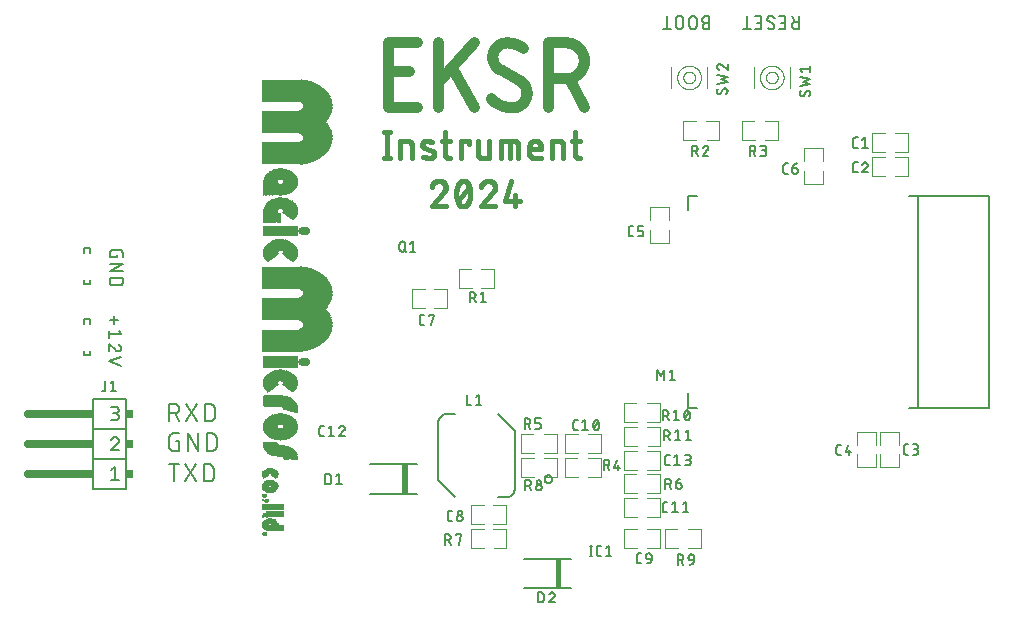
<source format=gbr>
G04 EAGLE Gerber RS-274X export*
G75*
%MOMM*%
%FSLAX34Y34*%
%LPD*%
%INSilkscreen Top*%
%IPPOS*%
%AMOC8*
5,1,8,0,0,1.08239X$1,22.5*%
G01*
G04 Define Apertures*
%ADD10C,0.152400*%
%ADD11C,0.965200*%
%ADD12C,0.381000*%
%ADD13R,0.025400X0.228600*%
%ADD14R,0.025400X0.101600*%
%ADD15R,0.025400X0.431800*%
%ADD16R,0.025400X0.076200*%
%ADD17R,0.025400X0.127000*%
%ADD18R,0.025400X0.355600*%
%ADD19R,0.025400X0.203200*%
%ADD20R,0.025400X0.406400*%
%ADD21R,0.025400X0.330200*%
%ADD22R,0.025400X0.177800*%
%ADD23R,0.025400X1.905000*%
%ADD24R,0.025400X1.879600*%
%ADD25R,0.025400X1.854200*%
%ADD26R,0.025400X0.457200*%
%ADD27R,0.025400X0.254000*%
%ADD28R,0.025400X0.508000*%
%ADD29R,0.025400X0.533400*%
%ADD30R,0.025400X0.279400*%
%ADD31R,0.025400X0.914400*%
%ADD32R,0.025400X0.939800*%
%ADD33R,0.025400X0.584200*%
%ADD34R,0.025400X0.558800*%
%ADD35R,0.025400X0.304800*%
%ADD36R,0.025400X0.152400*%
%ADD37R,0.025400X0.635000*%
%ADD38R,0.025400X1.295400*%
%ADD39R,0.025400X1.143000*%
%ADD40R,0.025400X0.711200*%
%ADD41R,0.025400X0.685800*%
%ADD42R,0.025400X1.397000*%
%ADD43R,0.025400X1.270000*%
%ADD44R,0.025400X0.812800*%
%ADD45R,0.025400X0.736600*%
%ADD46R,0.025400X1.473200*%
%ADD47R,0.025400X1.346200*%
%ADD48R,0.025400X0.762000*%
%ADD49R,0.025400X1.498600*%
%ADD50R,0.025400X0.990600*%
%ADD51R,0.025400X0.965200*%
%ADD52R,0.025400X0.609600*%
%ADD53R,0.025400X0.381000*%
%ADD54R,0.025400X0.787400*%
%ADD55R,0.025400X1.574800*%
%ADD56R,0.025400X1.422400*%
%ADD57R,0.025400X1.066800*%
%ADD58R,0.025400X0.660400*%
%ADD59R,0.025400X0.838200*%
%ADD60R,0.025400X1.625600*%
%ADD61R,0.025400X1.117600*%
%ADD62R,0.025400X0.863600*%
%ADD63R,0.025400X1.676400*%
%ADD64R,0.025400X1.549400*%
%ADD65R,0.025400X1.193800*%
%ADD66R,0.025400X1.168400*%
%ADD67R,0.025400X0.889000*%
%ADD68R,0.025400X1.701800*%
%ADD69R,0.025400X1.244600*%
%ADD70R,0.025400X1.727200*%
%ADD71R,0.025400X1.600200*%
%ADD72R,0.025400X1.320800*%
%ADD73R,0.025400X1.778000*%
%ADD74R,0.025400X1.651000*%
%ADD75R,0.025400X1.371600*%
%ADD76R,0.025400X1.803400*%
%ADD77R,0.025400X0.025400*%
%ADD78R,0.025400X1.828800*%
%ADD79R,0.025400X1.447800*%
%ADD80R,0.025400X1.524000*%
%ADD81R,0.025400X0.482600*%
%ADD82R,0.025400X1.752600*%
%ADD83R,0.025400X1.016000*%
%ADD84R,0.025400X1.041400*%
%ADD85R,0.025400X1.930400*%
%ADD86R,0.025400X1.955800*%
%ADD87R,0.025400X1.981200*%
%ADD88R,0.025400X2.006600*%
%ADD89R,0.025400X2.032000*%
%ADD90R,0.025400X1.092200*%
%ADD91R,0.025400X2.057400*%
%ADD92R,0.025400X2.082800*%
%ADD93R,0.025400X2.108200*%
%ADD94R,0.025400X2.133600*%
%ADD95R,0.025400X2.159000*%
%ADD96R,0.025400X2.184400*%
%ADD97R,0.025400X2.209800*%
%ADD98R,0.025400X2.235200*%
%ADD99R,0.025400X0.050800*%
%ADD100R,0.025400X1.219200*%
%ADD101R,0.025400X2.260600*%
%ADD102R,0.025400X2.286000*%
%ADD103R,0.025400X2.362200*%
%ADD104R,0.025400X2.387600*%
%ADD105R,0.025400X2.590800*%
%ADD106R,0.025400X7.112000*%
%ADD107R,0.025400X7.137400*%
%ADD108R,0.025400X7.086600*%
%ADD109R,0.025400X7.061200*%
%ADD110R,0.025400X7.035800*%
%ADD111R,0.025400X7.010400*%
%ADD112R,0.025400X6.985000*%
%ADD113R,0.025400X6.959600*%
%ADD114R,0.025400X6.934200*%
%ADD115R,0.025400X6.908800*%
%ADD116R,0.025400X6.858000*%
%ADD117R,0.025400X6.883400*%
%ADD118R,0.025400X6.832600*%
%ADD119R,0.025400X6.781800*%
%ADD120R,0.025400X6.807200*%
%ADD121R,0.025400X6.756400*%
%ADD122R,0.025400X6.705600*%
%ADD123R,0.025400X6.731000*%
%ADD124R,0.025400X6.680200*%
%ADD125R,0.025400X6.654800*%
%ADD126R,0.025400X6.629400*%
%ADD127R,0.025400X6.604000*%
%ADD128R,0.025400X6.578600*%
%ADD129R,0.025400X6.553200*%
%ADD130R,0.025400X6.527800*%
%ADD131R,0.025400X6.502400*%
%ADD132R,0.025400X6.451600*%
%ADD133R,0.025400X6.477000*%
%ADD134R,0.025400X6.426200*%
%ADD135R,0.025400X6.400800*%
%ADD136R,0.025400X6.350000*%
%ADD137R,0.025400X6.299200*%
%ADD138R,0.025400X6.273800*%
%ADD139R,0.025400X6.248400*%
%ADD140R,0.025400X6.223000*%
%ADD141R,0.025400X6.197600*%
%ADD142R,0.025400X6.146800*%
%ADD143R,0.025400X6.121400*%
%ADD144R,0.025400X6.096000*%
%ADD145R,0.025400X6.070600*%
%ADD146R,0.025400X6.019800*%
%ADD147R,0.025400X5.943600*%
%ADD148R,0.025400X5.994400*%
%ADD149R,0.025400X5.969000*%
%ADD150R,0.025400X5.892800*%
%ADD151R,0.025400X5.867400*%
%ADD152R,0.025400X5.816600*%
%ADD153R,0.025400X5.842000*%
%ADD154R,0.025400X5.791200*%
%ADD155R,0.025400X5.740400*%
%ADD156R,0.025400X5.664200*%
%ADD157R,0.025400X5.689600*%
%ADD158R,0.025400X5.638800*%
%ADD159R,0.025400X5.613400*%
%ADD160R,0.025400X5.588000*%
%ADD161R,0.025400X5.562600*%
%ADD162R,0.025400X5.537200*%
%ADD163R,0.025400X5.511800*%
%ADD164R,0.025400X5.486400*%
%ADD165R,0.025400X5.410200*%
%ADD166R,0.025400X5.435600*%
%ADD167R,0.025400X5.384800*%
%ADD168R,0.025400X5.308600*%
%ADD169R,0.025400X5.334000*%
%ADD170R,0.025400X2.616200*%
%ADD171R,0.025400X2.514600*%
%ADD172R,0.025400X2.565400*%
%ADD173R,0.025400X2.540000*%
%ADD174R,0.025400X2.463800*%
%ADD175R,0.025400X2.489200*%
%ADD176R,0.025400X2.413000*%
%ADD177R,0.025400X2.336800*%
%ADD178R,0.025400X2.311400*%
%ADD179C,0.203200*%
%ADD180C,0.100000*%
%ADD181C,0.127000*%
%ADD182C,0.660400*%
%ADD183R,0.762000X0.660400*%
%ADD184R,0.660400X0.660400*%
D10*
X157238Y236029D02*
X154134Y236029D01*
X154134Y236030D02*
X154023Y236032D01*
X153913Y236038D01*
X153802Y236048D01*
X153692Y236062D01*
X153583Y236079D01*
X153474Y236101D01*
X153366Y236126D01*
X153260Y236156D01*
X153154Y236189D01*
X153049Y236226D01*
X152946Y236266D01*
X152845Y236311D01*
X152745Y236358D01*
X152646Y236410D01*
X152550Y236465D01*
X152456Y236523D01*
X152364Y236584D01*
X152274Y236649D01*
X152186Y236717D01*
X152101Y236788D01*
X152019Y236862D01*
X151939Y236939D01*
X151862Y237019D01*
X151788Y237101D01*
X151717Y237186D01*
X151649Y237274D01*
X151584Y237364D01*
X151523Y237456D01*
X151465Y237550D01*
X151410Y237646D01*
X151358Y237745D01*
X151311Y237845D01*
X151266Y237946D01*
X151226Y238049D01*
X151189Y238154D01*
X151156Y238260D01*
X151126Y238366D01*
X151101Y238474D01*
X151079Y238583D01*
X151062Y238692D01*
X151048Y238802D01*
X151038Y238913D01*
X151032Y239023D01*
X151030Y239134D01*
X151032Y239245D01*
X151038Y239355D01*
X151048Y239466D01*
X151062Y239576D01*
X151079Y239685D01*
X151101Y239794D01*
X151126Y239902D01*
X151156Y240008D01*
X151189Y240114D01*
X151226Y240219D01*
X151266Y240322D01*
X151311Y240423D01*
X151358Y240523D01*
X151410Y240622D01*
X151465Y240718D01*
X151523Y240812D01*
X151584Y240904D01*
X151649Y240994D01*
X151717Y241082D01*
X151788Y241167D01*
X151862Y241249D01*
X151939Y241329D01*
X152019Y241406D01*
X152101Y241480D01*
X152186Y241551D01*
X152274Y241619D01*
X152364Y241684D01*
X152456Y241745D01*
X152550Y241803D01*
X152646Y241858D01*
X152745Y241910D01*
X152845Y241957D01*
X152946Y242002D01*
X153049Y242042D01*
X153154Y242079D01*
X153260Y242112D01*
X153366Y242142D01*
X153474Y242167D01*
X153583Y242189D01*
X153692Y242206D01*
X153802Y242220D01*
X153913Y242230D01*
X154023Y242236D01*
X154134Y242238D01*
X157238Y242238D01*
X157238Y231062D01*
X154134Y231062D01*
X154035Y231064D01*
X153937Y231070D01*
X153838Y231080D01*
X153741Y231093D01*
X153643Y231111D01*
X153547Y231132D01*
X153451Y231158D01*
X153357Y231187D01*
X153264Y231219D01*
X153172Y231256D01*
X153082Y231296D01*
X152993Y231340D01*
X152906Y231387D01*
X152821Y231437D01*
X152739Y231491D01*
X152658Y231548D01*
X152580Y231608D01*
X152504Y231672D01*
X152431Y231738D01*
X152360Y231807D01*
X152292Y231879D01*
X152228Y231954D01*
X152166Y232031D01*
X152107Y232110D01*
X152052Y232192D01*
X151999Y232276D01*
X151951Y232361D01*
X151905Y232449D01*
X151863Y232539D01*
X151825Y232630D01*
X151791Y232722D01*
X151760Y232816D01*
X151733Y232911D01*
X151709Y233007D01*
X151690Y233104D01*
X151674Y233201D01*
X151662Y233299D01*
X151654Y233398D01*
X151650Y233497D01*
X151650Y233595D01*
X151654Y233694D01*
X151662Y233793D01*
X151674Y233891D01*
X151690Y233988D01*
X151709Y234085D01*
X151733Y234181D01*
X151760Y234276D01*
X151791Y234370D01*
X151825Y234462D01*
X151863Y234553D01*
X151905Y234643D01*
X151951Y234731D01*
X151999Y234816D01*
X152052Y234900D01*
X152107Y234982D01*
X152166Y235061D01*
X152228Y235138D01*
X152292Y235213D01*
X152360Y235285D01*
X152431Y235354D01*
X152504Y235420D01*
X152580Y235484D01*
X152658Y235544D01*
X152739Y235601D01*
X152821Y235655D01*
X152906Y235705D01*
X152993Y235752D01*
X153082Y235796D01*
X153172Y235836D01*
X153264Y235873D01*
X153357Y235905D01*
X153451Y235934D01*
X153547Y235960D01*
X153643Y235981D01*
X153741Y235999D01*
X153838Y236012D01*
X153937Y236022D01*
X154035Y236028D01*
X154134Y236030D01*
X146401Y234166D02*
X146401Y239134D01*
X146400Y234166D02*
X146398Y234055D01*
X146392Y233945D01*
X146382Y233834D01*
X146368Y233724D01*
X146351Y233615D01*
X146329Y233506D01*
X146304Y233398D01*
X146274Y233292D01*
X146241Y233186D01*
X146204Y233081D01*
X146164Y232978D01*
X146119Y232877D01*
X146072Y232777D01*
X146020Y232678D01*
X145965Y232582D01*
X145907Y232488D01*
X145846Y232396D01*
X145781Y232306D01*
X145713Y232218D01*
X145642Y232133D01*
X145568Y232051D01*
X145491Y231971D01*
X145411Y231894D01*
X145329Y231820D01*
X145244Y231749D01*
X145156Y231681D01*
X145066Y231616D01*
X144974Y231555D01*
X144880Y231497D01*
X144784Y231442D01*
X144685Y231390D01*
X144585Y231343D01*
X144484Y231298D01*
X144381Y231258D01*
X144276Y231221D01*
X144170Y231188D01*
X144064Y231158D01*
X143956Y231133D01*
X143847Y231111D01*
X143738Y231094D01*
X143628Y231080D01*
X143517Y231070D01*
X143407Y231064D01*
X143296Y231062D01*
X143185Y231064D01*
X143075Y231070D01*
X142964Y231080D01*
X142854Y231094D01*
X142745Y231111D01*
X142636Y231133D01*
X142528Y231158D01*
X142422Y231188D01*
X142316Y231221D01*
X142211Y231258D01*
X142108Y231298D01*
X142007Y231343D01*
X141907Y231390D01*
X141808Y231442D01*
X141712Y231497D01*
X141618Y231555D01*
X141526Y231616D01*
X141436Y231681D01*
X141348Y231749D01*
X141263Y231820D01*
X141181Y231894D01*
X141101Y231971D01*
X141024Y232051D01*
X140950Y232133D01*
X140879Y232218D01*
X140811Y232306D01*
X140746Y232396D01*
X140685Y232488D01*
X140627Y232582D01*
X140572Y232678D01*
X140520Y232777D01*
X140473Y232877D01*
X140428Y232978D01*
X140388Y233081D01*
X140351Y233186D01*
X140318Y233292D01*
X140288Y233398D01*
X140263Y233506D01*
X140241Y233615D01*
X140224Y233724D01*
X140210Y233834D01*
X140200Y233945D01*
X140194Y234055D01*
X140192Y234166D01*
X140192Y239134D01*
X140194Y239245D01*
X140200Y239355D01*
X140210Y239466D01*
X140224Y239576D01*
X140241Y239685D01*
X140263Y239794D01*
X140288Y239902D01*
X140318Y240008D01*
X140351Y240114D01*
X140388Y240219D01*
X140428Y240322D01*
X140473Y240423D01*
X140520Y240523D01*
X140572Y240622D01*
X140627Y240718D01*
X140685Y240812D01*
X140746Y240904D01*
X140811Y240994D01*
X140879Y241082D01*
X140950Y241167D01*
X141024Y241249D01*
X141101Y241329D01*
X141181Y241406D01*
X141263Y241480D01*
X141348Y241551D01*
X141436Y241619D01*
X141526Y241684D01*
X141618Y241745D01*
X141712Y241803D01*
X141808Y241858D01*
X141907Y241910D01*
X142007Y241957D01*
X142108Y242002D01*
X142211Y242042D01*
X142316Y242079D01*
X142422Y242112D01*
X142528Y242142D01*
X142636Y242167D01*
X142745Y242189D01*
X142854Y242206D01*
X142964Y242220D01*
X143075Y242230D01*
X143185Y242236D01*
X143296Y242238D01*
X143407Y242236D01*
X143517Y242230D01*
X143628Y242220D01*
X143738Y242206D01*
X143847Y242189D01*
X143956Y242167D01*
X144064Y242142D01*
X144170Y242112D01*
X144276Y242079D01*
X144381Y242042D01*
X144484Y242002D01*
X144585Y241957D01*
X144685Y241910D01*
X144784Y241858D01*
X144880Y241803D01*
X144974Y241745D01*
X145066Y241684D01*
X145156Y241619D01*
X145244Y241551D01*
X145329Y241480D01*
X145411Y241406D01*
X145491Y241329D01*
X145568Y241249D01*
X145642Y241167D01*
X145713Y241082D01*
X145781Y240994D01*
X145846Y240904D01*
X145907Y240812D01*
X145965Y240718D01*
X146020Y240622D01*
X146072Y240523D01*
X146119Y240423D01*
X146164Y240322D01*
X146204Y240219D01*
X146241Y240114D01*
X146274Y240008D01*
X146304Y239902D01*
X146329Y239794D01*
X146351Y239685D01*
X146368Y239576D01*
X146382Y239466D01*
X146392Y239355D01*
X146398Y239245D01*
X146400Y239134D01*
X134971Y239134D02*
X134971Y234166D01*
X134970Y234166D02*
X134968Y234055D01*
X134962Y233945D01*
X134952Y233834D01*
X134938Y233724D01*
X134921Y233615D01*
X134899Y233506D01*
X134874Y233398D01*
X134844Y233292D01*
X134811Y233186D01*
X134774Y233081D01*
X134734Y232978D01*
X134689Y232877D01*
X134642Y232777D01*
X134590Y232678D01*
X134535Y232582D01*
X134477Y232488D01*
X134416Y232396D01*
X134351Y232306D01*
X134283Y232218D01*
X134212Y232133D01*
X134138Y232051D01*
X134061Y231971D01*
X133981Y231894D01*
X133899Y231820D01*
X133814Y231749D01*
X133726Y231681D01*
X133636Y231616D01*
X133544Y231555D01*
X133450Y231497D01*
X133354Y231442D01*
X133255Y231390D01*
X133155Y231343D01*
X133054Y231298D01*
X132951Y231258D01*
X132846Y231221D01*
X132740Y231188D01*
X132634Y231158D01*
X132526Y231133D01*
X132417Y231111D01*
X132308Y231094D01*
X132198Y231080D01*
X132087Y231070D01*
X131977Y231064D01*
X131866Y231062D01*
X131755Y231064D01*
X131645Y231070D01*
X131534Y231080D01*
X131424Y231094D01*
X131315Y231111D01*
X131206Y231133D01*
X131098Y231158D01*
X130992Y231188D01*
X130886Y231221D01*
X130781Y231258D01*
X130678Y231298D01*
X130577Y231343D01*
X130477Y231390D01*
X130378Y231442D01*
X130282Y231497D01*
X130188Y231555D01*
X130096Y231616D01*
X130006Y231681D01*
X129918Y231749D01*
X129833Y231820D01*
X129751Y231894D01*
X129671Y231971D01*
X129594Y232051D01*
X129520Y232133D01*
X129449Y232218D01*
X129381Y232306D01*
X129316Y232396D01*
X129255Y232488D01*
X129197Y232582D01*
X129142Y232678D01*
X129090Y232777D01*
X129043Y232877D01*
X128998Y232978D01*
X128958Y233081D01*
X128921Y233186D01*
X128888Y233292D01*
X128858Y233398D01*
X128833Y233506D01*
X128811Y233615D01*
X128794Y233724D01*
X128780Y233834D01*
X128770Y233945D01*
X128764Y234055D01*
X128762Y234166D01*
X128762Y239134D01*
X128764Y239245D01*
X128770Y239355D01*
X128780Y239466D01*
X128794Y239576D01*
X128811Y239685D01*
X128833Y239794D01*
X128858Y239902D01*
X128888Y240008D01*
X128921Y240114D01*
X128958Y240219D01*
X128998Y240322D01*
X129043Y240423D01*
X129090Y240523D01*
X129142Y240622D01*
X129197Y240718D01*
X129255Y240812D01*
X129316Y240904D01*
X129381Y240994D01*
X129449Y241082D01*
X129520Y241167D01*
X129594Y241249D01*
X129671Y241329D01*
X129751Y241406D01*
X129833Y241480D01*
X129918Y241551D01*
X130006Y241619D01*
X130096Y241684D01*
X130188Y241745D01*
X130282Y241803D01*
X130378Y241858D01*
X130477Y241910D01*
X130577Y241957D01*
X130678Y242002D01*
X130781Y242042D01*
X130886Y242079D01*
X130992Y242112D01*
X131098Y242142D01*
X131206Y242167D01*
X131315Y242189D01*
X131424Y242206D01*
X131534Y242220D01*
X131645Y242230D01*
X131755Y242236D01*
X131866Y242238D01*
X131977Y242236D01*
X132087Y242230D01*
X132198Y242220D01*
X132308Y242206D01*
X132417Y242189D01*
X132526Y242167D01*
X132634Y242142D01*
X132740Y242112D01*
X132846Y242079D01*
X132951Y242042D01*
X133054Y242002D01*
X133155Y241957D01*
X133255Y241910D01*
X133354Y241858D01*
X133450Y241803D01*
X133544Y241745D01*
X133636Y241684D01*
X133726Y241619D01*
X133814Y241551D01*
X133899Y241480D01*
X133981Y241406D01*
X134061Y241329D01*
X134138Y241249D01*
X134212Y241167D01*
X134283Y241082D01*
X134351Y240994D01*
X134416Y240904D01*
X134477Y240812D01*
X134535Y240718D01*
X134590Y240622D01*
X134642Y240523D01*
X134689Y240423D01*
X134734Y240322D01*
X134774Y240219D01*
X134811Y240114D01*
X134844Y240008D01*
X134874Y239902D01*
X134899Y239794D01*
X134921Y239685D01*
X134938Y239576D01*
X134952Y239466D01*
X134962Y239355D01*
X134968Y239245D01*
X134970Y239134D01*
X121198Y242238D02*
X121198Y231062D01*
X118094Y231062D02*
X124303Y231062D01*
X233238Y231062D02*
X233238Y242238D01*
X233238Y231062D02*
X230134Y231062D01*
X230023Y231064D01*
X229913Y231070D01*
X229802Y231080D01*
X229692Y231094D01*
X229583Y231111D01*
X229474Y231133D01*
X229366Y231158D01*
X229260Y231188D01*
X229154Y231221D01*
X229049Y231258D01*
X228946Y231298D01*
X228845Y231343D01*
X228745Y231390D01*
X228646Y231442D01*
X228550Y231497D01*
X228456Y231555D01*
X228364Y231616D01*
X228274Y231681D01*
X228186Y231749D01*
X228101Y231820D01*
X228019Y231894D01*
X227939Y231971D01*
X227862Y232051D01*
X227788Y232133D01*
X227717Y232218D01*
X227649Y232306D01*
X227584Y232396D01*
X227523Y232488D01*
X227465Y232582D01*
X227410Y232678D01*
X227358Y232777D01*
X227311Y232877D01*
X227266Y232978D01*
X227226Y233081D01*
X227189Y233186D01*
X227156Y233292D01*
X227126Y233398D01*
X227101Y233506D01*
X227079Y233615D01*
X227062Y233724D01*
X227048Y233834D01*
X227038Y233945D01*
X227032Y234055D01*
X227030Y234166D01*
X227032Y234277D01*
X227038Y234387D01*
X227048Y234498D01*
X227062Y234608D01*
X227079Y234717D01*
X227101Y234826D01*
X227126Y234934D01*
X227156Y235040D01*
X227189Y235146D01*
X227226Y235251D01*
X227266Y235354D01*
X227311Y235455D01*
X227358Y235555D01*
X227410Y235654D01*
X227465Y235750D01*
X227523Y235844D01*
X227584Y235936D01*
X227649Y236026D01*
X227717Y236114D01*
X227788Y236199D01*
X227862Y236281D01*
X227939Y236361D01*
X228019Y236438D01*
X228101Y236512D01*
X228186Y236583D01*
X228274Y236651D01*
X228364Y236716D01*
X228456Y236777D01*
X228550Y236835D01*
X228646Y236890D01*
X228745Y236942D01*
X228845Y236989D01*
X228946Y237034D01*
X229049Y237074D01*
X229154Y237111D01*
X229260Y237144D01*
X229366Y237174D01*
X229474Y237199D01*
X229583Y237221D01*
X229692Y237238D01*
X229802Y237252D01*
X229913Y237262D01*
X230023Y237268D01*
X230134Y237270D01*
X230134Y237271D02*
X233238Y237271D01*
X229513Y237271D02*
X227029Y242238D01*
X221491Y242238D02*
X216524Y242238D01*
X221491Y242238D02*
X221491Y231062D01*
X216524Y231062D01*
X217766Y236029D02*
X221491Y236029D01*
X208650Y242238D02*
X208553Y242236D01*
X208455Y242230D01*
X208358Y242221D01*
X208261Y242207D01*
X208165Y242190D01*
X208070Y242169D01*
X207976Y242145D01*
X207882Y242116D01*
X207790Y242084D01*
X207699Y242049D01*
X207610Y242010D01*
X207522Y241967D01*
X207436Y241921D01*
X207352Y241872D01*
X207270Y241819D01*
X207190Y241764D01*
X207112Y241705D01*
X207037Y241643D01*
X206964Y241578D01*
X206894Y241510D01*
X206826Y241440D01*
X206761Y241367D01*
X206699Y241292D01*
X206640Y241214D01*
X206585Y241134D01*
X206532Y241052D01*
X206483Y240968D01*
X206437Y240882D01*
X206394Y240794D01*
X206355Y240705D01*
X206320Y240614D01*
X206288Y240522D01*
X206259Y240428D01*
X206235Y240334D01*
X206214Y240239D01*
X206197Y240143D01*
X206183Y240046D01*
X206174Y239949D01*
X206168Y239852D01*
X206166Y239754D01*
X208650Y242238D02*
X208793Y242236D01*
X208936Y242230D01*
X209078Y242221D01*
X209220Y242207D01*
X209362Y242189D01*
X209503Y242168D01*
X209644Y242143D01*
X209784Y242114D01*
X209923Y242081D01*
X210061Y242045D01*
X210198Y242004D01*
X210334Y241960D01*
X210469Y241913D01*
X210602Y241861D01*
X210734Y241806D01*
X210864Y241748D01*
X210993Y241686D01*
X211120Y241620D01*
X211245Y241551D01*
X211368Y241479D01*
X211489Y241403D01*
X211608Y241325D01*
X211725Y241242D01*
X211840Y241157D01*
X211952Y241069D01*
X212062Y240977D01*
X212169Y240883D01*
X212274Y240786D01*
X212376Y240686D01*
X212065Y233546D02*
X212063Y233448D01*
X212057Y233351D01*
X212048Y233254D01*
X212034Y233157D01*
X212017Y233061D01*
X211996Y232966D01*
X211972Y232872D01*
X211943Y232778D01*
X211911Y232686D01*
X211876Y232595D01*
X211837Y232506D01*
X211794Y232418D01*
X211748Y232332D01*
X211699Y232248D01*
X211646Y232166D01*
X211591Y232086D01*
X211532Y232008D01*
X211470Y231933D01*
X211405Y231860D01*
X211337Y231790D01*
X211267Y231722D01*
X211194Y231657D01*
X211119Y231595D01*
X211041Y231536D01*
X210961Y231481D01*
X210879Y231428D01*
X210795Y231379D01*
X210709Y231333D01*
X210621Y231290D01*
X210532Y231251D01*
X210441Y231216D01*
X210349Y231184D01*
X210255Y231155D01*
X210161Y231131D01*
X210066Y231110D01*
X209970Y231093D01*
X209873Y231079D01*
X209776Y231070D01*
X209679Y231064D01*
X209581Y231062D01*
X209451Y231064D01*
X209321Y231069D01*
X209191Y231078D01*
X209061Y231091D01*
X208932Y231107D01*
X208803Y231127D01*
X208675Y231151D01*
X208547Y231178D01*
X208421Y231209D01*
X208295Y231243D01*
X208170Y231281D01*
X208047Y231322D01*
X207924Y231367D01*
X207803Y231415D01*
X207683Y231466D01*
X207565Y231521D01*
X207449Y231579D01*
X207334Y231640D01*
X207220Y231705D01*
X207109Y231772D01*
X207000Y231843D01*
X206892Y231917D01*
X206787Y231993D01*
X210822Y235719D02*
X210905Y235668D01*
X210986Y235614D01*
X211064Y235557D01*
X211140Y235497D01*
X211214Y235434D01*
X211285Y235368D01*
X211354Y235300D01*
X211420Y235229D01*
X211484Y235156D01*
X211544Y235080D01*
X211601Y235002D01*
X211656Y234921D01*
X211707Y234839D01*
X211755Y234755D01*
X211800Y234669D01*
X211842Y234581D01*
X211880Y234492D01*
X211914Y234402D01*
X211946Y234310D01*
X211973Y234217D01*
X211997Y234123D01*
X212018Y234028D01*
X212034Y233932D01*
X212047Y233836D01*
X212057Y233740D01*
X212062Y233643D01*
X212064Y233546D01*
X207409Y237581D02*
X207326Y237632D01*
X207245Y237686D01*
X207167Y237743D01*
X207091Y237803D01*
X207017Y237866D01*
X206946Y237932D01*
X206877Y238000D01*
X206811Y238071D01*
X206747Y238144D01*
X206687Y238220D01*
X206630Y238298D01*
X206575Y238379D01*
X206524Y238461D01*
X206476Y238545D01*
X206431Y238631D01*
X206389Y238719D01*
X206351Y238808D01*
X206317Y238898D01*
X206285Y238990D01*
X206258Y239083D01*
X206234Y239177D01*
X206213Y239272D01*
X206197Y239368D01*
X206184Y239464D01*
X206174Y239560D01*
X206169Y239657D01*
X206167Y239754D01*
X207408Y237581D02*
X210823Y235719D01*
X200917Y242238D02*
X195950Y242238D01*
X200917Y242238D02*
X200917Y231062D01*
X195950Y231062D01*
X197192Y236029D02*
X200917Y236029D01*
X189078Y231062D02*
X189078Y242238D01*
X192182Y231062D02*
X185973Y231062D01*
D11*
X-90790Y164826D02*
X-115174Y164826D01*
X-115174Y219690D01*
X-90790Y219690D01*
X-96886Y195306D02*
X-115174Y195306D01*
X-73002Y219690D02*
X-73002Y164826D01*
X-73002Y186162D02*
X-42522Y219690D01*
X-60810Y198354D02*
X-42522Y164826D01*
X-9849Y164826D02*
X-9554Y164830D01*
X-9260Y164840D01*
X-8966Y164858D01*
X-8672Y164883D01*
X-8379Y164915D01*
X-8087Y164954D01*
X-7796Y165000D01*
X-7507Y165053D01*
X-7218Y165113D01*
X-6931Y165180D01*
X-6646Y165254D01*
X-6363Y165335D01*
X-6081Y165423D01*
X-5802Y165517D01*
X-5526Y165618D01*
X-5251Y165726D01*
X-4980Y165840D01*
X-4711Y165961D01*
X-4446Y166089D01*
X-4183Y166223D01*
X-3924Y166363D01*
X-3668Y166509D01*
X-3416Y166661D01*
X-3168Y166820D01*
X-2923Y166984D01*
X-2683Y167154D01*
X-2446Y167331D01*
X-2215Y167512D01*
X-1987Y167699D01*
X-1764Y167892D01*
X-1546Y168090D01*
X-1333Y168293D01*
X-1124Y168502D01*
X-921Y168715D01*
X-723Y168933D01*
X-530Y169156D01*
X-343Y169384D01*
X-162Y169615D01*
X15Y169852D01*
X185Y170092D01*
X349Y170337D01*
X508Y170585D01*
X660Y170837D01*
X806Y171093D01*
X946Y171352D01*
X1080Y171615D01*
X1208Y171880D01*
X1329Y172149D01*
X1443Y172420D01*
X1551Y172695D01*
X1652Y172971D01*
X1746Y173250D01*
X1834Y173532D01*
X1915Y173815D01*
X1989Y174100D01*
X2056Y174387D01*
X2116Y174676D01*
X2169Y174965D01*
X2215Y175256D01*
X2254Y175548D01*
X2286Y175841D01*
X2311Y176135D01*
X2329Y176429D01*
X2339Y176723D01*
X2343Y177018D01*
X-9849Y164826D02*
X-10465Y164833D01*
X-11081Y164855D01*
X-11696Y164892D01*
X-12310Y164944D01*
X-12923Y165010D01*
X-13534Y165091D01*
X-14143Y165186D01*
X-14749Y165296D01*
X-15353Y165421D01*
X-15953Y165560D01*
X-16550Y165713D01*
X-17143Y165880D01*
X-17732Y166062D01*
X-18316Y166258D01*
X-18896Y166467D01*
X-19470Y166690D01*
X-20039Y166927D01*
X-20602Y167178D01*
X-21159Y167442D01*
X-21709Y167719D01*
X-22253Y168009D01*
X-22789Y168313D01*
X-23318Y168629D01*
X-23840Y168957D01*
X-24353Y169298D01*
X-24858Y169651D01*
X-25354Y170016D01*
X-25842Y170393D01*
X-26321Y170781D01*
X-26790Y171181D01*
X-27249Y171592D01*
X-27698Y172014D01*
X-28137Y172446D01*
X-26613Y207498D02*
X-26609Y207793D01*
X-26599Y208087D01*
X-26581Y208381D01*
X-26556Y208675D01*
X-26524Y208968D01*
X-26485Y209260D01*
X-26439Y209551D01*
X-26386Y209840D01*
X-26326Y210129D01*
X-26259Y210416D01*
X-26185Y210701D01*
X-26104Y210984D01*
X-26016Y211266D01*
X-25922Y211545D01*
X-25821Y211821D01*
X-25713Y212096D01*
X-25599Y212367D01*
X-25478Y212636D01*
X-25350Y212901D01*
X-25216Y213164D01*
X-25076Y213423D01*
X-24930Y213679D01*
X-24778Y213931D01*
X-24619Y214179D01*
X-24455Y214424D01*
X-24285Y214664D01*
X-24108Y214901D01*
X-23927Y215132D01*
X-23740Y215360D01*
X-23547Y215583D01*
X-23349Y215801D01*
X-23146Y216014D01*
X-22937Y216223D01*
X-22724Y216426D01*
X-22506Y216624D01*
X-22283Y216817D01*
X-22055Y217004D01*
X-21824Y217185D01*
X-21587Y217362D01*
X-21347Y217532D01*
X-21102Y217696D01*
X-20854Y217855D01*
X-20602Y218007D01*
X-20346Y218153D01*
X-20087Y218293D01*
X-19824Y218427D01*
X-19559Y218555D01*
X-19290Y218676D01*
X-19019Y218790D01*
X-18744Y218898D01*
X-18468Y218999D01*
X-18189Y219093D01*
X-17907Y219181D01*
X-17624Y219262D01*
X-17339Y219336D01*
X-17052Y219403D01*
X-16763Y219463D01*
X-16474Y219516D01*
X-16183Y219562D01*
X-15891Y219601D01*
X-15598Y219633D01*
X-15304Y219658D01*
X-15010Y219676D01*
X-14716Y219686D01*
X-14421Y219690D01*
X-13876Y219684D01*
X-13332Y219664D01*
X-12788Y219632D01*
X-12245Y219586D01*
X-11703Y219528D01*
X-11163Y219457D01*
X-10625Y219373D01*
X-10089Y219276D01*
X-9555Y219166D01*
X-9024Y219044D01*
X-8496Y218909D01*
X-7972Y218761D01*
X-7451Y218602D01*
X-6934Y218429D01*
X-6422Y218245D01*
X-5913Y218048D01*
X-5410Y217839D01*
X-4912Y217618D01*
X-4419Y217386D01*
X-3932Y217142D01*
X-3451Y216886D01*
X-2976Y216619D01*
X-2508Y216341D01*
X-2047Y216051D01*
X-1592Y215751D01*
X-1145Y215440D01*
X-705Y215118D01*
X-20517Y196830D02*
X-20772Y196984D01*
X-21024Y197145D01*
X-21272Y197313D01*
X-21516Y197486D01*
X-21756Y197664D01*
X-21991Y197849D01*
X-22222Y198039D01*
X-22448Y198235D01*
X-22669Y198436D01*
X-22885Y198642D01*
X-23097Y198854D01*
X-23303Y199071D01*
X-23504Y199292D01*
X-23699Y199518D01*
X-23889Y199749D01*
X-24073Y199985D01*
X-24252Y200225D01*
X-24424Y200469D01*
X-24591Y200717D01*
X-24752Y200969D01*
X-24906Y201225D01*
X-25055Y201485D01*
X-25197Y201748D01*
X-25333Y202014D01*
X-25462Y202284D01*
X-25584Y202556D01*
X-25700Y202832D01*
X-25810Y203110D01*
X-25912Y203391D01*
X-26008Y203674D01*
X-26097Y203960D01*
X-26179Y204247D01*
X-26254Y204537D01*
X-26322Y204828D01*
X-26383Y205121D01*
X-26437Y205415D01*
X-26483Y205710D01*
X-26523Y206007D01*
X-26555Y206304D01*
X-26581Y206602D01*
X-26599Y206900D01*
X-26609Y207199D01*
X-26613Y207498D01*
X-3752Y187686D02*
X-3497Y187532D01*
X-3245Y187371D01*
X-2997Y187203D01*
X-2753Y187030D01*
X-2513Y186852D01*
X-2278Y186667D01*
X-2047Y186477D01*
X-1821Y186281D01*
X-1600Y186080D01*
X-1384Y185874D01*
X-1172Y185662D01*
X-966Y185445D01*
X-765Y185224D01*
X-570Y184998D01*
X-380Y184767D01*
X-196Y184531D01*
X-17Y184291D01*
X155Y184047D01*
X322Y183799D01*
X483Y183547D01*
X637Y183291D01*
X786Y183031D01*
X928Y182768D01*
X1064Y182502D01*
X1193Y182232D01*
X1315Y181960D01*
X1431Y181684D01*
X1541Y181406D01*
X1643Y181125D01*
X1739Y180842D01*
X1828Y180556D01*
X1910Y180269D01*
X1985Y179979D01*
X2053Y179688D01*
X2114Y179395D01*
X2168Y179101D01*
X2214Y178806D01*
X2254Y178509D01*
X2286Y178212D01*
X2312Y177914D01*
X2330Y177616D01*
X2340Y177317D01*
X2344Y177018D01*
X-3753Y187686D02*
X-20517Y196830D01*
X20377Y219690D02*
X20377Y164826D01*
X20377Y219690D02*
X35617Y219690D01*
X35988Y219685D01*
X36359Y219672D01*
X36729Y219649D01*
X37099Y219618D01*
X37468Y219577D01*
X37836Y219528D01*
X38202Y219469D01*
X38567Y219402D01*
X38931Y219325D01*
X39292Y219240D01*
X39651Y219146D01*
X40008Y219044D01*
X40362Y218933D01*
X40713Y218813D01*
X41061Y218684D01*
X41406Y218548D01*
X41748Y218402D01*
X42086Y218249D01*
X42420Y218087D01*
X42750Y217918D01*
X43076Y217740D01*
X43397Y217554D01*
X43714Y217361D01*
X44026Y217160D01*
X44333Y216952D01*
X44635Y216736D01*
X44931Y216512D01*
X45222Y216282D01*
X45508Y216045D01*
X45787Y215800D01*
X46060Y215549D01*
X46327Y215292D01*
X46588Y215028D01*
X46843Y214757D01*
X47090Y214481D01*
X47331Y214199D01*
X47565Y213910D01*
X47792Y213617D01*
X48012Y213318D01*
X48224Y213013D01*
X48429Y212704D01*
X48626Y212389D01*
X48815Y212070D01*
X48997Y211746D01*
X49171Y211418D01*
X49336Y211086D01*
X49494Y210750D01*
X49643Y210410D01*
X49784Y210067D01*
X49917Y209720D01*
X50041Y209371D01*
X50156Y209018D01*
X50263Y208663D01*
X50361Y208305D01*
X50451Y207945D01*
X50532Y207582D01*
X50603Y207218D01*
X50666Y206852D01*
X50720Y206485D01*
X50766Y206117D01*
X50802Y205747D01*
X50829Y205377D01*
X50847Y205007D01*
X50856Y204636D01*
X50856Y204264D01*
X50847Y203893D01*
X50829Y203523D01*
X50802Y203153D01*
X50766Y202783D01*
X50720Y202415D01*
X50666Y202048D01*
X50603Y201682D01*
X50532Y201318D01*
X50451Y200955D01*
X50361Y200595D01*
X50263Y200237D01*
X50156Y199882D01*
X50041Y199529D01*
X49917Y199180D01*
X49784Y198833D01*
X49643Y198490D01*
X49494Y198150D01*
X49336Y197814D01*
X49171Y197482D01*
X48997Y197154D01*
X48815Y196830D01*
X48626Y196511D01*
X48429Y196196D01*
X48224Y195887D01*
X48012Y195582D01*
X47792Y195283D01*
X47565Y194990D01*
X47331Y194701D01*
X47090Y194419D01*
X46843Y194143D01*
X46588Y193872D01*
X46327Y193608D01*
X46060Y193351D01*
X45787Y193100D01*
X45508Y192855D01*
X45222Y192618D01*
X44931Y192388D01*
X44635Y192164D01*
X44333Y191948D01*
X44026Y191740D01*
X43714Y191539D01*
X43397Y191346D01*
X43076Y191160D01*
X42750Y190982D01*
X42420Y190813D01*
X42086Y190651D01*
X41748Y190498D01*
X41406Y190352D01*
X41061Y190216D01*
X40713Y190087D01*
X40362Y189967D01*
X40008Y189856D01*
X39651Y189754D01*
X39292Y189660D01*
X38931Y189575D01*
X38567Y189498D01*
X38202Y189431D01*
X37836Y189372D01*
X37468Y189323D01*
X37099Y189282D01*
X36729Y189251D01*
X36359Y189228D01*
X35988Y189215D01*
X35617Y189210D01*
X20377Y189210D01*
X38665Y189210D02*
X50857Y164826D01*
D12*
X-115696Y143495D02*
X-115696Y121905D01*
X-118095Y121905D02*
X-113297Y121905D01*
X-113297Y143495D02*
X-118095Y143495D01*
X-104487Y136298D02*
X-104487Y121905D01*
X-104487Y136298D02*
X-98490Y136298D01*
X-98372Y136296D01*
X-98255Y136290D01*
X-98137Y136281D01*
X-98020Y136267D01*
X-97904Y136250D01*
X-97788Y136229D01*
X-97673Y136204D01*
X-97559Y136175D01*
X-97446Y136143D01*
X-97333Y136107D01*
X-97223Y136067D01*
X-97113Y136024D01*
X-97005Y135977D01*
X-96899Y135927D01*
X-96794Y135873D01*
X-96691Y135816D01*
X-96590Y135755D01*
X-96491Y135692D01*
X-96394Y135625D01*
X-96300Y135554D01*
X-96207Y135481D01*
X-96118Y135405D01*
X-96030Y135326D01*
X-95946Y135244D01*
X-95864Y135160D01*
X-95785Y135072D01*
X-95709Y134983D01*
X-95636Y134890D01*
X-95565Y134796D01*
X-95498Y134699D01*
X-95435Y134600D01*
X-95374Y134499D01*
X-95317Y134396D01*
X-95263Y134291D01*
X-95213Y134185D01*
X-95166Y134077D01*
X-95123Y133967D01*
X-95083Y133857D01*
X-95047Y133744D01*
X-95015Y133631D01*
X-94986Y133517D01*
X-94961Y133402D01*
X-94940Y133286D01*
X-94923Y133170D01*
X-94909Y133053D01*
X-94900Y132935D01*
X-94894Y132818D01*
X-94892Y132700D01*
X-94891Y132700D02*
X-94891Y121905D01*
X-83897Y130301D02*
X-77900Y127902D01*
X-83897Y130301D02*
X-83999Y130344D01*
X-84099Y130391D01*
X-84198Y130441D01*
X-84295Y130494D01*
X-84390Y130551D01*
X-84483Y130612D01*
X-84573Y130675D01*
X-84661Y130742D01*
X-84747Y130812D01*
X-84831Y130885D01*
X-84911Y130960D01*
X-84989Y131039D01*
X-85064Y131120D01*
X-85136Y131204D01*
X-85205Y131291D01*
X-85271Y131379D01*
X-85334Y131471D01*
X-85394Y131564D01*
X-85450Y131659D01*
X-85502Y131757D01*
X-85552Y131856D01*
X-85597Y131956D01*
X-85639Y132059D01*
X-85678Y132163D01*
X-85712Y132268D01*
X-85743Y132374D01*
X-85770Y132481D01*
X-85794Y132589D01*
X-85813Y132698D01*
X-85829Y132808D01*
X-85840Y132918D01*
X-85848Y133028D01*
X-85852Y133139D01*
X-85851Y133250D01*
X-85847Y133360D01*
X-85839Y133471D01*
X-85827Y133581D01*
X-85811Y133690D01*
X-85792Y133799D01*
X-85768Y133907D01*
X-85741Y134014D01*
X-85709Y134120D01*
X-85674Y134225D01*
X-85636Y134329D01*
X-85593Y134431D01*
X-85547Y134532D01*
X-85498Y134631D01*
X-85445Y134728D01*
X-85388Y134823D01*
X-85328Y134916D01*
X-85265Y135007D01*
X-85199Y135096D01*
X-85130Y135182D01*
X-85057Y135266D01*
X-84982Y135347D01*
X-84904Y135425D01*
X-84823Y135500D01*
X-84739Y135573D01*
X-84653Y135643D01*
X-84565Y135709D01*
X-84474Y135772D01*
X-84381Y135832D01*
X-84286Y135889D01*
X-84189Y135942D01*
X-84090Y135992D01*
X-83989Y136038D01*
X-83887Y136080D01*
X-83784Y136119D01*
X-83679Y136155D01*
X-83573Y136186D01*
X-83465Y136214D01*
X-83357Y136237D01*
X-83249Y136257D01*
X-83139Y136274D01*
X-83029Y136286D01*
X-82919Y136294D01*
X-82808Y136298D01*
X-82698Y136299D01*
X-82697Y136298D02*
X-82370Y136289D01*
X-82043Y136273D01*
X-81716Y136248D01*
X-81390Y136216D01*
X-81065Y136176D01*
X-80741Y136128D01*
X-80419Y136073D01*
X-80097Y136009D01*
X-79778Y135938D01*
X-79460Y135859D01*
X-79144Y135773D01*
X-78830Y135679D01*
X-78519Y135578D01*
X-78210Y135469D01*
X-77904Y135353D01*
X-77600Y135229D01*
X-77300Y135098D01*
X-77900Y127903D02*
X-77798Y127860D01*
X-77698Y127813D01*
X-77599Y127763D01*
X-77502Y127710D01*
X-77407Y127653D01*
X-77314Y127592D01*
X-77224Y127529D01*
X-77136Y127462D01*
X-77050Y127392D01*
X-76966Y127319D01*
X-76886Y127244D01*
X-76808Y127165D01*
X-76733Y127084D01*
X-76661Y127000D01*
X-76592Y126913D01*
X-76526Y126825D01*
X-76463Y126733D01*
X-76403Y126640D01*
X-76347Y126545D01*
X-76295Y126447D01*
X-76245Y126348D01*
X-76200Y126248D01*
X-76158Y126145D01*
X-76119Y126041D01*
X-76085Y125936D01*
X-76054Y125830D01*
X-76027Y125723D01*
X-76003Y125615D01*
X-75984Y125506D01*
X-75968Y125396D01*
X-75957Y125286D01*
X-75949Y125176D01*
X-75945Y125065D01*
X-75946Y124954D01*
X-75950Y124844D01*
X-75958Y124733D01*
X-75970Y124623D01*
X-75986Y124514D01*
X-76005Y124405D01*
X-76029Y124297D01*
X-76056Y124190D01*
X-76088Y124084D01*
X-76123Y123979D01*
X-76161Y123875D01*
X-76204Y123773D01*
X-76250Y123672D01*
X-76299Y123573D01*
X-76352Y123476D01*
X-76409Y123381D01*
X-76469Y123288D01*
X-76532Y123197D01*
X-76598Y123108D01*
X-76667Y123022D01*
X-76740Y122938D01*
X-76815Y122857D01*
X-76893Y122779D01*
X-76974Y122704D01*
X-77058Y122631D01*
X-77144Y122562D01*
X-77232Y122495D01*
X-77323Y122432D01*
X-77416Y122372D01*
X-77511Y122315D01*
X-77608Y122262D01*
X-77707Y122212D01*
X-77808Y122166D01*
X-77910Y122124D01*
X-78013Y122085D01*
X-78118Y122049D01*
X-78224Y122018D01*
X-78331Y121990D01*
X-78440Y121967D01*
X-78548Y121947D01*
X-78658Y121930D01*
X-78768Y121918D01*
X-78878Y121910D01*
X-78989Y121906D01*
X-79099Y121905D01*
X-79580Y121918D01*
X-80061Y121942D01*
X-80541Y121977D01*
X-81020Y122023D01*
X-81497Y122081D01*
X-81973Y122151D01*
X-82448Y122231D01*
X-82920Y122323D01*
X-83390Y122426D01*
X-83857Y122539D01*
X-84322Y122664D01*
X-84784Y122800D01*
X-85242Y122947D01*
X-85696Y123105D01*
X-69358Y136298D02*
X-62161Y136298D01*
X-66959Y143495D02*
X-66959Y125503D01*
X-66957Y125385D01*
X-66951Y125268D01*
X-66942Y125150D01*
X-66928Y125033D01*
X-66911Y124917D01*
X-66890Y124801D01*
X-66865Y124686D01*
X-66836Y124572D01*
X-66804Y124459D01*
X-66768Y124346D01*
X-66728Y124236D01*
X-66685Y124126D01*
X-66638Y124018D01*
X-66588Y123912D01*
X-66534Y123807D01*
X-66477Y123704D01*
X-66416Y123603D01*
X-66353Y123504D01*
X-66286Y123407D01*
X-66215Y123313D01*
X-66142Y123220D01*
X-66066Y123131D01*
X-65987Y123043D01*
X-65905Y122959D01*
X-65821Y122877D01*
X-65733Y122798D01*
X-65644Y122722D01*
X-65551Y122649D01*
X-65457Y122578D01*
X-65360Y122511D01*
X-65261Y122448D01*
X-65160Y122387D01*
X-65057Y122330D01*
X-64952Y122276D01*
X-64846Y122226D01*
X-64738Y122179D01*
X-64628Y122136D01*
X-64518Y122096D01*
X-64405Y122060D01*
X-64292Y122028D01*
X-64178Y121999D01*
X-64063Y121974D01*
X-63947Y121953D01*
X-63831Y121936D01*
X-63714Y121922D01*
X-63596Y121913D01*
X-63479Y121907D01*
X-63361Y121905D01*
X-62161Y121905D01*
X-53551Y121905D02*
X-53551Y136298D01*
X-46354Y136298D01*
X-46354Y133899D01*
X-39067Y136298D02*
X-39067Y125503D01*
X-39065Y125385D01*
X-39059Y125268D01*
X-39050Y125150D01*
X-39036Y125033D01*
X-39019Y124917D01*
X-38998Y124801D01*
X-38973Y124686D01*
X-38944Y124572D01*
X-38912Y124459D01*
X-38876Y124346D01*
X-38836Y124236D01*
X-38793Y124126D01*
X-38746Y124018D01*
X-38696Y123912D01*
X-38642Y123807D01*
X-38585Y123704D01*
X-38524Y123603D01*
X-38461Y123504D01*
X-38394Y123407D01*
X-38323Y123313D01*
X-38250Y123220D01*
X-38174Y123131D01*
X-38095Y123043D01*
X-38013Y122959D01*
X-37929Y122877D01*
X-37841Y122798D01*
X-37752Y122722D01*
X-37659Y122649D01*
X-37565Y122578D01*
X-37468Y122511D01*
X-37369Y122448D01*
X-37268Y122387D01*
X-37165Y122330D01*
X-37060Y122276D01*
X-36954Y122226D01*
X-36846Y122179D01*
X-36736Y122136D01*
X-36626Y122096D01*
X-36513Y122060D01*
X-36400Y122028D01*
X-36286Y121999D01*
X-36171Y121974D01*
X-36055Y121953D01*
X-35939Y121936D01*
X-35822Y121922D01*
X-35704Y121913D01*
X-35587Y121907D01*
X-35469Y121905D01*
X-29471Y121905D01*
X-29471Y136298D01*
X-19195Y136298D02*
X-19195Y121905D01*
X-19195Y136298D02*
X-8400Y136298D01*
X-8282Y136296D01*
X-8165Y136290D01*
X-8047Y136281D01*
X-7930Y136267D01*
X-7814Y136250D01*
X-7698Y136229D01*
X-7583Y136204D01*
X-7469Y136175D01*
X-7356Y136143D01*
X-7243Y136107D01*
X-7133Y136067D01*
X-7023Y136024D01*
X-6915Y135977D01*
X-6809Y135927D01*
X-6704Y135873D01*
X-6601Y135816D01*
X-6500Y135755D01*
X-6401Y135692D01*
X-6304Y135625D01*
X-6210Y135554D01*
X-6117Y135481D01*
X-6028Y135405D01*
X-5940Y135326D01*
X-5856Y135244D01*
X-5774Y135160D01*
X-5695Y135072D01*
X-5619Y134983D01*
X-5546Y134890D01*
X-5475Y134796D01*
X-5408Y134699D01*
X-5345Y134600D01*
X-5284Y134499D01*
X-5227Y134396D01*
X-5173Y134291D01*
X-5123Y134185D01*
X-5076Y134077D01*
X-5033Y133967D01*
X-4993Y133857D01*
X-4957Y133744D01*
X-4925Y133631D01*
X-4896Y133517D01*
X-4871Y133402D01*
X-4850Y133286D01*
X-4833Y133170D01*
X-4819Y133053D01*
X-4810Y132935D01*
X-4804Y132818D01*
X-4802Y132700D01*
X-4802Y121905D01*
X-11998Y121905D02*
X-11998Y136298D01*
X8377Y121905D02*
X14374Y121905D01*
X8377Y121905D02*
X8259Y121907D01*
X8142Y121913D01*
X8024Y121922D01*
X7907Y121936D01*
X7791Y121953D01*
X7675Y121974D01*
X7560Y121999D01*
X7446Y122028D01*
X7333Y122060D01*
X7220Y122096D01*
X7110Y122136D01*
X7000Y122179D01*
X6892Y122226D01*
X6786Y122276D01*
X6681Y122330D01*
X6578Y122387D01*
X6477Y122448D01*
X6378Y122511D01*
X6281Y122578D01*
X6187Y122649D01*
X6094Y122722D01*
X6005Y122798D01*
X5917Y122877D01*
X5833Y122959D01*
X5751Y123043D01*
X5672Y123131D01*
X5596Y123220D01*
X5523Y123313D01*
X5452Y123407D01*
X5385Y123504D01*
X5322Y123603D01*
X5261Y123704D01*
X5204Y123807D01*
X5150Y123912D01*
X5100Y124018D01*
X5053Y124126D01*
X5010Y124236D01*
X4970Y124346D01*
X4934Y124459D01*
X4902Y124572D01*
X4873Y124686D01*
X4848Y124801D01*
X4827Y124917D01*
X4810Y125033D01*
X4796Y125150D01*
X4787Y125268D01*
X4781Y125385D01*
X4779Y125503D01*
X4779Y131501D01*
X4778Y131501D02*
X4780Y131639D01*
X4786Y131777D01*
X4796Y131915D01*
X4810Y132053D01*
X4828Y132190D01*
X4850Y132327D01*
X4875Y132462D01*
X4905Y132598D01*
X4939Y132732D01*
X4976Y132865D01*
X5017Y132997D01*
X5062Y133128D01*
X5111Y133257D01*
X5163Y133385D01*
X5219Y133511D01*
X5279Y133636D01*
X5343Y133759D01*
X5409Y133880D01*
X5480Y133999D01*
X5553Y134116D01*
X5630Y134231D01*
X5711Y134344D01*
X5794Y134454D01*
X5881Y134561D01*
X5971Y134667D01*
X6063Y134769D01*
X6159Y134869D01*
X6257Y134966D01*
X6359Y135060D01*
X6463Y135152D01*
X6569Y135240D01*
X6678Y135325D01*
X6789Y135407D01*
X6903Y135486D01*
X7019Y135561D01*
X7137Y135633D01*
X7257Y135702D01*
X7379Y135767D01*
X7503Y135828D01*
X7629Y135886D01*
X7756Y135940D01*
X7885Y135991D01*
X8015Y136038D01*
X8146Y136081D01*
X8279Y136120D01*
X8412Y136156D01*
X8547Y136187D01*
X8682Y136215D01*
X8819Y136239D01*
X8955Y136259D01*
X9093Y136275D01*
X9231Y136287D01*
X9369Y136295D01*
X9507Y136299D01*
X9645Y136299D01*
X9783Y136295D01*
X9921Y136287D01*
X10059Y136275D01*
X10197Y136259D01*
X10333Y136239D01*
X10470Y136215D01*
X10605Y136187D01*
X10740Y136156D01*
X10873Y136120D01*
X11006Y136081D01*
X11137Y136038D01*
X11267Y135991D01*
X11396Y135940D01*
X11523Y135886D01*
X11649Y135828D01*
X11773Y135767D01*
X11895Y135702D01*
X12015Y135633D01*
X12133Y135561D01*
X12249Y135486D01*
X12363Y135407D01*
X12474Y135325D01*
X12583Y135240D01*
X12689Y135152D01*
X12793Y135060D01*
X12895Y134966D01*
X12993Y134869D01*
X13089Y134769D01*
X13181Y134667D01*
X13271Y134561D01*
X13358Y134454D01*
X13441Y134344D01*
X13522Y134231D01*
X13599Y134116D01*
X13672Y133999D01*
X13743Y133880D01*
X13809Y133759D01*
X13873Y133636D01*
X13933Y133511D01*
X13989Y133385D01*
X14041Y133257D01*
X14090Y133128D01*
X14135Y132997D01*
X14176Y132865D01*
X14213Y132732D01*
X14247Y132598D01*
X14277Y132462D01*
X14302Y132327D01*
X14324Y132190D01*
X14342Y132053D01*
X14356Y131915D01*
X14366Y131777D01*
X14372Y131639D01*
X14374Y131501D01*
X14374Y129102D01*
X4779Y129102D01*
X23569Y136298D02*
X23569Y121905D01*
X23569Y136298D02*
X29567Y136298D01*
X29685Y136296D01*
X29802Y136290D01*
X29920Y136281D01*
X30037Y136267D01*
X30153Y136250D01*
X30269Y136229D01*
X30384Y136204D01*
X30498Y136175D01*
X30611Y136143D01*
X30724Y136107D01*
X30834Y136067D01*
X30944Y136024D01*
X31052Y135977D01*
X31158Y135927D01*
X31263Y135873D01*
X31366Y135816D01*
X31467Y135755D01*
X31566Y135692D01*
X31663Y135625D01*
X31757Y135554D01*
X31850Y135481D01*
X31939Y135405D01*
X32027Y135326D01*
X32111Y135244D01*
X32193Y135160D01*
X32272Y135072D01*
X32348Y134983D01*
X32421Y134890D01*
X32492Y134796D01*
X32559Y134699D01*
X32622Y134600D01*
X32683Y134499D01*
X32740Y134396D01*
X32794Y134291D01*
X32844Y134185D01*
X32891Y134077D01*
X32934Y133967D01*
X32974Y133857D01*
X33010Y133744D01*
X33042Y133631D01*
X33071Y133517D01*
X33096Y133402D01*
X33117Y133286D01*
X33134Y133170D01*
X33148Y133053D01*
X33157Y132935D01*
X33163Y132818D01*
X33165Y132700D01*
X33165Y121905D01*
X40604Y136298D02*
X47800Y136298D01*
X43002Y143495D02*
X43002Y125503D01*
X43003Y125503D02*
X43005Y125385D01*
X43011Y125268D01*
X43020Y125150D01*
X43034Y125033D01*
X43051Y124917D01*
X43072Y124801D01*
X43097Y124686D01*
X43126Y124572D01*
X43158Y124459D01*
X43194Y124346D01*
X43234Y124236D01*
X43277Y124126D01*
X43324Y124018D01*
X43374Y123912D01*
X43428Y123807D01*
X43485Y123704D01*
X43546Y123603D01*
X43609Y123504D01*
X43676Y123407D01*
X43747Y123313D01*
X43820Y123220D01*
X43896Y123131D01*
X43975Y123043D01*
X44057Y122959D01*
X44141Y122877D01*
X44229Y122798D01*
X44318Y122722D01*
X44411Y122649D01*
X44505Y122578D01*
X44602Y122511D01*
X44701Y122448D01*
X44802Y122387D01*
X44905Y122330D01*
X45010Y122276D01*
X45116Y122226D01*
X45224Y122179D01*
X45334Y122136D01*
X45444Y122096D01*
X45557Y122060D01*
X45670Y122028D01*
X45784Y121999D01*
X45899Y121974D01*
X46015Y121953D01*
X46131Y121936D01*
X46248Y121922D01*
X46366Y121913D01*
X46483Y121907D01*
X46601Y121905D01*
X47800Y121905D01*
X-66100Y97097D02*
X-66102Y97243D01*
X-66108Y97389D01*
X-66118Y97535D01*
X-66132Y97681D01*
X-66149Y97826D01*
X-66171Y97970D01*
X-66197Y98114D01*
X-66226Y98257D01*
X-66260Y98400D01*
X-66297Y98541D01*
X-66338Y98681D01*
X-66383Y98821D01*
X-66431Y98958D01*
X-66483Y99095D01*
X-66539Y99230D01*
X-66599Y99364D01*
X-66662Y99495D01*
X-66729Y99625D01*
X-66799Y99754D01*
X-66873Y99880D01*
X-66950Y100004D01*
X-67030Y100126D01*
X-67114Y100246D01*
X-67201Y100364D01*
X-67291Y100479D01*
X-67384Y100592D01*
X-67480Y100702D01*
X-67579Y100809D01*
X-67681Y100914D01*
X-67786Y101016D01*
X-67893Y101115D01*
X-68003Y101211D01*
X-68116Y101304D01*
X-68231Y101394D01*
X-68349Y101481D01*
X-68469Y101565D01*
X-68591Y101645D01*
X-68715Y101722D01*
X-68841Y101796D01*
X-68970Y101866D01*
X-69100Y101933D01*
X-69231Y101996D01*
X-69365Y102056D01*
X-69500Y102112D01*
X-69636Y102164D01*
X-69774Y102212D01*
X-69914Y102257D01*
X-70054Y102298D01*
X-70195Y102335D01*
X-70338Y102369D01*
X-70481Y102398D01*
X-70625Y102424D01*
X-70769Y102446D01*
X-70914Y102463D01*
X-71060Y102477D01*
X-71206Y102487D01*
X-71352Y102493D01*
X-71498Y102495D01*
X-71666Y102493D01*
X-71833Y102487D01*
X-72001Y102477D01*
X-72168Y102463D01*
X-72334Y102444D01*
X-72501Y102422D01*
X-72666Y102396D01*
X-72831Y102366D01*
X-72995Y102331D01*
X-73159Y102293D01*
X-73321Y102251D01*
X-73482Y102205D01*
X-73642Y102155D01*
X-73801Y102101D01*
X-73959Y102044D01*
X-74115Y101982D01*
X-74269Y101917D01*
X-74422Y101848D01*
X-74573Y101776D01*
X-74723Y101700D01*
X-74870Y101620D01*
X-75016Y101536D01*
X-75159Y101450D01*
X-75300Y101359D01*
X-75440Y101266D01*
X-75576Y101169D01*
X-75711Y101069D01*
X-75843Y100965D01*
X-75972Y100858D01*
X-76099Y100749D01*
X-76223Y100636D01*
X-76344Y100520D01*
X-76463Y100401D01*
X-76579Y100280D01*
X-76691Y100156D01*
X-76801Y100029D01*
X-76907Y99899D01*
X-77011Y99767D01*
X-77111Y99633D01*
X-77207Y99496D01*
X-77301Y99357D01*
X-77391Y99215D01*
X-77478Y99072D01*
X-77561Y98926D01*
X-77640Y98778D01*
X-77716Y98629D01*
X-77789Y98478D01*
X-77857Y98325D01*
X-77922Y98170D01*
X-77984Y98014D01*
X-78041Y97856D01*
X-78095Y97697D01*
X-67900Y92899D02*
X-67792Y93005D01*
X-67686Y93114D01*
X-67584Y93225D01*
X-67484Y93339D01*
X-67387Y93456D01*
X-67294Y93575D01*
X-67203Y93696D01*
X-67116Y93820D01*
X-67032Y93946D01*
X-66952Y94074D01*
X-66874Y94204D01*
X-66800Y94336D01*
X-66730Y94471D01*
X-66663Y94606D01*
X-66600Y94744D01*
X-66540Y94883D01*
X-66484Y95024D01*
X-66432Y95166D01*
X-66383Y95309D01*
X-66339Y95454D01*
X-66298Y95600D01*
X-66260Y95747D01*
X-66227Y95894D01*
X-66198Y96043D01*
X-66172Y96192D01*
X-66150Y96342D01*
X-66133Y96492D01*
X-66119Y96643D01*
X-66109Y96794D01*
X-66103Y96946D01*
X-66101Y97097D01*
X-67900Y92899D02*
X-78095Y80905D01*
X-66101Y80905D01*
X-57216Y91700D02*
X-57211Y92125D01*
X-57196Y92549D01*
X-57170Y92973D01*
X-57135Y93396D01*
X-57089Y93819D01*
X-57034Y94240D01*
X-56968Y94659D01*
X-56892Y95077D01*
X-56807Y95493D01*
X-56711Y95907D01*
X-56606Y96319D01*
X-56491Y96728D01*
X-56366Y97134D01*
X-56231Y97536D01*
X-56087Y97936D01*
X-55934Y98332D01*
X-55771Y98724D01*
X-55598Y99112D01*
X-55417Y99496D01*
X-55373Y99620D01*
X-55325Y99742D01*
X-55273Y99862D01*
X-55218Y99981D01*
X-55160Y100098D01*
X-55098Y100214D01*
X-55032Y100327D01*
X-54964Y100439D01*
X-54892Y100549D01*
X-54816Y100656D01*
X-54738Y100761D01*
X-54657Y100864D01*
X-54572Y100964D01*
X-54485Y101062D01*
X-54395Y101157D01*
X-54302Y101249D01*
X-54206Y101339D01*
X-54108Y101426D01*
X-54007Y101510D01*
X-53904Y101591D01*
X-53799Y101668D01*
X-53691Y101743D01*
X-53581Y101814D01*
X-53469Y101882D01*
X-53355Y101947D01*
X-53239Y102009D01*
X-53122Y102067D01*
X-53002Y102121D01*
X-52881Y102172D01*
X-52759Y102219D01*
X-52636Y102263D01*
X-52511Y102303D01*
X-52385Y102339D01*
X-52258Y102372D01*
X-52130Y102400D01*
X-52001Y102425D01*
X-51872Y102447D01*
X-51742Y102464D01*
X-51612Y102478D01*
X-51481Y102487D01*
X-51350Y102493D01*
X-51219Y102495D01*
X-51088Y102493D01*
X-50957Y102487D01*
X-50826Y102478D01*
X-50696Y102464D01*
X-50566Y102447D01*
X-50437Y102425D01*
X-50308Y102400D01*
X-50180Y102372D01*
X-50053Y102339D01*
X-49927Y102303D01*
X-49802Y102263D01*
X-49679Y102219D01*
X-49557Y102172D01*
X-49436Y102121D01*
X-49316Y102067D01*
X-49199Y102009D01*
X-49083Y101947D01*
X-48969Y101882D01*
X-48857Y101814D01*
X-48747Y101743D01*
X-48639Y101668D01*
X-48534Y101591D01*
X-48431Y101510D01*
X-48330Y101426D01*
X-48232Y101339D01*
X-48136Y101249D01*
X-48043Y101157D01*
X-47953Y101062D01*
X-47866Y100964D01*
X-47781Y100864D01*
X-47700Y100761D01*
X-47622Y100656D01*
X-47546Y100549D01*
X-47474Y100439D01*
X-47406Y100327D01*
X-47340Y100214D01*
X-47278Y100098D01*
X-47220Y99981D01*
X-47165Y99862D01*
X-47113Y99742D01*
X-47065Y99620D01*
X-47021Y99496D01*
X-47020Y99497D02*
X-46839Y99113D01*
X-46666Y98724D01*
X-46503Y98332D01*
X-46350Y97936D01*
X-46206Y97537D01*
X-46071Y97134D01*
X-45946Y96728D01*
X-45831Y96319D01*
X-45726Y95907D01*
X-45630Y95494D01*
X-45545Y95077D01*
X-45469Y94660D01*
X-45403Y94240D01*
X-45348Y93819D01*
X-45302Y93396D01*
X-45267Y92973D01*
X-45241Y92549D01*
X-45226Y92125D01*
X-45221Y91700D01*
X-57216Y91700D02*
X-57211Y91275D01*
X-57196Y90851D01*
X-57170Y90427D01*
X-57135Y90004D01*
X-57089Y89581D01*
X-57034Y89160D01*
X-56968Y88741D01*
X-56892Y88323D01*
X-56807Y87907D01*
X-56711Y87493D01*
X-56606Y87081D01*
X-56491Y86672D01*
X-56366Y86266D01*
X-56231Y85864D01*
X-56087Y85464D01*
X-55934Y85068D01*
X-55771Y84676D01*
X-55598Y84288D01*
X-55417Y83904D01*
X-55373Y83780D01*
X-55325Y83658D01*
X-55273Y83538D01*
X-55218Y83419D01*
X-55160Y83302D01*
X-55098Y83186D01*
X-55032Y83073D01*
X-54964Y82961D01*
X-54892Y82851D01*
X-54816Y82744D01*
X-54738Y82639D01*
X-54657Y82536D01*
X-54572Y82436D01*
X-54485Y82338D01*
X-54395Y82243D01*
X-54302Y82151D01*
X-54206Y82061D01*
X-54108Y81974D01*
X-54007Y81890D01*
X-53904Y81809D01*
X-53799Y81732D01*
X-53691Y81657D01*
X-53581Y81586D01*
X-53469Y81518D01*
X-53355Y81453D01*
X-53239Y81391D01*
X-53121Y81333D01*
X-53002Y81279D01*
X-52881Y81228D01*
X-52759Y81181D01*
X-52636Y81137D01*
X-52511Y81097D01*
X-52385Y81061D01*
X-52258Y81028D01*
X-52130Y81000D01*
X-52001Y80975D01*
X-51872Y80953D01*
X-51742Y80936D01*
X-51612Y80922D01*
X-51481Y80913D01*
X-51350Y80907D01*
X-51219Y80905D01*
X-47021Y83903D02*
X-46840Y84287D01*
X-46667Y84676D01*
X-46504Y85068D01*
X-46351Y85464D01*
X-46207Y85863D01*
X-46072Y86266D01*
X-45947Y86672D01*
X-45832Y87081D01*
X-45727Y87493D01*
X-45631Y87907D01*
X-45546Y88323D01*
X-45470Y88740D01*
X-45404Y89160D01*
X-45349Y89581D01*
X-45303Y90004D01*
X-45268Y90427D01*
X-45242Y90851D01*
X-45227Y91275D01*
X-45222Y91700D01*
X-47021Y83904D02*
X-47065Y83780D01*
X-47113Y83658D01*
X-47165Y83538D01*
X-47220Y83419D01*
X-47278Y83302D01*
X-47340Y83186D01*
X-47406Y83073D01*
X-47474Y82961D01*
X-47546Y82851D01*
X-47622Y82744D01*
X-47700Y82639D01*
X-47781Y82536D01*
X-47866Y82436D01*
X-47953Y82338D01*
X-48043Y82243D01*
X-48136Y82151D01*
X-48232Y82061D01*
X-48330Y81974D01*
X-48431Y81890D01*
X-48534Y81809D01*
X-48639Y81732D01*
X-48747Y81657D01*
X-48857Y81586D01*
X-48969Y81518D01*
X-49083Y81453D01*
X-49199Y81391D01*
X-49317Y81333D01*
X-49436Y81279D01*
X-49557Y81228D01*
X-49679Y81181D01*
X-49802Y81137D01*
X-49927Y81097D01*
X-50053Y81061D01*
X-50180Y81028D01*
X-50308Y81000D01*
X-50437Y80975D01*
X-50566Y80953D01*
X-50696Y80936D01*
X-50826Y80922D01*
X-50957Y80913D01*
X-51088Y80907D01*
X-51219Y80905D01*
X-56017Y85703D02*
X-46421Y97697D01*
X-29741Y102495D02*
X-29595Y102493D01*
X-29449Y102487D01*
X-29303Y102477D01*
X-29157Y102463D01*
X-29012Y102446D01*
X-28868Y102424D01*
X-28724Y102398D01*
X-28581Y102369D01*
X-28438Y102335D01*
X-28297Y102298D01*
X-28157Y102257D01*
X-28017Y102212D01*
X-27879Y102164D01*
X-27743Y102112D01*
X-27608Y102056D01*
X-27474Y101996D01*
X-27343Y101933D01*
X-27213Y101866D01*
X-27084Y101796D01*
X-26958Y101722D01*
X-26834Y101645D01*
X-26712Y101565D01*
X-26592Y101481D01*
X-26474Y101394D01*
X-26359Y101304D01*
X-26246Y101211D01*
X-26136Y101115D01*
X-26029Y101016D01*
X-25924Y100914D01*
X-25822Y100809D01*
X-25723Y100702D01*
X-25627Y100592D01*
X-25534Y100479D01*
X-25444Y100364D01*
X-25357Y100246D01*
X-25273Y100126D01*
X-25193Y100004D01*
X-25116Y99880D01*
X-25042Y99754D01*
X-24972Y99625D01*
X-24905Y99495D01*
X-24842Y99364D01*
X-24782Y99230D01*
X-24726Y99095D01*
X-24674Y98958D01*
X-24626Y98821D01*
X-24581Y98681D01*
X-24540Y98541D01*
X-24503Y98400D01*
X-24469Y98257D01*
X-24440Y98114D01*
X-24414Y97970D01*
X-24392Y97826D01*
X-24375Y97681D01*
X-24361Y97535D01*
X-24351Y97389D01*
X-24345Y97243D01*
X-24343Y97097D01*
X-29741Y102495D02*
X-29909Y102493D01*
X-30076Y102487D01*
X-30244Y102477D01*
X-30411Y102463D01*
X-30577Y102444D01*
X-30744Y102422D01*
X-30909Y102396D01*
X-31074Y102366D01*
X-31238Y102331D01*
X-31402Y102293D01*
X-31564Y102251D01*
X-31725Y102205D01*
X-31885Y102155D01*
X-32044Y102101D01*
X-32202Y102044D01*
X-32358Y101982D01*
X-32512Y101917D01*
X-32665Y101848D01*
X-32816Y101776D01*
X-32966Y101700D01*
X-33113Y101620D01*
X-33259Y101536D01*
X-33402Y101450D01*
X-33543Y101359D01*
X-33683Y101266D01*
X-33819Y101169D01*
X-33954Y101069D01*
X-34086Y100965D01*
X-34215Y100858D01*
X-34342Y100749D01*
X-34466Y100636D01*
X-34587Y100520D01*
X-34706Y100401D01*
X-34822Y100280D01*
X-34934Y100156D01*
X-35044Y100029D01*
X-35150Y99899D01*
X-35254Y99767D01*
X-35354Y99633D01*
X-35450Y99496D01*
X-35544Y99357D01*
X-35634Y99215D01*
X-35721Y99072D01*
X-35804Y98926D01*
X-35883Y98778D01*
X-35959Y98629D01*
X-36032Y98478D01*
X-36100Y98325D01*
X-36165Y98170D01*
X-36227Y98014D01*
X-36284Y97856D01*
X-36338Y97697D01*
X-26142Y92899D02*
X-26034Y93005D01*
X-25928Y93114D01*
X-25826Y93225D01*
X-25726Y93339D01*
X-25629Y93456D01*
X-25536Y93575D01*
X-25445Y93696D01*
X-25358Y93820D01*
X-25274Y93946D01*
X-25194Y94074D01*
X-25116Y94204D01*
X-25042Y94336D01*
X-24972Y94471D01*
X-24905Y94606D01*
X-24842Y94744D01*
X-24782Y94883D01*
X-24726Y95024D01*
X-24674Y95166D01*
X-24625Y95309D01*
X-24581Y95454D01*
X-24540Y95600D01*
X-24502Y95747D01*
X-24469Y95894D01*
X-24440Y96043D01*
X-24414Y96192D01*
X-24392Y96342D01*
X-24375Y96492D01*
X-24361Y96643D01*
X-24351Y96794D01*
X-24345Y96946D01*
X-24343Y97097D01*
X-26142Y92899D02*
X-36338Y80905D01*
X-24343Y80905D01*
X-15459Y85703D02*
X-10661Y102495D01*
X-15459Y85703D02*
X-3464Y85703D01*
X-7063Y90501D02*
X-7063Y80905D01*
D13*
X-221062Y-146240D03*
X-221062Y-156400D03*
D14*
X-221062Y-164401D03*
D15*
X-221062Y-173926D03*
D16*
X-221062Y-181800D03*
D13*
X-221062Y-188658D03*
D17*
X-221062Y-196278D03*
D18*
X-220808Y-146113D03*
X-220808Y-156273D03*
D19*
X-220808Y-164401D03*
D16*
X-220808Y-167576D03*
D20*
X-220808Y-174053D03*
D17*
X-220808Y-181800D03*
D21*
X-220808Y-188912D03*
D22*
X-220808Y-196278D03*
D23*
X-220554Y178880D03*
D24*
X-220554Y152083D03*
X-220554Y125667D03*
D25*
X-220554Y20384D03*
D24*
X-220554Y-6159D03*
D23*
X-220554Y-32702D03*
D26*
X-220554Y-146113D03*
D15*
X-220554Y-156400D03*
D27*
X-220554Y-164401D03*
D14*
X-220554Y-167703D03*
D20*
X-220554Y-174053D03*
D19*
X-220554Y-181419D03*
D15*
X-220554Y-188658D03*
D13*
X-220554Y-196278D03*
D23*
X-220300Y178880D03*
X-220300Y152210D03*
D25*
X-220300Y125794D03*
D24*
X-220300Y20511D03*
X-220300Y-6159D03*
D23*
X-220300Y-32702D03*
D28*
X-220300Y-146113D03*
X-220300Y-156273D03*
D27*
X-220300Y-164401D03*
D14*
X-220300Y-167703D03*
D15*
X-220300Y-173926D03*
D13*
X-220300Y-181038D03*
D29*
X-220300Y-188658D03*
D30*
X-220300Y-196278D03*
D23*
X-220046Y178880D03*
X-220046Y152210D03*
D25*
X-220046Y125794D03*
D31*
X-220046Y60135D03*
D18*
X-220046Y41593D03*
D24*
X-220046Y20511D03*
X-220046Y-6159D03*
D23*
X-220046Y-32702D03*
D32*
X-220046Y-50482D03*
D18*
X-220046Y-68897D03*
X-220046Y-105727D03*
D13*
X-220046Y-119824D03*
D33*
X-220046Y-146240D03*
D34*
X-220046Y-156273D03*
D35*
X-220046Y-164401D03*
D36*
X-220046Y-167957D03*
D15*
X-220046Y-173926D03*
D27*
X-220046Y-180911D03*
D33*
X-220046Y-188658D03*
D30*
X-220046Y-196278D03*
D23*
X-219792Y178880D03*
D24*
X-219792Y152083D03*
X-219792Y125667D03*
D31*
X-219792Y60135D03*
D34*
X-219792Y41593D03*
D25*
X-219792Y20384D03*
D24*
X-219792Y-6159D03*
D23*
X-219792Y-32702D03*
D32*
X-219792Y-50482D03*
D34*
X-219792Y-68897D03*
X-219792Y-105727D03*
D21*
X-219792Y-120586D03*
D37*
X-219792Y-146240D03*
X-219792Y-156400D03*
D35*
X-219792Y-164401D03*
D36*
X-219792Y-167957D03*
D20*
X-219792Y-174053D03*
D35*
X-219792Y-180911D03*
D37*
X-219792Y-188658D03*
D35*
X-219792Y-196151D03*
D23*
X-219538Y178880D03*
D24*
X-219538Y152083D03*
X-219538Y125667D03*
D38*
X-219538Y96838D03*
D39*
X-219538Y72708D03*
D31*
X-219538Y60135D03*
D40*
X-219538Y41593D03*
D25*
X-219538Y20384D03*
D24*
X-219538Y-6159D03*
D23*
X-219538Y-32702D03*
D32*
X-219538Y-50482D03*
D40*
X-219538Y-68897D03*
D31*
X-219538Y-84137D03*
D40*
X-219538Y-105727D03*
D15*
X-219538Y-121094D03*
D41*
X-219538Y-146240D03*
X-219538Y-156400D03*
D35*
X-219538Y-164401D03*
D22*
X-219538Y-168084D03*
D20*
X-219538Y-174053D03*
D21*
X-219538Y-180784D03*
D41*
X-219538Y-188658D03*
D21*
X-219538Y-196278D03*
D23*
X-219284Y178880D03*
X-219284Y152210D03*
D25*
X-219284Y125794D03*
D42*
X-219284Y97346D03*
D43*
X-219284Y73343D03*
D31*
X-219284Y60135D03*
D44*
X-219284Y41593D03*
D24*
X-219284Y20511D03*
X-219284Y-6159D03*
D23*
X-219284Y-32702D03*
D32*
X-219284Y-50482D03*
D44*
X-219284Y-68897D03*
D32*
X-219284Y-84010D03*
D44*
X-219284Y-105727D03*
D29*
X-219284Y-121348D03*
D40*
X-219284Y-146113D03*
X-219284Y-156273D03*
D18*
X-219284Y-164401D03*
D19*
X-219284Y-168211D03*
D15*
X-219284Y-173926D03*
D21*
X-219284Y-180530D03*
D45*
X-219284Y-188658D03*
D21*
X-219284Y-196278D03*
D23*
X-219030Y178880D03*
X-219030Y152210D03*
D25*
X-219030Y125794D03*
D46*
X-219030Y97727D03*
D47*
X-219030Y73724D03*
D31*
X-219030Y60135D03*
X-219030Y41593D03*
D24*
X-219030Y20511D03*
X-219030Y-6159D03*
D23*
X-219030Y-32702D03*
D32*
X-219030Y-50482D03*
D31*
X-219030Y-68897D03*
D32*
X-219030Y-84010D03*
D31*
X-219030Y-105727D03*
D33*
X-219030Y-121602D03*
D45*
X-219030Y-145986D03*
D48*
X-219030Y-156273D03*
D18*
X-219030Y-164401D03*
D13*
X-219030Y-168338D03*
D15*
X-219030Y-173926D03*
D18*
X-219030Y-180403D03*
D48*
X-219030Y-188785D03*
D21*
X-219030Y-196278D03*
D23*
X-218776Y178880D03*
D24*
X-218776Y152083D03*
X-218776Y125667D03*
D49*
X-218776Y97854D03*
D42*
X-218776Y73978D03*
D31*
X-218776Y60135D03*
D50*
X-218776Y41466D03*
D25*
X-218776Y20384D03*
D24*
X-218776Y-6159D03*
D23*
X-218776Y-32702D03*
D32*
X-218776Y-50482D03*
D50*
X-218776Y-69024D03*
D31*
X-218776Y-84137D03*
D51*
X-218776Y-105727D03*
D52*
X-218776Y-121983D03*
D45*
X-218776Y-145732D03*
D44*
X-218776Y-156273D03*
D18*
X-218776Y-164401D03*
D13*
X-218776Y-168338D03*
D20*
X-218776Y-174053D03*
D53*
X-218776Y-180530D03*
D54*
X-218776Y-188658D03*
D21*
X-218776Y-196278D03*
D23*
X-218522Y178880D03*
D24*
X-218522Y152083D03*
X-218522Y125667D03*
D55*
X-218522Y98235D03*
D56*
X-218522Y74105D03*
D31*
X-218522Y60135D03*
D57*
X-218522Y41593D03*
D25*
X-218522Y20384D03*
D24*
X-218522Y-6159D03*
D23*
X-218522Y-32702D03*
D32*
X-218522Y-50482D03*
D57*
X-218522Y-68897D03*
D31*
X-218522Y-84137D03*
D57*
X-218522Y-105727D03*
D58*
X-218522Y-122237D03*
D40*
X-218522Y-145605D03*
D59*
X-218522Y-156400D03*
D35*
X-218522Y-164401D03*
D27*
X-218522Y-168465D03*
D20*
X-218522Y-174053D03*
D53*
X-218522Y-180530D03*
D59*
X-218522Y-188658D03*
D35*
X-218522Y-196151D03*
D23*
X-218268Y178880D03*
X-218268Y152210D03*
D25*
X-218268Y125794D03*
D60*
X-218268Y98489D03*
D49*
X-218268Y74486D03*
D31*
X-218268Y60135D03*
D61*
X-218268Y41593D03*
D24*
X-218268Y20511D03*
X-218268Y-6159D03*
D23*
X-218268Y-32702D03*
D32*
X-218268Y-50482D03*
D61*
X-218268Y-68897D03*
D32*
X-218268Y-84010D03*
D61*
X-218268Y-105727D03*
D40*
X-218268Y-122237D03*
X-218268Y-145351D03*
D62*
X-218268Y-156273D03*
D35*
X-218268Y-164401D03*
D30*
X-218268Y-168592D03*
D15*
X-218268Y-173926D03*
D53*
X-218268Y-180276D03*
D62*
X-218268Y-188785D03*
D35*
X-218268Y-196151D03*
D23*
X-218014Y178880D03*
X-218014Y152210D03*
D25*
X-218014Y125794D03*
D63*
X-218014Y98743D03*
D64*
X-218014Y74740D03*
D31*
X-218014Y60135D03*
D65*
X-218014Y41720D03*
D24*
X-218014Y20511D03*
X-218014Y-6159D03*
D23*
X-218014Y-32702D03*
D32*
X-218014Y-50482D03*
D65*
X-218014Y-69024D03*
D32*
X-218014Y-84010D03*
D66*
X-218014Y-105473D03*
D48*
X-218014Y-122491D03*
D40*
X-218014Y-145351D03*
D67*
X-218014Y-156400D03*
D35*
X-218014Y-164401D03*
X-218014Y-168719D03*
D15*
X-218014Y-173926D03*
D20*
X-218014Y-180149D03*
D67*
X-218014Y-188658D03*
D30*
X-218014Y-196278D03*
D23*
X-217760Y178880D03*
D24*
X-217760Y152083D03*
X-217760Y125667D03*
D68*
X-217760Y98870D03*
D55*
X-217760Y74867D03*
D31*
X-217760Y60135D03*
D43*
X-217760Y41593D03*
D25*
X-217760Y20384D03*
D24*
X-217760Y-6159D03*
D23*
X-217760Y-32702D03*
D32*
X-217760Y-50482D03*
D43*
X-217760Y-68897D03*
D31*
X-217760Y-84137D03*
D69*
X-217760Y-105600D03*
D48*
X-217760Y-122745D03*
D40*
X-217760Y-145097D03*
D31*
X-217760Y-156273D03*
D27*
X-217760Y-164401D03*
D35*
X-217760Y-168719D03*
D20*
X-217760Y-174053D03*
X-217760Y-180403D03*
D31*
X-217760Y-188785D03*
D30*
X-217760Y-196278D03*
D23*
X-217506Y178880D03*
D24*
X-217506Y152083D03*
X-217506Y125667D03*
D70*
X-217506Y98997D03*
D71*
X-217506Y74994D03*
D31*
X-217506Y60135D03*
D72*
X-217506Y41593D03*
D25*
X-217506Y20384D03*
D24*
X-217506Y-6159D03*
D23*
X-217506Y-32702D03*
D32*
X-217506Y-50482D03*
D38*
X-217506Y-69024D03*
D31*
X-217506Y-84137D03*
D72*
X-217506Y-105727D03*
D54*
X-217506Y-122872D03*
D41*
X-217506Y-144970D03*
D32*
X-217506Y-156400D03*
D27*
X-217506Y-164401D03*
D21*
X-217506Y-168846D03*
D20*
X-217506Y-174053D03*
D15*
X-217506Y-180276D03*
D32*
X-217506Y-188658D03*
D27*
X-217506Y-196151D03*
D23*
X-217252Y178880D03*
X-217252Y152210D03*
D25*
X-217252Y125794D03*
D73*
X-217252Y99251D03*
D74*
X-217252Y75248D03*
D31*
X-217252Y60135D03*
D75*
X-217252Y41593D03*
D24*
X-217252Y20511D03*
X-217252Y-6159D03*
D23*
X-217252Y-32702D03*
D32*
X-217252Y-50482D03*
D75*
X-217252Y-68897D03*
D32*
X-217252Y-84010D03*
D75*
X-217252Y-105727D03*
D59*
X-217252Y-122872D03*
D58*
X-217252Y-144589D03*
D32*
X-217252Y-156400D03*
D19*
X-217252Y-164401D03*
D18*
X-217252Y-168973D03*
D15*
X-217252Y-173926D03*
X-217252Y-180022D03*
D32*
X-217252Y-188658D03*
D19*
X-217252Y-196151D03*
D23*
X-216998Y178880D03*
X-216998Y152210D03*
D25*
X-216998Y125794D03*
D76*
X-216998Y99378D03*
D63*
X-216998Y75375D03*
D31*
X-216998Y60135D03*
D56*
X-216998Y41593D03*
D24*
X-216998Y20511D03*
X-216998Y-6159D03*
D23*
X-216998Y-32702D03*
D32*
X-216998Y-50482D03*
D56*
X-216998Y-68897D03*
D32*
X-216998Y-84010D03*
D56*
X-216998Y-105727D03*
D59*
X-216998Y-122872D03*
D37*
X-216998Y-144462D03*
D77*
X-216998Y-148018D03*
D51*
X-216998Y-156273D03*
D36*
X-216998Y-164401D03*
D18*
X-216998Y-168973D03*
D15*
X-216998Y-173926D03*
D26*
X-216998Y-179895D03*
D50*
X-216998Y-188658D03*
D14*
X-216998Y-196405D03*
D23*
X-216744Y178880D03*
D24*
X-216744Y152083D03*
X-216744Y125667D03*
D78*
X-216744Y99505D03*
D68*
X-216744Y75502D03*
D31*
X-216744Y60135D03*
D46*
X-216744Y41593D03*
D25*
X-216744Y20384D03*
D24*
X-216744Y-6159D03*
D23*
X-216744Y-32702D03*
D32*
X-216744Y-50482D03*
D46*
X-216744Y-68897D03*
D31*
X-216744Y-84137D03*
D79*
X-216744Y-105600D03*
D62*
X-216744Y-123253D03*
D58*
X-216744Y-144589D03*
D50*
X-216744Y-156400D03*
D21*
X-216744Y-168846D03*
D20*
X-216744Y-174053D03*
D26*
X-216744Y-180149D03*
D50*
X-216744Y-188658D03*
D23*
X-216490Y178880D03*
D24*
X-216490Y152083D03*
X-216490Y125667D03*
D25*
X-216490Y99632D03*
D70*
X-216490Y75629D03*
D31*
X-216490Y60135D03*
D80*
X-216490Y41593D03*
D25*
X-216490Y20384D03*
D24*
X-216490Y-6159D03*
D23*
X-216490Y-32702D03*
D32*
X-216490Y-50482D03*
D46*
X-216490Y-69151D03*
D31*
X-216490Y-84137D03*
D49*
X-216490Y-105600D03*
D67*
X-216490Y-123380D03*
D58*
X-216490Y-144335D03*
D50*
X-216490Y-156400D03*
D35*
X-216490Y-168719D03*
D20*
X-216490Y-174053D03*
D81*
X-216490Y-180022D03*
D50*
X-216490Y-188658D03*
D23*
X-216236Y178880D03*
X-216236Y152210D03*
D25*
X-216236Y125794D03*
D24*
X-216236Y99759D03*
D82*
X-216236Y75756D03*
D31*
X-216236Y60135D03*
D64*
X-216236Y41466D03*
D24*
X-216236Y20511D03*
X-216236Y-6159D03*
D23*
X-216236Y-32702D03*
D32*
X-216236Y-50482D03*
D80*
X-216236Y-68897D03*
D32*
X-216236Y-84010D03*
D64*
X-216236Y-105600D03*
D32*
X-216236Y-123380D03*
D37*
X-216236Y-144208D03*
D83*
X-216236Y-156273D03*
D27*
X-216236Y-168465D03*
D15*
X-216236Y-173926D03*
D28*
X-216236Y-179895D03*
D83*
X-216236Y-188785D03*
D23*
X-215982Y178880D03*
X-215982Y152210D03*
D25*
X-215982Y125794D03*
D23*
X-215982Y99886D03*
D73*
X-215982Y75883D03*
D31*
X-215982Y60135D03*
D55*
X-215982Y41593D03*
D24*
X-215982Y20511D03*
X-215982Y-6159D03*
D23*
X-215982Y-32702D03*
D32*
X-215982Y-50482D03*
D55*
X-215982Y-68897D03*
D32*
X-215982Y-84010D03*
D71*
X-215982Y-105600D03*
D51*
X-215982Y-123507D03*
D52*
X-215982Y-144081D03*
D83*
X-215982Y-156273D03*
D13*
X-215982Y-168338D03*
D15*
X-215982Y-173926D03*
D81*
X-215982Y-179768D03*
D84*
X-215982Y-188658D03*
D23*
X-215728Y178880D03*
D24*
X-215728Y152083D03*
X-215728Y125667D03*
X-215728Y99759D03*
D82*
X-215728Y75756D03*
D31*
X-215728Y60135D03*
D71*
X-215728Y41720D03*
D25*
X-215728Y20384D03*
D24*
X-215728Y-6159D03*
D23*
X-215728Y-32702D03*
D32*
X-215728Y-50482D03*
D71*
X-215728Y-68770D03*
D31*
X-215728Y-84137D03*
D71*
X-215728Y-105854D03*
D51*
X-215728Y-123761D03*
D52*
X-215728Y-144081D03*
D26*
X-215728Y-153479D03*
D29*
X-215728Y-158940D03*
D36*
X-215728Y-167957D03*
D20*
X-215728Y-174053D03*
D26*
X-215728Y-179641D03*
D77*
X-215728Y-182308D03*
D84*
X-215728Y-188658D03*
D23*
X-215474Y178880D03*
D24*
X-215474Y152083D03*
X-215474Y125667D03*
D85*
X-215474Y100013D03*
D76*
X-215474Y76010D03*
D31*
X-215474Y60135D03*
D71*
X-215474Y41974D03*
D25*
X-215474Y20384D03*
D24*
X-215474Y-6159D03*
D23*
X-215474Y-32702D03*
D32*
X-215474Y-50482D03*
D55*
X-215474Y-68389D03*
D31*
X-215474Y-84137D03*
D74*
X-215474Y-105600D03*
D51*
X-215474Y-123761D03*
D26*
X-215474Y-143319D03*
D77*
X-215474Y-146748D03*
D26*
X-215474Y-153479D03*
D81*
X-215474Y-159194D03*
D17*
X-215474Y-167830D03*
D20*
X-215474Y-174053D03*
D15*
X-215474Y-179768D03*
D81*
X-215474Y-185864D03*
D77*
X-215474Y-189166D03*
D15*
X-215474Y-191706D03*
D23*
X-215220Y178880D03*
X-215220Y152210D03*
D25*
X-215220Y125794D03*
D86*
X-215220Y100140D03*
D78*
X-215220Y76137D03*
D31*
X-215220Y60135D03*
D55*
X-215220Y42101D03*
D24*
X-215220Y20511D03*
X-215220Y-6159D03*
D23*
X-215220Y-32702D03*
D32*
X-215220Y-50482D03*
D55*
X-215220Y-68389D03*
D32*
X-215220Y-84010D03*
D68*
X-215220Y-105600D03*
D83*
X-215220Y-123761D03*
D15*
X-215220Y-143192D03*
X-215220Y-153352D03*
D26*
X-215220Y-159321D03*
D15*
X-215220Y-173926D03*
X-215220Y-179514D03*
D26*
X-215220Y-185737D03*
D15*
X-215220Y-191706D03*
D23*
X-214966Y178880D03*
X-214966Y152210D03*
D25*
X-214966Y125794D03*
D87*
X-214966Y100267D03*
D25*
X-214966Y76264D03*
D31*
X-214966Y60135D03*
D55*
X-214966Y42355D03*
D24*
X-214966Y20511D03*
X-214966Y-6159D03*
D23*
X-214966Y-32702D03*
D32*
X-214966Y-50482D03*
D55*
X-214966Y-68135D03*
D32*
X-214966Y-84010D03*
D70*
X-214966Y-105727D03*
D84*
X-214966Y-123888D03*
D26*
X-214966Y-143065D03*
D15*
X-214966Y-153352D03*
X-214966Y-159448D03*
X-214966Y-173926D03*
X-214966Y-179514D03*
X-214966Y-185610D03*
X-214966Y-191706D03*
D23*
X-214712Y178880D03*
D24*
X-214712Y152083D03*
X-214712Y125667D03*
D86*
X-214712Y100140D03*
D25*
X-214712Y76264D03*
D31*
X-214712Y60135D03*
D71*
X-214712Y42482D03*
D25*
X-214712Y20384D03*
D24*
X-214712Y-6159D03*
D23*
X-214712Y-32702D03*
D32*
X-214712Y-50482D03*
D71*
X-214712Y-68008D03*
D31*
X-214712Y-84137D03*
D73*
X-214712Y-105727D03*
D83*
X-214712Y-124015D03*
D15*
X-214712Y-142938D03*
D20*
X-214712Y-153225D03*
X-214712Y-159575D03*
X-214712Y-174053D03*
D15*
X-214712Y-179514D03*
D20*
X-214712Y-185737D03*
D15*
X-214712Y-191706D03*
D23*
X-214458Y178880D03*
D24*
X-214458Y152083D03*
X-214458Y125667D03*
D88*
X-214458Y100394D03*
D24*
X-214458Y76391D03*
D31*
X-214458Y60135D03*
D55*
X-214458Y42609D03*
D25*
X-214458Y20384D03*
D24*
X-214458Y-6159D03*
D23*
X-214458Y-32702D03*
D32*
X-214458Y-50482D03*
D55*
X-214458Y-67881D03*
D31*
X-214458Y-84137D03*
D76*
X-214458Y-105600D03*
D84*
X-214458Y-124142D03*
D15*
X-214458Y-142938D03*
D20*
X-214458Y-153225D03*
D15*
X-214458Y-159448D03*
D20*
X-214458Y-174053D03*
D15*
X-214458Y-179514D03*
D20*
X-214458Y-185737D03*
D15*
X-214458Y-191706D03*
D23*
X-214204Y178880D03*
X-214204Y152210D03*
D25*
X-214204Y125794D03*
D89*
X-214204Y100521D03*
D23*
X-214204Y76518D03*
D31*
X-214204Y60135D03*
D55*
X-214204Y42863D03*
D24*
X-214204Y20511D03*
X-214204Y-6159D03*
D23*
X-214204Y-32702D03*
D32*
X-214204Y-50482D03*
D55*
X-214204Y-67627D03*
D32*
X-214204Y-84010D03*
D78*
X-214204Y-105727D03*
D57*
X-214204Y-124015D03*
D15*
X-214204Y-142938D03*
D20*
X-214204Y-153225D03*
X-214204Y-159321D03*
D15*
X-214204Y-173926D03*
X-214204Y-179514D03*
X-214204Y-185610D03*
X-214204Y-191706D03*
D23*
X-213950Y178880D03*
X-213950Y152210D03*
D25*
X-213950Y125794D03*
D89*
X-213950Y100521D03*
D23*
X-213950Y76518D03*
D31*
X-213950Y60135D03*
D55*
X-213950Y43117D03*
D24*
X-213950Y20511D03*
X-213950Y-6159D03*
D23*
X-213950Y-32702D03*
D32*
X-213950Y-50482D03*
D64*
X-213950Y-67500D03*
D32*
X-213950Y-84010D03*
D25*
X-213950Y-105600D03*
D90*
X-213950Y-124142D03*
D20*
X-213950Y-143065D03*
D53*
X-213950Y-153098D03*
D15*
X-213950Y-159448D03*
X-213950Y-173926D03*
X-213950Y-179514D03*
X-213950Y-185610D03*
X-213950Y-191706D03*
D23*
X-213696Y178880D03*
D24*
X-213696Y152083D03*
X-213696Y125667D03*
D91*
X-213696Y100648D03*
D85*
X-213696Y76645D03*
D31*
X-213696Y60135D03*
D64*
X-213696Y43244D03*
D25*
X-213696Y20384D03*
D24*
X-213696Y-6159D03*
D23*
X-213696Y-32702D03*
D32*
X-213696Y-50482D03*
D55*
X-213696Y-67373D03*
D31*
X-213696Y-84137D03*
D25*
X-213696Y-105854D03*
D57*
X-213696Y-124269D03*
D20*
X-213696Y-143319D03*
D15*
X-213696Y-153352D03*
X-213696Y-159448D03*
D20*
X-213696Y-174053D03*
D15*
X-213696Y-179514D03*
X-213696Y-185610D03*
X-213696Y-191706D03*
D23*
X-213442Y178880D03*
D24*
X-213442Y152083D03*
X-213442Y125667D03*
D91*
X-213442Y100648D03*
D85*
X-213442Y76645D03*
D31*
X-213442Y60135D03*
D55*
X-213442Y43371D03*
D25*
X-213442Y20384D03*
D24*
X-213442Y-6159D03*
D23*
X-213442Y-32702D03*
D32*
X-213442Y-50482D03*
D55*
X-213442Y-67119D03*
D31*
X-213442Y-84137D03*
D24*
X-213442Y-105727D03*
D57*
X-213442Y-124269D03*
D15*
X-213442Y-143192D03*
X-213442Y-153352D03*
D26*
X-213442Y-159321D03*
D20*
X-213442Y-174053D03*
D15*
X-213442Y-179514D03*
D26*
X-213442Y-185737D03*
X-213442Y-191579D03*
D23*
X-213188Y178880D03*
X-213188Y152210D03*
D25*
X-213188Y125794D03*
D92*
X-213188Y100775D03*
D86*
X-213188Y76772D03*
D31*
X-213188Y60135D03*
D64*
X-213188Y43498D03*
D24*
X-213188Y20511D03*
X-213188Y-6159D03*
D23*
X-213188Y-32702D03*
D32*
X-213188Y-50482D03*
D80*
X-213188Y-66865D03*
D32*
X-213188Y-84010D03*
D23*
X-213188Y-105600D03*
D61*
X-213188Y-124269D03*
D81*
X-213188Y-143446D03*
D77*
X-213188Y-146748D03*
D81*
X-213188Y-153606D03*
X-213188Y-159194D03*
D15*
X-213188Y-173926D03*
X-213188Y-179514D03*
D81*
X-213188Y-185864D03*
X-213188Y-191452D03*
D23*
X-212934Y178880D03*
X-212934Y152210D03*
D25*
X-212934Y125794D03*
D92*
X-212934Y100775D03*
D86*
X-212934Y76772D03*
D31*
X-212934Y60135D03*
D64*
X-212934Y43752D03*
D24*
X-212934Y20511D03*
X-212934Y-6159D03*
D23*
X-212934Y-32702D03*
D32*
X-212934Y-50482D03*
D64*
X-212934Y-66738D03*
D32*
X-212934Y-84010D03*
D86*
X-212934Y-105600D03*
D61*
X-212934Y-124269D03*
D52*
X-212934Y-144081D03*
D84*
X-212934Y-156400D03*
D15*
X-212934Y-173926D03*
X-212934Y-179514D03*
D84*
X-212934Y-188658D03*
D23*
X-212680Y178880D03*
D24*
X-212680Y152083D03*
X-212680Y125667D03*
D92*
X-212680Y100775D03*
D87*
X-212680Y76899D03*
D31*
X-212680Y60135D03*
D80*
X-212680Y43879D03*
D25*
X-212680Y20384D03*
D24*
X-212680Y-6159D03*
D23*
X-212680Y-32702D03*
D32*
X-212680Y-50482D03*
D49*
X-212680Y-66738D03*
D31*
X-212680Y-84137D03*
D87*
X-212680Y-105727D03*
D61*
X-212680Y-124523D03*
D37*
X-212680Y-144208D03*
D83*
X-212680Y-156273D03*
D20*
X-212680Y-174053D03*
D15*
X-212680Y-179514D03*
D84*
X-212680Y-188658D03*
D23*
X-212426Y178880D03*
D24*
X-212426Y152083D03*
X-212426Y125667D03*
D93*
X-212426Y100902D03*
D87*
X-212426Y76899D03*
D31*
X-212426Y60135D03*
D64*
X-212426Y44006D03*
D25*
X-212426Y20384D03*
D24*
X-212426Y-6159D03*
D23*
X-212426Y-32702D03*
D32*
X-212426Y-50482D03*
D80*
X-212426Y-66611D03*
D31*
X-212426Y-84137D03*
D88*
X-212426Y-105600D03*
D61*
X-212426Y-124523D03*
D37*
X-212426Y-144208D03*
D83*
X-212426Y-156273D03*
D20*
X-212426Y-174053D03*
D15*
X-212426Y-179514D03*
D83*
X-212426Y-188785D03*
D23*
X-212172Y178880D03*
X-212172Y152210D03*
D25*
X-212172Y125794D03*
D94*
X-212172Y101029D03*
D88*
X-212172Y77026D03*
D31*
X-212172Y60135D03*
D80*
X-212172Y44133D03*
D24*
X-212172Y20511D03*
X-212172Y-6159D03*
D23*
X-212172Y-32702D03*
D32*
X-212172Y-50482D03*
D80*
X-212172Y-66357D03*
D32*
X-212172Y-84010D03*
D89*
X-212172Y-105727D03*
D39*
X-212172Y-124396D03*
D37*
X-212172Y-144462D03*
D51*
X-212172Y-156273D03*
D15*
X-212172Y-173926D03*
X-212172Y-179514D03*
D83*
X-212172Y-188785D03*
D23*
X-211918Y178880D03*
X-211918Y152210D03*
D25*
X-211918Y125794D03*
D94*
X-211918Y101029D03*
D88*
X-211918Y77026D03*
D31*
X-211918Y60135D03*
D46*
X-211918Y44387D03*
D24*
X-211918Y20511D03*
X-211918Y-6159D03*
D23*
X-211918Y-32702D03*
D32*
X-211918Y-50482D03*
D49*
X-211918Y-66230D03*
D32*
X-211918Y-84010D03*
D89*
X-211918Y-105473D03*
D39*
X-211918Y-124396D03*
D58*
X-211918Y-144589D03*
D50*
X-211918Y-156400D03*
D15*
X-211918Y-173926D03*
X-211918Y-179514D03*
D83*
X-211918Y-188785D03*
D23*
X-211664Y178880D03*
D24*
X-211664Y152083D03*
X-211664Y125667D03*
D95*
X-211664Y101156D03*
D88*
X-211664Y77026D03*
D31*
X-211664Y60135D03*
D49*
X-211664Y44514D03*
D25*
X-211664Y20384D03*
D24*
X-211664Y-6159D03*
D23*
X-211664Y-32702D03*
D32*
X-211664Y-50482D03*
D49*
X-211664Y-65976D03*
D31*
X-211664Y-84137D03*
D89*
X-211664Y-105727D03*
D39*
X-211664Y-124650D03*
D41*
X-211664Y-144716D03*
D51*
X-211664Y-156273D03*
D20*
X-211664Y-174053D03*
D15*
X-211664Y-179514D03*
D83*
X-211664Y-188785D03*
D23*
X-211410Y178880D03*
D24*
X-211410Y152083D03*
X-211410Y125667D03*
D95*
X-211410Y101156D03*
D89*
X-211410Y77153D03*
D31*
X-211410Y60135D03*
D49*
X-211410Y44514D03*
D25*
X-211410Y20384D03*
D24*
X-211410Y-6159D03*
D23*
X-211410Y-32702D03*
D32*
X-211410Y-50482D03*
D46*
X-211410Y-66103D03*
D31*
X-211410Y-84137D03*
D92*
X-211410Y-105727D03*
D39*
X-211410Y-124650D03*
D41*
X-211410Y-144970D03*
D31*
X-211410Y-156527D03*
D20*
X-211410Y-174053D03*
D15*
X-211410Y-179514D03*
D50*
X-211410Y-188912D03*
D23*
X-211156Y178880D03*
X-211156Y152210D03*
D25*
X-211156Y125794D03*
D95*
X-211156Y101156D03*
D89*
X-211156Y77153D03*
D31*
X-211156Y60135D03*
D46*
X-211156Y44641D03*
D24*
X-211156Y20511D03*
X-211156Y-6159D03*
D23*
X-211156Y-32702D03*
D32*
X-211156Y-50482D03*
D46*
X-211156Y-65849D03*
D32*
X-211156Y-84010D03*
D93*
X-211156Y-105600D03*
D66*
X-211156Y-124523D03*
D58*
X-211156Y-144843D03*
D32*
X-211156Y-156400D03*
D15*
X-211156Y-173926D03*
X-211156Y-179514D03*
D50*
X-211156Y-188912D03*
D23*
X-210902Y178880D03*
X-210902Y152210D03*
D25*
X-210902Y125794D03*
D96*
X-210902Y101283D03*
D89*
X-210902Y77153D03*
D31*
X-210902Y60135D03*
D46*
X-210902Y44895D03*
D24*
X-210902Y20511D03*
X-210902Y-6159D03*
D23*
X-210902Y-32702D03*
D32*
X-210902Y-50482D03*
D46*
X-210902Y-65595D03*
D32*
X-210902Y-84010D03*
D92*
X-210902Y-105473D03*
D66*
X-210902Y-124523D03*
D40*
X-210902Y-145097D03*
D31*
X-210902Y-156273D03*
D15*
X-210902Y-173926D03*
X-210902Y-179514D03*
D51*
X-210902Y-189039D03*
D23*
X-210648Y178880D03*
D24*
X-210648Y152083D03*
X-210648Y125667D03*
D96*
X-210648Y101283D03*
D91*
X-210648Y77280D03*
D31*
X-210648Y60135D03*
D79*
X-210648Y45022D03*
D25*
X-210648Y20384D03*
D24*
X-210648Y-6159D03*
D23*
X-210648Y-32702D03*
D32*
X-210648Y-50482D03*
D79*
X-210648Y-65468D03*
D31*
X-210648Y-84137D03*
D94*
X-210648Y-105727D03*
D66*
X-210648Y-124777D03*
D40*
X-210648Y-145351D03*
D67*
X-210648Y-156400D03*
D20*
X-210648Y-174053D03*
D15*
X-210648Y-179514D03*
D51*
X-210648Y-189039D03*
D23*
X-210394Y178880D03*
D24*
X-210394Y152083D03*
X-210394Y125667D03*
D96*
X-210394Y101283D03*
D89*
X-210394Y77153D03*
D31*
X-210394Y60135D03*
D79*
X-210394Y45022D03*
D25*
X-210394Y20384D03*
D24*
X-210394Y-6159D03*
D23*
X-210394Y-32702D03*
D32*
X-210394Y-50482D03*
D79*
X-210394Y-65468D03*
D31*
X-210394Y-84137D03*
D93*
X-210394Y-105854D03*
D66*
X-210394Y-124777D03*
D45*
X-210394Y-145478D03*
D62*
X-210394Y-156273D03*
D20*
X-210394Y-174053D03*
D15*
X-210394Y-179514D03*
D32*
X-210394Y-189166D03*
D23*
X-210140Y178880D03*
X-210140Y152210D03*
D25*
X-210140Y125794D03*
D97*
X-210140Y101410D03*
D91*
X-210140Y77280D03*
D31*
X-210140Y60135D03*
D79*
X-210140Y45276D03*
D24*
X-210140Y20511D03*
X-210140Y-6159D03*
D23*
X-210140Y-32702D03*
D32*
X-210140Y-50482D03*
D56*
X-210140Y-65341D03*
D32*
X-210140Y-84010D03*
D95*
X-210140Y-105600D03*
D65*
X-210140Y-124650D03*
D41*
X-210140Y-145478D03*
D59*
X-210140Y-156400D03*
D15*
X-210140Y-173926D03*
X-210140Y-179514D03*
D32*
X-210140Y-189166D03*
D23*
X-209886Y178880D03*
X-209886Y152210D03*
D25*
X-209886Y125794D03*
D97*
X-209886Y101410D03*
D91*
X-209886Y77280D03*
D31*
X-209886Y60135D03*
D56*
X-209886Y45403D03*
D24*
X-209886Y20511D03*
X-209886Y-6159D03*
D23*
X-209886Y-32702D03*
D32*
X-209886Y-50482D03*
D56*
X-209886Y-65087D03*
D32*
X-209886Y-84010D03*
D96*
X-209886Y-105727D03*
D65*
X-209886Y-124650D03*
D40*
X-209886Y-145859D03*
D54*
X-209886Y-156400D03*
D15*
X-209886Y-173926D03*
X-209886Y-179514D03*
D31*
X-209886Y-189293D03*
D23*
X-209632Y178880D03*
D24*
X-209632Y152083D03*
X-209632Y125667D03*
D97*
X-209632Y101410D03*
D92*
X-209632Y77407D03*
D31*
X-209632Y60135D03*
D75*
X-209632Y45403D03*
D25*
X-209632Y20384D03*
D24*
X-209632Y-6159D03*
D23*
X-209632Y-32702D03*
D32*
X-209632Y-50482D03*
D42*
X-209632Y-64960D03*
D31*
X-209632Y-84137D03*
D96*
X-209632Y-105727D03*
D66*
X-209632Y-124777D03*
D45*
X-209632Y-145986D03*
D40*
X-209632Y-156273D03*
D20*
X-209632Y-174053D03*
D28*
X-209632Y-179895D03*
D67*
X-209632Y-189420D03*
D23*
X-209378Y178880D03*
D24*
X-209378Y152083D03*
X-209378Y125667D03*
D97*
X-209378Y101410D03*
D92*
X-209378Y77407D03*
D31*
X-209378Y60135D03*
D75*
X-209378Y45657D03*
D25*
X-209378Y20384D03*
D24*
X-209378Y-6159D03*
D23*
X-209378Y-32702D03*
D32*
X-209378Y-50482D03*
D75*
X-209378Y-64833D03*
D31*
X-209378Y-84137D03*
D96*
X-209378Y-105727D03*
D66*
X-209378Y-124777D03*
D41*
X-209378Y-146240D03*
D40*
X-209378Y-156273D03*
D20*
X-209378Y-174053D03*
D28*
X-209378Y-179895D03*
D62*
X-209378Y-189547D03*
D23*
X-209124Y178880D03*
X-209124Y152210D03*
D25*
X-209124Y125794D03*
D98*
X-209124Y101537D03*
D92*
X-209124Y77407D03*
D31*
X-209124Y60135D03*
D75*
X-209124Y45657D03*
D24*
X-209124Y20511D03*
X-209124Y-6159D03*
D23*
X-209124Y-32702D03*
D32*
X-209124Y-50482D03*
D75*
X-209124Y-64833D03*
D32*
X-209124Y-84010D03*
D97*
X-209124Y-105600D03*
D65*
X-209124Y-124650D03*
D37*
X-209124Y-145986D03*
X-209124Y-156146D03*
D15*
X-209124Y-173926D03*
D81*
X-209124Y-179768D03*
D62*
X-209124Y-189547D03*
D23*
X-208870Y178880D03*
X-208870Y152210D03*
D25*
X-208870Y125794D03*
D98*
X-208870Y101537D03*
D92*
X-208870Y77407D03*
D31*
X-208870Y60135D03*
D75*
X-208870Y45911D03*
D24*
X-208870Y20511D03*
X-208870Y-6159D03*
D23*
X-208870Y-32702D03*
D32*
X-208870Y-50482D03*
D75*
X-208870Y-64579D03*
D32*
X-208870Y-84010D03*
D97*
X-208870Y-105600D03*
D65*
X-208870Y-124650D03*
D33*
X-208870Y-145986D03*
X-208870Y-156146D03*
D15*
X-208870Y-173926D03*
D81*
X-208870Y-179768D03*
D59*
X-208870Y-189674D03*
D23*
X-208616Y178880D03*
D24*
X-208616Y152083D03*
X-208616Y125667D03*
D97*
X-208616Y101410D03*
D93*
X-208616Y77534D03*
D31*
X-208616Y60135D03*
D72*
X-208616Y46165D03*
D25*
X-208616Y20384D03*
D24*
X-208616Y-6159D03*
D23*
X-208616Y-32702D03*
D32*
X-208616Y-50482D03*
D47*
X-208616Y-64452D03*
D31*
X-208616Y-84137D03*
D98*
X-208616Y-105727D03*
D66*
X-208616Y-124777D03*
D34*
X-208616Y-146113D03*
X-208616Y-156273D03*
D20*
X-208616Y-174053D03*
D28*
X-208616Y-179895D03*
D44*
X-208616Y-189801D03*
D23*
X-208362Y178880D03*
D24*
X-208362Y152083D03*
X-208362Y125667D03*
D97*
X-208362Y101410D03*
D93*
X-208362Y77534D03*
D31*
X-208362Y60135D03*
D72*
X-208362Y46165D03*
D25*
X-208362Y20384D03*
D24*
X-208362Y-6159D03*
D23*
X-208362Y-32702D03*
D32*
X-208362Y-50482D03*
D72*
X-208362Y-64325D03*
D31*
X-208362Y-84137D03*
D98*
X-208362Y-105727D03*
D66*
X-208362Y-125031D03*
D99*
X-208362Y-143827D03*
D15*
X-208362Y-146494D03*
D28*
X-208362Y-156273D03*
D20*
X-208362Y-174053D03*
D28*
X-208362Y-179895D03*
D45*
X-208362Y-190182D03*
D23*
X-208108Y178880D03*
X-208108Y152210D03*
D25*
X-208108Y125794D03*
D57*
X-208108Y107379D03*
D90*
X-208108Y95822D03*
D84*
X-208108Y82614D03*
D83*
X-208108Y72073D03*
D31*
X-208108Y60135D03*
D38*
X-208108Y46292D03*
D24*
X-208108Y20511D03*
X-208108Y-6159D03*
D23*
X-208108Y-32702D03*
D32*
X-208108Y-50482D03*
D72*
X-208108Y-64325D03*
D32*
X-208108Y-84010D03*
D90*
X-208108Y-100012D03*
D77*
X-208108Y-106108D03*
D84*
X-208108Y-111696D03*
D61*
X-208108Y-125285D03*
D77*
X-208108Y-144208D03*
D53*
X-208108Y-146494D03*
D77*
X-208108Y-154368D03*
D53*
X-208108Y-156654D03*
D15*
X-208108Y-173926D03*
D28*
X-208108Y-179895D03*
D45*
X-208108Y-190182D03*
D23*
X-207854Y178880D03*
X-207854Y152210D03*
D25*
X-207854Y125794D03*
D84*
X-207854Y107506D03*
D57*
X-207854Y95695D03*
D83*
X-207854Y82995D03*
D31*
X-207854Y71565D03*
X-207854Y60135D03*
D84*
X-207854Y47562D03*
D16*
X-207854Y40450D03*
D24*
X-207854Y20511D03*
X-207854Y-6159D03*
D23*
X-207854Y-32702D03*
D32*
X-207854Y-50482D03*
D83*
X-207854Y-62801D03*
D77*
X-207854Y-69786D03*
D99*
X-207854Y-70421D03*
D32*
X-207854Y-84010D03*
D84*
X-207854Y-99758D03*
X-207854Y-111696D03*
D77*
X-207854Y-120332D03*
D83*
X-207854Y-125793D03*
D13*
X-207854Y-145732D03*
D77*
X-207854Y-147256D03*
X-207854Y-147764D03*
D13*
X-207854Y-155892D03*
D16*
X-207854Y-157670D03*
D15*
X-207854Y-173926D03*
X-207854Y-179514D03*
D41*
X-207854Y-190436D03*
D23*
X-207600Y178880D03*
D24*
X-207600Y152083D03*
X-207600Y125667D03*
D83*
X-207600Y107887D03*
X-207600Y95441D03*
X-207600Y82995D03*
D59*
X-207600Y71184D03*
D31*
X-207600Y60135D03*
D50*
X-207600Y47562D03*
D77*
X-207600Y40196D03*
D25*
X-207600Y20384D03*
D24*
X-207600Y-6159D03*
D23*
X-207600Y-32702D03*
D32*
X-207600Y-50482D03*
D83*
X-207600Y-62801D03*
D77*
X-207600Y-70294D03*
D31*
X-207600Y-84137D03*
D51*
X-207600Y-99377D03*
D83*
X-207600Y-111823D03*
X-207600Y-125793D03*
D36*
X-207600Y-146113D03*
X-207600Y-156273D03*
D20*
X-207600Y-174053D03*
D15*
X-207600Y-179514D03*
D52*
X-207600Y-190817D03*
D23*
X-207346Y178880D03*
D24*
X-207346Y152083D03*
X-207346Y125667D03*
D50*
X-207346Y108014D03*
X-207346Y95314D03*
X-207346Y83122D03*
D59*
X-207346Y71184D03*
D31*
X-207346Y60135D03*
D50*
X-207346Y47816D03*
D25*
X-207346Y20384D03*
D24*
X-207346Y-6159D03*
D23*
X-207346Y-32702D03*
D32*
X-207346Y-50482D03*
D50*
X-207346Y-62674D03*
D31*
X-207346Y-84137D03*
D50*
X-207346Y-99250D03*
X-207346Y-111950D03*
D83*
X-207346Y-125793D03*
D20*
X-207346Y-174053D03*
D15*
X-207346Y-179514D03*
X-207346Y-191706D03*
D23*
X-207092Y178880D03*
X-207092Y152210D03*
D25*
X-207092Y125794D03*
D51*
X-207092Y108141D03*
X-207092Y95187D03*
D32*
X-207092Y83376D03*
D59*
X-207092Y71184D03*
D31*
X-207092Y60135D03*
D51*
X-207092Y47943D03*
D24*
X-207092Y20511D03*
X-207092Y-6159D03*
D23*
X-207092Y-32702D03*
D32*
X-207092Y-50482D03*
X-207092Y-62420D03*
X-207092Y-84010D03*
D50*
X-207092Y-99250D03*
D51*
X-207092Y-112077D03*
D50*
X-207092Y-125920D03*
D15*
X-207092Y-173926D03*
X-207092Y-179514D03*
X-207092Y-191706D03*
D23*
X-206838Y178880D03*
X-206838Y152210D03*
D25*
X-206838Y125794D03*
D32*
X-206838Y108268D03*
D51*
X-206838Y95187D03*
D31*
X-206838Y83503D03*
D44*
X-206838Y71057D03*
D31*
X-206838Y60135D03*
D51*
X-206838Y48197D03*
D24*
X-206838Y20511D03*
X-206838Y-6159D03*
D23*
X-206838Y-32702D03*
D32*
X-206838Y-50482D03*
D31*
X-206838Y-62293D03*
D32*
X-206838Y-84010D03*
D51*
X-206838Y-99123D03*
X-206838Y-112077D03*
D50*
X-206838Y-125920D03*
D15*
X-206838Y-173926D03*
X-206838Y-179514D03*
X-206838Y-191706D03*
D23*
X-206584Y178880D03*
D24*
X-206584Y152083D03*
X-206584Y125667D03*
D51*
X-206584Y108141D03*
D32*
X-206584Y95060D03*
X-206584Y83376D03*
D44*
X-206584Y71057D03*
D31*
X-206584Y60135D03*
D51*
X-206584Y48197D03*
D25*
X-206584Y20384D03*
D24*
X-206584Y-6159D03*
D23*
X-206584Y-32702D03*
D32*
X-206584Y-50482D03*
D31*
X-206584Y-62547D03*
X-206584Y-84137D03*
D51*
X-206584Y-99123D03*
D32*
X-206584Y-112204D03*
D51*
X-206584Y-126047D03*
D20*
X-206584Y-174053D03*
D15*
X-206584Y-179514D03*
X-206584Y-191706D03*
D23*
X-206330Y178880D03*
D24*
X-206330Y152083D03*
X-206330Y125667D03*
D32*
X-206330Y108268D03*
X-206330Y95060D03*
D67*
X-206330Y83376D03*
D54*
X-206330Y70930D03*
D31*
X-206330Y60135D03*
D51*
X-206330Y48197D03*
D25*
X-206330Y20384D03*
D24*
X-206330Y-6159D03*
D23*
X-206330Y-32702D03*
D32*
X-206330Y-50482D03*
X-206330Y-62166D03*
D31*
X-206330Y-84137D03*
D32*
X-206330Y-98996D03*
X-206330Y-112204D03*
D51*
X-206330Y-126047D03*
D20*
X-206330Y-174053D03*
D15*
X-206330Y-179514D03*
X-206330Y-191706D03*
D23*
X-206076Y178880D03*
X-206076Y152210D03*
D25*
X-206076Y125794D03*
D31*
X-206076Y108395D03*
D32*
X-206076Y95060D03*
X-206076Y83630D03*
D54*
X-206076Y70930D03*
D31*
X-206076Y60135D03*
D32*
X-206076Y48324D03*
D24*
X-206076Y20511D03*
X-206076Y-6159D03*
D23*
X-206076Y-32702D03*
D32*
X-206076Y-50482D03*
X-206076Y-62166D03*
X-206076Y-84010D03*
X-206076Y-98996D03*
X-206076Y-112204D03*
D51*
X-206076Y-126047D03*
D15*
X-206076Y-173926D03*
X-206076Y-179514D03*
X-206076Y-191706D03*
D23*
X-205822Y178880D03*
X-205822Y152210D03*
D25*
X-205822Y125794D03*
D32*
X-205822Y108268D03*
X-205822Y95060D03*
X-205822Y83630D03*
D54*
X-205822Y70930D03*
D31*
X-205822Y60135D03*
D32*
X-205822Y48324D03*
D24*
X-205822Y20511D03*
X-205822Y-6159D03*
D23*
X-205822Y-32702D03*
D32*
X-205822Y-50482D03*
X-205822Y-62166D03*
X-205822Y-84010D03*
D31*
X-205822Y-98869D03*
D32*
X-205822Y-112204D03*
D51*
X-205822Y-126047D03*
D15*
X-205822Y-173926D03*
X-205822Y-179514D03*
X-205822Y-191706D03*
D23*
X-205568Y178880D03*
D24*
X-205568Y152083D03*
X-205568Y125667D03*
D32*
X-205568Y108268D03*
X-205568Y95060D03*
X-205568Y83630D03*
D31*
X-205568Y60135D03*
D32*
X-205568Y48324D03*
D25*
X-205568Y20384D03*
D24*
X-205568Y-6159D03*
D23*
X-205568Y-32702D03*
D32*
X-205568Y-50482D03*
X-205568Y-62166D03*
D31*
X-205568Y-84137D03*
D32*
X-205568Y-98996D03*
D51*
X-205568Y-112331D03*
X-205568Y-126047D03*
D20*
X-205568Y-174053D03*
D15*
X-205568Y-179514D03*
X-205568Y-191706D03*
D23*
X-205314Y178880D03*
D24*
X-205314Y152083D03*
X-205314Y125667D03*
D32*
X-205314Y108268D03*
X-205314Y95060D03*
X-205314Y83630D03*
D31*
X-205314Y60135D03*
D32*
X-205314Y48324D03*
D25*
X-205314Y20384D03*
D24*
X-205314Y-6159D03*
D23*
X-205314Y-32702D03*
D32*
X-205314Y-50482D03*
X-205314Y-62166D03*
D31*
X-205314Y-84137D03*
D32*
X-205314Y-98996D03*
X-205314Y-112204D03*
D51*
X-205314Y-126047D03*
D20*
X-205314Y-174053D03*
D15*
X-205314Y-179514D03*
X-205314Y-191706D03*
D23*
X-205060Y178880D03*
X-205060Y152210D03*
D25*
X-205060Y125794D03*
D32*
X-205060Y108268D03*
X-205060Y95060D03*
D31*
X-205060Y83757D03*
X-205060Y60135D03*
D32*
X-205060Y48324D03*
D24*
X-205060Y20511D03*
X-205060Y-6159D03*
D23*
X-205060Y-32702D03*
D32*
X-205060Y-50482D03*
D31*
X-205060Y-62039D03*
D32*
X-205060Y-84010D03*
X-205060Y-98996D03*
X-205060Y-112204D03*
X-205060Y-126174D03*
D15*
X-205060Y-173926D03*
X-205060Y-179514D03*
X-205060Y-191706D03*
D23*
X-204806Y178880D03*
X-204806Y152210D03*
D25*
X-204806Y125794D03*
D32*
X-204806Y108268D03*
X-204806Y95060D03*
D51*
X-204806Y83503D03*
D31*
X-204806Y60135D03*
D51*
X-204806Y48197D03*
D24*
X-204806Y20511D03*
X-204806Y-6159D03*
D23*
X-204806Y-32702D03*
D32*
X-204806Y-50482D03*
D51*
X-204806Y-62293D03*
D32*
X-204806Y-84010D03*
X-204806Y-98996D03*
X-204806Y-112204D03*
X-204806Y-126174D03*
D15*
X-204806Y-173926D03*
X-204806Y-179514D03*
X-204806Y-191706D03*
D23*
X-204552Y178880D03*
D24*
X-204552Y152083D03*
X-204552Y125667D03*
D32*
X-204552Y108268D03*
X-204552Y95060D03*
D51*
X-204552Y83503D03*
D31*
X-204552Y60135D03*
D51*
X-204552Y48197D03*
D25*
X-204552Y20384D03*
D24*
X-204552Y-6159D03*
D23*
X-204552Y-32702D03*
D32*
X-204552Y-50482D03*
X-204552Y-62420D03*
X-204552Y-84010D03*
D51*
X-204552Y-99123D03*
D31*
X-204552Y-112331D03*
D51*
X-204552Y-126301D03*
D20*
X-204552Y-174053D03*
D15*
X-204552Y-179514D03*
X-204552Y-191706D03*
D23*
X-204298Y178880D03*
D24*
X-204298Y152083D03*
X-204298Y125667D03*
D51*
X-204298Y108141D03*
D31*
X-204298Y94933D03*
D32*
X-204298Y83376D03*
D31*
X-204298Y60135D03*
D51*
X-204298Y48197D03*
D25*
X-204298Y20384D03*
D24*
X-204298Y-6159D03*
D23*
X-204298Y-32702D03*
D32*
X-204298Y-50482D03*
X-204298Y-62420D03*
D51*
X-204298Y-84137D03*
X-204298Y-99123D03*
D32*
X-204298Y-112204D03*
D51*
X-204298Y-126301D03*
D20*
X-204298Y-174053D03*
D15*
X-204298Y-179514D03*
X-204298Y-191706D03*
D23*
X-204044Y178880D03*
X-204044Y152210D03*
D25*
X-204044Y125794D03*
D51*
X-204044Y108141D03*
X-204044Y95187D03*
X-204044Y83249D03*
D31*
X-204044Y60135D03*
D51*
X-204044Y47943D03*
D24*
X-204044Y20511D03*
X-204044Y-6159D03*
D23*
X-204044Y-32702D03*
D32*
X-204044Y-50482D03*
D51*
X-204044Y-62547D03*
X-204044Y-84137D03*
X-204044Y-99123D03*
X-204044Y-112077D03*
X-204044Y-126301D03*
D15*
X-204044Y-173926D03*
X-204044Y-179514D03*
X-204044Y-191706D03*
D23*
X-203790Y178880D03*
X-203790Y152210D03*
D25*
X-203790Y125794D03*
D51*
X-203790Y108141D03*
X-203790Y95441D03*
D50*
X-203790Y83122D03*
D31*
X-203790Y60135D03*
D50*
X-203790Y47816D03*
D24*
X-203790Y20511D03*
X-203790Y-6159D03*
D23*
X-203790Y-32702D03*
D32*
X-203790Y-50482D03*
D51*
X-203790Y-62547D03*
D50*
X-203790Y-84264D03*
X-203790Y-99250D03*
D51*
X-203790Y-112077D03*
D50*
X-203790Y-126428D03*
D15*
X-203790Y-173926D03*
X-203790Y-179514D03*
X-203790Y-191706D03*
D23*
X-203536Y178880D03*
D24*
X-203536Y152083D03*
X-203536Y125667D03*
D83*
X-203536Y107887D03*
D50*
X-203536Y95314D03*
X-203536Y83122D03*
D77*
X-203536Y75502D03*
D31*
X-203536Y60135D03*
D50*
X-203536Y47816D03*
D77*
X-203536Y40196D03*
D25*
X-203536Y20384D03*
D24*
X-203536Y-6159D03*
D23*
X-203536Y-32702D03*
D32*
X-203536Y-50482D03*
D83*
X-203536Y-62801D03*
D77*
X-203536Y-70294D03*
D83*
X-203536Y-84391D03*
D50*
X-203536Y-99504D03*
X-203536Y-111950D03*
X-203536Y-126428D03*
D15*
X-203536Y-173926D03*
X-203536Y-179514D03*
X-203536Y-191706D03*
D23*
X-203282Y178880D03*
D24*
X-203282Y152083D03*
X-203282Y125667D03*
D84*
X-203282Y107760D03*
X-203282Y95568D03*
X-203282Y82868D03*
D99*
X-203282Y75629D03*
D31*
X-203282Y60135D03*
D83*
X-203282Y47435D03*
D99*
X-203282Y40323D03*
D25*
X-203282Y20384D03*
D24*
X-203282Y-6159D03*
D23*
X-203282Y-32702D03*
D32*
X-203282Y-50482D03*
D84*
X-203282Y-62928D03*
D16*
X-203282Y-70294D03*
D84*
X-203282Y-84518D03*
D83*
X-203282Y-99631D03*
D50*
X-203282Y-111950D03*
X-203282Y-126682D03*
D20*
X-203282Y-174053D03*
D15*
X-203282Y-179514D03*
X-203282Y-191706D03*
D23*
X-203028Y178880D03*
X-203028Y152210D03*
D25*
X-203028Y125794D03*
D98*
X-203028Y101537D03*
D90*
X-203028Y82614D03*
D17*
X-203028Y75756D03*
D31*
X-203028Y60135D03*
D90*
X-203028Y47308D03*
D17*
X-203028Y40450D03*
D24*
X-203028Y20511D03*
X-203028Y-6159D03*
D23*
X-203028Y-32702D03*
D32*
X-203028Y-50482D03*
D90*
X-203028Y-63182D03*
D17*
X-203028Y-70040D03*
D90*
X-203028Y-84772D03*
D98*
X-203028Y-105727D03*
D57*
X-203028Y-126809D03*
D15*
X-203028Y-173926D03*
X-203028Y-179514D03*
X-203028Y-191706D03*
D23*
X-202774Y178880D03*
X-202774Y152210D03*
D25*
X-202774Y125794D03*
D98*
X-202774Y101537D03*
D72*
X-202774Y81471D03*
D31*
X-202774Y60135D03*
D72*
X-202774Y46165D03*
D24*
X-202774Y20511D03*
X-202774Y-6159D03*
D23*
X-202774Y-32702D03*
D32*
X-202774Y-50482D03*
D72*
X-202774Y-64325D03*
D66*
X-202774Y-85407D03*
D98*
X-202774Y-105727D03*
D65*
X-202774Y-127444D03*
D23*
X-202520Y178880D03*
D24*
X-202520Y152083D03*
X-202520Y125667D03*
D98*
X-202520Y101537D03*
D47*
X-202520Y81344D03*
D31*
X-202520Y60135D03*
D47*
X-202520Y46038D03*
D25*
X-202520Y20384D03*
D24*
X-202520Y-6159D03*
D23*
X-202520Y-32702D03*
D32*
X-202520Y-50482D03*
D47*
X-202520Y-64452D03*
D66*
X-202520Y-85407D03*
D97*
X-202520Y-105600D03*
D65*
X-202520Y-127444D03*
D23*
X-202266Y178880D03*
D24*
X-202266Y152083D03*
X-202266Y125667D03*
D97*
X-202266Y101664D03*
D75*
X-202266Y81217D03*
D31*
X-202266Y60135D03*
D75*
X-202266Y45911D03*
D25*
X-202266Y20384D03*
D24*
X-202266Y-6159D03*
D23*
X-202266Y-32702D03*
D32*
X-202266Y-50482D03*
D47*
X-202266Y-64706D03*
D66*
X-202266Y-85407D03*
D97*
X-202266Y-105600D03*
D65*
X-202266Y-127444D03*
D23*
X-202012Y178880D03*
X-202012Y152210D03*
D25*
X-202012Y125794D03*
D97*
X-202012Y101664D03*
D75*
X-202012Y81217D03*
D31*
X-202012Y60135D03*
D72*
X-202012Y45911D03*
D24*
X-202012Y20511D03*
X-202012Y-6159D03*
D23*
X-202012Y-32702D03*
D32*
X-202012Y-50482D03*
D47*
X-202012Y-64706D03*
D66*
X-202012Y-85407D03*
D97*
X-202012Y-105600D03*
D65*
X-202012Y-127444D03*
D23*
X-201758Y178880D03*
X-201758Y152210D03*
D25*
X-201758Y125794D03*
D97*
X-201758Y101664D03*
D75*
X-201758Y80963D03*
D31*
X-201758Y60135D03*
D75*
X-201758Y45657D03*
D24*
X-201758Y20511D03*
X-201758Y-6159D03*
D23*
X-201758Y-32702D03*
D32*
X-201758Y-50482D03*
D75*
X-201758Y-64833D03*
D65*
X-201758Y-85534D03*
D96*
X-201758Y-105727D03*
D66*
X-201758Y-127571D03*
D23*
X-201504Y178880D03*
D24*
X-201504Y152083D03*
X-201504Y125667D03*
D97*
X-201504Y101664D03*
D42*
X-201504Y80836D03*
D31*
X-201504Y60135D03*
D75*
X-201504Y45403D03*
D25*
X-201504Y20384D03*
D24*
X-201504Y-6159D03*
D23*
X-201504Y-32702D03*
D32*
X-201504Y-50482D03*
D42*
X-201504Y-64960D03*
D65*
X-201504Y-85534D03*
D96*
X-201504Y-105727D03*
D66*
X-201504Y-127571D03*
D23*
X-201250Y178880D03*
D24*
X-201250Y152083D03*
X-201250Y125667D03*
D96*
X-201250Y101537D03*
D56*
X-201250Y80709D03*
D31*
X-201250Y60135D03*
D77*
X-201250Y52388D03*
D75*
X-201250Y45149D03*
D25*
X-201250Y20384D03*
D24*
X-201250Y-6159D03*
D23*
X-201250Y-32702D03*
D32*
X-201250Y-50482D03*
D56*
X-201250Y-65087D03*
D66*
X-201250Y-85661D03*
D95*
X-201250Y-105600D03*
D66*
X-201250Y-127571D03*
D23*
X-200996Y178880D03*
X-200996Y152210D03*
D25*
X-200996Y125794D03*
D95*
X-200996Y101664D03*
D42*
X-200996Y80582D03*
D31*
X-200996Y60135D03*
D42*
X-200996Y45276D03*
D24*
X-200996Y20511D03*
X-200996Y-6159D03*
D23*
X-200996Y-32702D03*
D32*
X-200996Y-50482D03*
D56*
X-200996Y-65341D03*
D66*
X-200996Y-85661D03*
D93*
X-200996Y-105600D03*
D66*
X-200996Y-127571D03*
D23*
X-200742Y178880D03*
X-200742Y152210D03*
D25*
X-200742Y125794D03*
D95*
X-200742Y101664D03*
D56*
X-200742Y80455D03*
D31*
X-200742Y60135D03*
D56*
X-200742Y45149D03*
D24*
X-200742Y20511D03*
X-200742Y-6159D03*
D23*
X-200742Y-32702D03*
D32*
X-200742Y-50482D03*
D42*
X-200742Y-65214D03*
D65*
X-200742Y-85788D03*
D93*
X-200742Y-105600D03*
D66*
X-200742Y-127571D03*
D23*
X-200488Y178880D03*
D24*
X-200488Y152083D03*
X-200488Y125667D03*
D95*
X-200488Y101664D03*
D79*
X-200488Y80328D03*
D31*
X-200488Y60135D03*
D56*
X-200488Y44895D03*
D25*
X-200488Y20384D03*
D24*
X-200488Y-6159D03*
D23*
X-200488Y-32702D03*
D32*
X-200488Y-50482D03*
D79*
X-200488Y-65468D03*
D65*
X-200488Y-85788D03*
D94*
X-200488Y-105727D03*
D66*
X-200488Y-127571D03*
D23*
X-200234Y178880D03*
D24*
X-200234Y152083D03*
X-200234Y125667D03*
D94*
X-200234Y101537D03*
D79*
X-200234Y80074D03*
D31*
X-200234Y60135D03*
D46*
X-200234Y44895D03*
D25*
X-200234Y20384D03*
D24*
X-200234Y-6159D03*
D23*
X-200234Y-32702D03*
D32*
X-200234Y-50482D03*
D46*
X-200234Y-65595D03*
D66*
X-200234Y-85915D03*
D94*
X-200234Y-105727D03*
D39*
X-200234Y-127698D03*
D23*
X-199980Y178880D03*
X-199980Y152210D03*
D25*
X-199980Y125794D03*
D93*
X-199980Y101664D03*
D79*
X-199980Y80328D03*
D31*
X-199980Y60135D03*
D46*
X-199980Y44641D03*
D24*
X-199980Y20511D03*
X-199980Y-6159D03*
D23*
X-199980Y-32702D03*
D32*
X-199980Y-50482D03*
D46*
X-199980Y-65849D03*
D66*
X-199980Y-85915D03*
D93*
X-199980Y-105600D03*
D39*
X-199980Y-127698D03*
D23*
X-199726Y178880D03*
X-199726Y152210D03*
D25*
X-199726Y125794D03*
D92*
X-199726Y101537D03*
D46*
X-199726Y79947D03*
D31*
X-199726Y60135D03*
D46*
X-199726Y44641D03*
D24*
X-199726Y20511D03*
X-199726Y-6159D03*
D23*
X-199726Y-32702D03*
D32*
X-199726Y-50482D03*
D46*
X-199726Y-65849D03*
D65*
X-199726Y-86042D03*
D92*
X-199726Y-105727D03*
D39*
X-199726Y-127698D03*
D23*
X-199472Y178880D03*
D24*
X-199472Y152083D03*
X-199472Y125667D03*
D92*
X-199472Y101537D03*
D49*
X-199472Y79820D03*
D31*
X-199472Y60135D03*
D49*
X-199472Y44514D03*
D25*
X-199472Y20384D03*
D24*
X-199472Y-6159D03*
D23*
X-199472Y-32702D03*
D32*
X-199472Y-50482D03*
D49*
X-199472Y-65976D03*
D66*
X-199472Y-86169D03*
D91*
X-199472Y-105854D03*
D39*
X-199472Y-127698D03*
D23*
X-199218Y178880D03*
D24*
X-199218Y152083D03*
X-199218Y125667D03*
D91*
X-199218Y101664D03*
D80*
X-199218Y79693D03*
D31*
X-199218Y60135D03*
D46*
X-199218Y44133D03*
D25*
X-199218Y20384D03*
D24*
X-199218Y-6159D03*
D23*
X-199218Y-32702D03*
D32*
X-199218Y-50482D03*
D49*
X-199218Y-66230D03*
D39*
X-199218Y-86296D03*
D91*
X-199218Y-105600D03*
D61*
X-199218Y-127825D03*
D23*
X-198964Y178880D03*
X-198964Y152210D03*
D25*
X-198964Y125794D03*
D88*
X-198964Y101664D03*
D80*
X-198964Y79439D03*
D31*
X-198964Y60135D03*
D80*
X-198964Y44133D03*
D24*
X-198964Y20511D03*
X-198964Y-6159D03*
D23*
X-198964Y-32702D03*
D32*
X-198964Y-50482D03*
D49*
X-198964Y-66230D03*
D66*
X-198964Y-86169D03*
D89*
X-198964Y-105727D03*
D61*
X-198964Y-127825D03*
D23*
X-198710Y178880D03*
X-198710Y152210D03*
D25*
X-198710Y125794D03*
D89*
X-198710Y101537D03*
D49*
X-198710Y79566D03*
D31*
X-198710Y60135D03*
D80*
X-198710Y44133D03*
D24*
X-198710Y20511D03*
X-198710Y-6159D03*
D23*
X-198710Y-32702D03*
D32*
X-198710Y-50482D03*
D80*
X-198710Y-66611D03*
D66*
X-198710Y-86423D03*
D89*
X-198710Y-105727D03*
D61*
X-198710Y-127825D03*
D23*
X-198456Y178880D03*
D24*
X-198456Y152083D03*
X-198456Y125667D03*
D88*
X-198456Y101664D03*
D64*
X-198456Y79312D03*
D31*
X-198456Y60135D03*
D80*
X-198456Y43879D03*
D25*
X-198456Y20384D03*
D24*
X-198456Y-6159D03*
D23*
X-198456Y-32702D03*
D32*
X-198456Y-50482D03*
D80*
X-198456Y-66611D03*
D66*
X-198456Y-86423D03*
D87*
X-198456Y-105727D03*
D90*
X-198456Y-127952D03*
D23*
X-198202Y178880D03*
D24*
X-198202Y152083D03*
X-198202Y125667D03*
D88*
X-198202Y101664D03*
D64*
X-198202Y79058D03*
D31*
X-198202Y60135D03*
D64*
X-198202Y43752D03*
D25*
X-198202Y20384D03*
D24*
X-198202Y-6159D03*
D23*
X-198202Y-32702D03*
D32*
X-198202Y-50482D03*
D64*
X-198202Y-66738D03*
D39*
X-198202Y-86550D03*
D87*
X-198202Y-105727D03*
D90*
X-198202Y-127952D03*
D23*
X-197948Y178880D03*
X-197948Y152210D03*
D25*
X-197948Y125794D03*
D86*
X-197948Y101664D03*
D55*
X-197948Y78931D03*
D31*
X-197948Y60135D03*
D64*
X-197948Y43498D03*
D24*
X-197948Y20511D03*
X-197948Y-6159D03*
D23*
X-197948Y-32702D03*
D32*
X-197948Y-50482D03*
D64*
X-197948Y-66992D03*
D39*
X-197948Y-86550D03*
D85*
X-197948Y-105727D03*
D57*
X-197948Y-128079D03*
D23*
X-197694Y178880D03*
X-197694Y152210D03*
D25*
X-197694Y125794D03*
D86*
X-197694Y101664D03*
D64*
X-197694Y78804D03*
D31*
X-197694Y60135D03*
D55*
X-197694Y43371D03*
D24*
X-197694Y20511D03*
X-197694Y-6159D03*
D23*
X-197694Y-32702D03*
D32*
X-197694Y-50482D03*
D55*
X-197694Y-67119D03*
D61*
X-197694Y-86677D03*
D23*
X-197694Y-105854D03*
D57*
X-197694Y-128079D03*
D23*
X-197440Y178880D03*
D24*
X-197440Y152083D03*
X-197440Y125667D03*
D23*
X-197440Y101664D03*
D55*
X-197440Y78677D03*
D31*
X-197440Y60135D03*
D64*
X-197440Y43244D03*
D25*
X-197440Y20384D03*
D24*
X-197440Y-6159D03*
D23*
X-197440Y-32702D03*
D32*
X-197440Y-50482D03*
D64*
X-197440Y-67246D03*
D39*
X-197440Y-86804D03*
D25*
X-197440Y-105854D03*
D84*
X-197440Y-128206D03*
D23*
X-197186Y178880D03*
D24*
X-197186Y152083D03*
X-197186Y125667D03*
D23*
X-197186Y101664D03*
D55*
X-197186Y78423D03*
D31*
X-197186Y60135D03*
D55*
X-197186Y43117D03*
D25*
X-197186Y20384D03*
D24*
X-197186Y-6159D03*
D23*
X-197186Y-32702D03*
D32*
X-197186Y-50482D03*
D55*
X-197186Y-67373D03*
D61*
X-197186Y-86931D03*
D24*
X-197186Y-105727D03*
D84*
X-197186Y-128206D03*
D23*
X-196932Y178880D03*
X-196932Y152210D03*
D25*
X-196932Y125794D03*
X-196932Y101664D03*
D55*
X-196932Y78423D03*
D31*
X-196932Y60135D03*
D64*
X-196932Y42736D03*
D24*
X-196932Y20511D03*
X-196932Y-6159D03*
D23*
X-196932Y-32702D03*
D32*
X-196932Y-50482D03*
D55*
X-196932Y-67627D03*
D90*
X-196932Y-86804D03*
D78*
X-196932Y-105727D03*
D83*
X-196932Y-128333D03*
D23*
X-196678Y178880D03*
X-196678Y152210D03*
D25*
X-196678Y125794D03*
X-196678Y101664D03*
D71*
X-196678Y78042D03*
D31*
X-196678Y60135D03*
D55*
X-196678Y42609D03*
D24*
X-196678Y20511D03*
X-196678Y-6159D03*
D23*
X-196678Y-32702D03*
D32*
X-196678Y-50482D03*
D55*
X-196678Y-67881D03*
D61*
X-196678Y-87185D03*
D78*
X-196678Y-105727D03*
D83*
X-196678Y-128333D03*
D23*
X-196424Y178880D03*
D24*
X-196424Y152083D03*
X-196424Y125667D03*
D76*
X-196424Y101664D03*
D71*
X-196424Y78042D03*
D31*
X-196424Y60135D03*
D55*
X-196424Y42609D03*
D25*
X-196424Y20384D03*
D24*
X-196424Y-6159D03*
D23*
X-196424Y-32702D03*
D32*
X-196424Y-50482D03*
D55*
X-196424Y-67881D03*
D61*
X-196424Y-87185D03*
D73*
X-196424Y-105727D03*
D50*
X-196424Y-128460D03*
D23*
X-196170Y178880D03*
D24*
X-196170Y152083D03*
X-196170Y125667D03*
D76*
X-196170Y101664D03*
D71*
X-196170Y77788D03*
D31*
X-196170Y60135D03*
D55*
X-196170Y42355D03*
D25*
X-196170Y20384D03*
D24*
X-196170Y-6159D03*
D23*
X-196170Y-32702D03*
D32*
X-196170Y-50482D03*
D55*
X-196170Y-68135D03*
D90*
X-196170Y-87312D03*
D82*
X-196170Y-105600D03*
D50*
X-196170Y-128460D03*
D23*
X-195916Y178880D03*
X-195916Y152210D03*
D25*
X-195916Y125794D03*
D82*
X-195916Y101664D03*
D71*
X-195916Y77534D03*
D31*
X-195916Y60135D03*
D71*
X-195916Y42228D03*
D24*
X-195916Y20511D03*
X-195916Y-6159D03*
D23*
X-195916Y-32702D03*
D32*
X-195916Y-50482D03*
D55*
X-195916Y-68389D03*
D90*
X-195916Y-87566D03*
D70*
X-195916Y-105727D03*
D51*
X-195916Y-128587D03*
D23*
X-195662Y178880D03*
X-195662Y152210D03*
D25*
X-195662Y125794D03*
D68*
X-195662Y101664D03*
D60*
X-195662Y77407D03*
D31*
X-195662Y60135D03*
D71*
X-195662Y41974D03*
D24*
X-195662Y20511D03*
X-195662Y-6159D03*
D23*
X-195662Y-32702D03*
D32*
X-195662Y-50482D03*
D55*
X-195662Y-68389D03*
D90*
X-195662Y-87566D03*
D63*
X-195662Y-105727D03*
D32*
X-195662Y-128714D03*
D23*
X-195408Y178880D03*
D24*
X-195408Y152083D03*
X-195408Y125667D03*
D68*
X-195408Y101664D03*
D71*
X-195408Y77280D03*
D31*
X-195408Y60135D03*
D55*
X-195408Y41847D03*
D25*
X-195408Y20384D03*
D24*
X-195408Y-6159D03*
D23*
X-195408Y-32702D03*
D32*
X-195408Y-50482D03*
D71*
X-195408Y-68770D03*
D57*
X-195408Y-87693D03*
D60*
X-195408Y-105727D03*
D31*
X-195408Y-128841D03*
D23*
X-195154Y178880D03*
D24*
X-195154Y152083D03*
X-195154Y125667D03*
D74*
X-195154Y101664D03*
D71*
X-195154Y77026D03*
D31*
X-195154Y60135D03*
D55*
X-195154Y41593D03*
D25*
X-195154Y20384D03*
D24*
X-195154Y-6159D03*
D23*
X-195154Y-32702D03*
D32*
X-195154Y-50482D03*
D55*
X-195154Y-68897D03*
D84*
X-195154Y-87820D03*
D71*
X-195154Y-105600D03*
D31*
X-195154Y-128841D03*
D23*
X-194900Y178880D03*
X-194900Y152210D03*
D25*
X-194900Y125794D03*
D55*
X-194900Y101537D03*
D71*
X-194900Y77026D03*
D31*
X-194900Y60135D03*
D64*
X-194900Y41720D03*
D24*
X-194900Y20511D03*
X-194900Y-6159D03*
D23*
X-194900Y-32702D03*
D32*
X-194900Y-50482D03*
D55*
X-194900Y-68897D03*
D84*
X-194900Y-88074D03*
D55*
X-194900Y-105727D03*
D67*
X-194900Y-128968D03*
D23*
X-194646Y178880D03*
X-194646Y152210D03*
D25*
X-194646Y125794D03*
D80*
X-194646Y101791D03*
D64*
X-194646Y77026D03*
D31*
X-194646Y60135D03*
D80*
X-194646Y41593D03*
D24*
X-194646Y20511D03*
X-194646Y-6159D03*
D23*
X-194646Y-32702D03*
D32*
X-194646Y-50482D03*
D80*
X-194646Y-68897D03*
D84*
X-194646Y-88074D03*
D80*
X-194646Y-105727D03*
D62*
X-194646Y-129095D03*
D23*
X-194392Y178880D03*
D24*
X-194392Y152083D03*
X-194392Y125667D03*
D49*
X-194392Y101918D03*
X-194392Y77026D03*
D31*
X-194392Y60135D03*
D46*
X-194392Y41593D03*
D25*
X-194392Y20384D03*
D24*
X-194392Y-6159D03*
D23*
X-194392Y-32702D03*
D32*
X-194392Y-50482D03*
D79*
X-194392Y-68770D03*
D83*
X-194392Y-88201D03*
D79*
X-194392Y-105854D03*
D59*
X-194392Y-129222D03*
D23*
X-194138Y178880D03*
D24*
X-194138Y152083D03*
X-194138Y125667D03*
D46*
X-194138Y101791D03*
D79*
X-194138Y77026D03*
D31*
X-194138Y60135D03*
D56*
X-194138Y41593D03*
D25*
X-194138Y20384D03*
D24*
X-194138Y-6159D03*
D23*
X-194138Y-32702D03*
D32*
X-194138Y-50482D03*
D56*
X-194138Y-68897D03*
D50*
X-194138Y-88328D03*
D42*
X-194138Y-105854D03*
D44*
X-194138Y-129349D03*
D23*
X-193884Y178880D03*
X-193884Y152210D03*
D25*
X-193884Y125794D03*
D75*
X-193884Y101791D03*
X-193884Y77153D03*
D31*
X-193884Y60135D03*
D47*
X-193884Y41720D03*
D24*
X-193884Y20511D03*
X-193884Y-6159D03*
D23*
X-193884Y-32702D03*
D32*
X-193884Y-50482D03*
D47*
X-193884Y-68770D03*
D50*
X-193884Y-88582D03*
D47*
X-193884Y-105854D03*
D54*
X-193884Y-129476D03*
D23*
X-193630Y178880D03*
X-193630Y152210D03*
D25*
X-193630Y125794D03*
D47*
X-193630Y101918D03*
X-193630Y77026D03*
D31*
X-193630Y60135D03*
D72*
X-193630Y41593D03*
D24*
X-193630Y20511D03*
X-193630Y-6159D03*
D23*
X-193630Y-32702D03*
D32*
X-193630Y-50482D03*
D38*
X-193630Y-68770D03*
D51*
X-193630Y-88709D03*
D38*
X-193630Y-105854D03*
D48*
X-193630Y-129603D03*
D23*
X-193376Y178880D03*
D24*
X-193376Y152083D03*
X-193376Y125667D03*
D72*
X-193376Y101791D03*
D38*
X-193376Y77026D03*
D31*
X-193376Y60135D03*
D43*
X-193376Y41593D03*
D25*
X-193376Y20384D03*
D24*
X-193376Y-6159D03*
D23*
X-193376Y-32702D03*
D32*
X-193376Y-50482D03*
D43*
X-193376Y-68897D03*
D32*
X-193376Y-88836D03*
D43*
X-193376Y-105727D03*
D45*
X-193376Y-129730D03*
D23*
X-193122Y178880D03*
D24*
X-193122Y152083D03*
X-193122Y125667D03*
D69*
X-193122Y101664D03*
D77*
X-193122Y83122D03*
D65*
X-193122Y76772D03*
D31*
X-193122Y60135D03*
D100*
X-193122Y41593D03*
D25*
X-193122Y20384D03*
D24*
X-193122Y-6159D03*
D23*
X-193122Y-32702D03*
D32*
X-193122Y-50482D03*
D100*
X-193122Y-68897D03*
D31*
X-193122Y-88963D03*
D100*
X-193122Y-105727D03*
D41*
X-193122Y-129984D03*
D23*
X-192868Y178880D03*
X-192868Y152210D03*
D25*
X-192868Y125794D03*
D65*
X-192868Y101664D03*
D66*
X-192868Y77153D03*
D31*
X-192868Y60135D03*
D39*
X-192868Y41720D03*
D24*
X-192868Y20511D03*
X-192868Y-6159D03*
D23*
X-192868Y-32702D03*
D32*
X-192868Y-50482D03*
D66*
X-192868Y-68897D03*
D67*
X-192868Y-89344D03*
D61*
X-192868Y-105473D03*
D58*
X-192868Y-130111D03*
D23*
X-192614Y178880D03*
X-192614Y152210D03*
D25*
X-192614Y125794D03*
D61*
X-192614Y101791D03*
D90*
X-192614Y77026D03*
D31*
X-192614Y60135D03*
D90*
X-192614Y41466D03*
D24*
X-192614Y20511D03*
X-192614Y-6159D03*
D23*
X-192614Y-32702D03*
D32*
X-192614Y-50482D03*
D90*
X-192614Y-69024D03*
D62*
X-192614Y-89471D03*
D90*
X-192614Y-105600D03*
D37*
X-192614Y-130238D03*
D23*
X-192360Y178880D03*
D24*
X-192360Y152083D03*
X-192360Y125667D03*
D83*
X-192360Y101537D03*
D84*
X-192360Y77026D03*
D31*
X-192360Y60135D03*
D51*
X-192360Y41339D03*
D25*
X-192360Y20384D03*
D24*
X-192360Y-6159D03*
D23*
X-192360Y-32702D03*
D32*
X-192360Y-50482D03*
D83*
X-192360Y-68897D03*
D59*
X-192360Y-89598D03*
D83*
X-192360Y-105727D03*
D33*
X-192360Y-130492D03*
D23*
X-192106Y178880D03*
D24*
X-192106Y152083D03*
X-192106Y125667D03*
D51*
X-192106Y101791D03*
X-192106Y76899D03*
D31*
X-192106Y60135D03*
D32*
X-192106Y41466D03*
D25*
X-192106Y20384D03*
D24*
X-192106Y-6159D03*
D23*
X-192106Y-32702D03*
D32*
X-192106Y-50482D03*
X-192106Y-69024D03*
D54*
X-192106Y-89852D03*
D32*
X-192106Y-105600D03*
D77*
X-192106Y-128206D03*
D81*
X-192106Y-131000D03*
D23*
X-191852Y178880D03*
X-191852Y152210D03*
D25*
X-191852Y125794D03*
D62*
X-191852Y101791D03*
X-191852Y76899D03*
D31*
X-191852Y60135D03*
D62*
X-191852Y41593D03*
D24*
X-191852Y20511D03*
X-191852Y-6159D03*
D23*
X-191852Y-32702D03*
D32*
X-191852Y-50482D03*
D99*
X-191852Y-64833D03*
D54*
X-191852Y-69278D03*
D48*
X-191852Y-90233D03*
D59*
X-191852Y-105600D03*
D81*
X-191852Y-131000D03*
D23*
X-191598Y178880D03*
X-191598Y152210D03*
D25*
X-191598Y125794D03*
D77*
X-191598Y105474D03*
D40*
X-191598Y101537D03*
D48*
X-191598Y76899D03*
D31*
X-191598Y60135D03*
D48*
X-191598Y41593D03*
D24*
X-191598Y20511D03*
X-191598Y-6159D03*
D23*
X-191598Y-32702D03*
D32*
X-191598Y-50482D03*
D40*
X-191598Y-69151D03*
D58*
X-191598Y-90233D03*
D77*
X-191598Y-93916D03*
D45*
X-191598Y-105600D03*
D15*
X-191598Y-131254D03*
D23*
X-191344Y178880D03*
X-191344Y152210D03*
D24*
X-191344Y125667D03*
D52*
X-191344Y101537D03*
X-191344Y76899D03*
D31*
X-191344Y60135D03*
D52*
X-191344Y41593D03*
D25*
X-191344Y20384D03*
D24*
X-191344Y-6159D03*
D23*
X-191344Y-32702D03*
D32*
X-191344Y-50482D03*
D33*
X-191344Y-69024D03*
D52*
X-191344Y-90487D03*
D33*
X-191344Y-105600D03*
D77*
X-191344Y-129984D03*
D27*
X-191344Y-132143D03*
D23*
X-191090Y178880D03*
D24*
X-191090Y152083D03*
X-191090Y125667D03*
D14*
X-191090Y103569D03*
D22*
X-191090Y101918D03*
D17*
X-191090Y100140D03*
D14*
X-191090Y78677D03*
D22*
X-191090Y77026D03*
D99*
X-191090Y75629D03*
X-191090Y74867D03*
D14*
X-191090Y43371D03*
D22*
X-191090Y41720D03*
D99*
X-191090Y40323D03*
X-191090Y39561D03*
D25*
X-191090Y20384D03*
D24*
X-191090Y-6159D03*
D23*
X-191090Y-32702D03*
D35*
X-191090Y-68135D03*
D17*
X-191090Y-70548D03*
D36*
X-191090Y-89217D03*
D16*
X-191090Y-90614D03*
D17*
X-191090Y-92138D03*
D16*
X-191090Y-103822D03*
D22*
X-191090Y-105346D03*
D17*
X-191090Y-107124D03*
D16*
X-191090Y-131254D03*
D36*
X-191090Y-132651D03*
D23*
X-190836Y178880D03*
X-190836Y152210D03*
D25*
X-190836Y125794D03*
D14*
X-190836Y101791D03*
X-190836Y76899D03*
X-190836Y41593D03*
D24*
X-190836Y20511D03*
D25*
X-190836Y-6032D03*
D23*
X-190836Y-32702D03*
D14*
X-190836Y-68897D03*
D99*
X-190836Y-90487D03*
D14*
X-190836Y-105473D03*
D99*
X-190836Y-133159D03*
D23*
X-190582Y178880D03*
X-190582Y152210D03*
D25*
X-190582Y125794D03*
D24*
X-190582Y20511D03*
D23*
X-190582Y-6032D03*
X-190582Y-32702D03*
X-190328Y178880D03*
X-190328Y152210D03*
D24*
X-190328Y125667D03*
D23*
X-190328Y20384D03*
X-190328Y-6032D03*
X-190328Y-32702D03*
X-190074Y178880D03*
X-190074Y152210D03*
X-190074Y125794D03*
D17*
X-190074Y59754D03*
D23*
X-190074Y20384D03*
D85*
X-190074Y-6159D03*
D23*
X-190074Y-32702D03*
D36*
X-190074Y-50609D03*
D23*
X-189820Y178880D03*
D85*
X-189820Y152337D03*
D23*
X-189820Y125794D03*
D30*
X-189820Y60008D03*
D23*
X-189820Y20384D03*
D85*
X-189820Y-6159D03*
D23*
X-189820Y-32702D03*
D30*
X-189820Y-50482D03*
D23*
X-189566Y178880D03*
X-189566Y152464D03*
D24*
X-189566Y125921D03*
D53*
X-189566Y60008D03*
D23*
X-189566Y20384D03*
X-189566Y-6032D03*
X-189566Y-32702D03*
D18*
X-189566Y-50609D03*
D85*
X-189312Y178753D03*
X-189312Y152337D03*
D23*
X-189312Y125794D03*
D15*
X-189312Y60008D03*
D23*
X-189312Y20384D03*
D85*
X-189312Y-6159D03*
D23*
X-189312Y-32702D03*
D15*
X-189312Y-50482D03*
D85*
X-189058Y178753D03*
D86*
X-189058Y152210D03*
D23*
X-189058Y125794D03*
D81*
X-189058Y60008D03*
D85*
X-189058Y20257D03*
D87*
X-189058Y-6159D03*
D85*
X-189058Y-32575D03*
D81*
X-189058Y-50482D03*
D85*
X-188804Y178753D03*
D87*
X-188804Y152337D03*
D85*
X-188804Y125921D03*
D29*
X-188804Y60008D03*
D23*
X-188804Y20384D03*
D87*
X-188804Y-6159D03*
D85*
X-188804Y-32575D03*
D28*
X-188804Y-50609D03*
D85*
X-188550Y178499D03*
D88*
X-188550Y152210D03*
D85*
X-188550Y125921D03*
D29*
X-188550Y60008D03*
D85*
X-188550Y20257D03*
D87*
X-188550Y-6159D03*
D85*
X-188550Y-32575D03*
D34*
X-188550Y-50609D03*
D85*
X-188296Y178499D03*
D89*
X-188296Y152337D03*
D86*
X-188296Y126048D03*
D33*
X-188296Y60008D03*
D86*
X-188296Y20130D03*
D89*
X-188296Y-6159D03*
D86*
X-188296Y-32448D03*
D33*
X-188296Y-50482D03*
D86*
X-188042Y178372D03*
D91*
X-188042Y152210D03*
D86*
X-188042Y126048D03*
D37*
X-188042Y60008D03*
D85*
X-188042Y20003D03*
D88*
X-188042Y-6286D03*
D86*
X-188042Y-32194D03*
D33*
X-188042Y-50736D03*
D85*
X-187788Y178499D03*
D92*
X-187788Y152337D03*
D87*
X-187788Y126175D03*
D37*
X-187788Y60008D03*
D86*
X-187788Y19876D03*
D92*
X-187788Y-6159D03*
D86*
X-187788Y-32194D03*
D37*
X-187788Y-50482D03*
D87*
X-187534Y178245D03*
D94*
X-187534Y152337D03*
D88*
X-187534Y126302D03*
D58*
X-187534Y59881D03*
D87*
X-187534Y19749D03*
D94*
X-187534Y-6159D03*
D87*
X-187534Y-32067D03*
D58*
X-187534Y-50609D03*
D88*
X-187280Y178118D03*
D96*
X-187280Y152337D03*
D87*
X-187280Y126429D03*
D41*
X-187280Y60008D03*
D88*
X-187280Y19622D03*
D96*
X-187280Y-6159D03*
D88*
X-187280Y-31940D03*
D41*
X-187280Y-50482D03*
D89*
X-187026Y177991D03*
D98*
X-187026Y152337D03*
D89*
X-187026Y126683D03*
D41*
X-187026Y60008D03*
D89*
X-187026Y19495D03*
D98*
X-187026Y-6159D03*
D89*
X-187026Y-31813D03*
D41*
X-187026Y-50482D03*
D92*
X-186772Y177737D03*
D101*
X-186772Y152464D03*
D91*
X-186772Y126810D03*
D40*
X-186772Y59881D03*
D91*
X-186772Y19368D03*
D102*
X-186772Y-6159D03*
D91*
X-186772Y-31686D03*
D40*
X-186772Y-50609D03*
D93*
X-186518Y177610D03*
D103*
X-186518Y152464D03*
D92*
X-186518Y127191D03*
D45*
X-186518Y60008D03*
D93*
X-186518Y19114D03*
D104*
X-186518Y-6159D03*
D93*
X-186518Y-31432D03*
D45*
X-186518Y-50482D03*
D97*
X-186264Y176848D03*
D105*
X-186264Y152337D03*
D97*
X-186264Y127572D03*
D45*
X-186264Y60008D03*
D98*
X-186264Y18479D03*
D105*
X-186264Y-6159D03*
D98*
X-186264Y-30797D03*
D45*
X-186264Y-50482D03*
D106*
X-186010Y152083D03*
D45*
X-186010Y60008D03*
D107*
X-186010Y-6032D03*
D45*
X-186010Y-50482D03*
D107*
X-185756Y152210D03*
D40*
X-185756Y60135D03*
D107*
X-185756Y-6032D03*
D45*
X-185756Y-50482D03*
D107*
X-185502Y152210D03*
D40*
X-185502Y60135D03*
D106*
X-185502Y-6159D03*
D45*
X-185502Y-50482D03*
D106*
X-185248Y152337D03*
D45*
X-185248Y60008D03*
D106*
X-185248Y-6159D03*
D45*
X-185248Y-50482D03*
D106*
X-184994Y152337D03*
D45*
X-184994Y60008D03*
D108*
X-184994Y-6286D03*
D45*
X-184994Y-50482D03*
D106*
X-184740Y152337D03*
D45*
X-184740Y60008D03*
D106*
X-184740Y-6159D03*
D45*
X-184740Y-50482D03*
D106*
X-184486Y152337D03*
D45*
X-184486Y60008D03*
D106*
X-184486Y-6159D03*
D45*
X-184486Y-50482D03*
D108*
X-184232Y152210D03*
D45*
X-184232Y60008D03*
D108*
X-184232Y-6286D03*
D45*
X-184232Y-50482D03*
D108*
X-183978Y152210D03*
D40*
X-183978Y59881D03*
D109*
X-183978Y-6159D03*
D40*
X-183978Y-50609D03*
D109*
X-183724Y152337D03*
D41*
X-183724Y60008D03*
D109*
X-183724Y-6159D03*
D41*
X-183724Y-50482D03*
D109*
X-183470Y152337D03*
D37*
X-183470Y60008D03*
D109*
X-183470Y-6159D03*
D41*
X-183470Y-50482D03*
D109*
X-183216Y152337D03*
D58*
X-183216Y59881D03*
D109*
X-183216Y-6159D03*
D58*
X-183216Y-50609D03*
D110*
X-182962Y152210D03*
D37*
X-182962Y60008D03*
D109*
X-182962Y-6159D03*
D37*
X-182962Y-50482D03*
D110*
X-182708Y152210D03*
D37*
X-182708Y60008D03*
D111*
X-182708Y-6159D03*
D52*
X-182708Y-50609D03*
D111*
X-182454Y152337D03*
D34*
X-182454Y59881D03*
D111*
X-182454Y-6159D03*
D33*
X-182454Y-50482D03*
D112*
X-182200Y152210D03*
D29*
X-182200Y60008D03*
D112*
X-182200Y-6286D03*
D34*
X-182200Y-50609D03*
D113*
X-181946Y152083D03*
D29*
X-181946Y60008D03*
D111*
X-181946Y-6159D03*
D29*
X-181946Y-50482D03*
D112*
X-181692Y152210D03*
D81*
X-181692Y60008D03*
D113*
X-181692Y-6159D03*
D81*
X-181692Y-50482D03*
D113*
X-181438Y152337D03*
D15*
X-181438Y60008D03*
D113*
X-181438Y-6159D03*
D15*
X-181438Y-50482D03*
D113*
X-181184Y152337D03*
D53*
X-181184Y60008D03*
D113*
X-181184Y-6159D03*
D53*
X-181184Y-50482D03*
D114*
X-180930Y152210D03*
D30*
X-180930Y60008D03*
D113*
X-180930Y-6159D03*
D30*
X-180930Y-50482D03*
D115*
X-180676Y152337D03*
D14*
X-180676Y60389D03*
D99*
X-180676Y59373D03*
D115*
X-180676Y-6159D03*
D14*
X-180676Y-50101D03*
D99*
X-180676Y-51117D03*
D115*
X-180422Y152337D03*
X-180422Y-6159D03*
D116*
X-180168Y152083D03*
D115*
X-180168Y-6159D03*
D117*
X-179914Y152210D03*
D116*
X-179914Y-6159D03*
X-179660Y152337D03*
D118*
X-179660Y-6032D03*
D116*
X-179406Y152337D03*
X-179406Y-6159D03*
D118*
X-179152Y152210D03*
D119*
X-179152Y-6286D03*
D120*
X-178898Y152337D03*
X-178898Y-6159D03*
D119*
X-178644Y152210D03*
D120*
X-178644Y-6159D03*
D121*
X-178390Y152337D03*
X-178390Y-6159D03*
X-178136Y152337D03*
D122*
X-178136Y-6159D03*
D123*
X-177882Y152210D03*
X-177882Y-6032D03*
D124*
X-177628Y152210D03*
D122*
X-177628Y-6159D03*
D124*
X-177374Y152210D03*
D122*
X-177374Y-6159D03*
D125*
X-177120Y152337D03*
X-177120Y-6159D03*
X-176866Y152337D03*
X-176866Y-6159D03*
D126*
X-176612Y152210D03*
D127*
X-176612Y-6159D03*
X-176358Y152337D03*
X-176358Y-6159D03*
D128*
X-176104Y152210D03*
X-176104Y-6032D03*
D129*
X-175850Y152337D03*
X-175850Y-6159D03*
D130*
X-175596Y152210D03*
X-175596Y-6032D03*
D131*
X-175342Y152337D03*
D132*
X-175342Y-5905D03*
D133*
X-175088Y152210D03*
X-175088Y-6032D03*
D132*
X-174834Y152337D03*
X-174834Y-6159D03*
D134*
X-174580Y152210D03*
D135*
X-174580Y-6159D03*
D136*
X-174326Y152591D03*
D77*
X-174326Y120460D03*
D135*
X-174326Y-6159D03*
D136*
X-174072Y152337D03*
X-174072Y-6159D03*
X-173818Y152337D03*
X-173818Y-6159D03*
D137*
X-173564Y152337D03*
D138*
X-173564Y-6032D03*
X-173310Y152210D03*
D139*
X-173310Y-5905D03*
X-173056Y152337D03*
X-173056Y-6159D03*
D140*
X-172802Y152210D03*
D141*
X-172802Y-6159D03*
X-172548Y152337D03*
X-172548Y-6159D03*
D142*
X-172294Y152337D03*
X-172294Y-6159D03*
D143*
X-172040Y152210D03*
D144*
X-172040Y-6159D03*
D145*
X-171786Y152210D03*
X-171786Y-6286D03*
D146*
X-171532Y152464D03*
X-171532Y-6286D03*
D147*
X-171278Y152337D03*
D148*
X-171278Y-6159D03*
D149*
X-171024Y152210D03*
X-171024Y-6032D03*
D147*
X-170770Y152337D03*
X-170770Y-6159D03*
D150*
X-170516Y152337D03*
D151*
X-170516Y-6286D03*
D152*
X-170262Y152210D03*
D153*
X-170262Y-6159D03*
D152*
X-170008Y152210D03*
D154*
X-170008Y-6159D03*
X-169754Y152337D03*
X-169754Y-6159D03*
D155*
X-169500Y152337D03*
X-169500Y-6159D03*
D156*
X-169246Y152464D03*
D157*
X-169246Y-6159D03*
D158*
X-168992Y152337D03*
D159*
X-168992Y-6286D03*
D160*
X-168738Y152337D03*
D161*
X-168738Y-6286D03*
D162*
X-168484Y152083D03*
D163*
X-168484Y-6032D03*
X-168230Y152210D03*
D164*
X-168230Y-5905D03*
D165*
X-167976Y152210D03*
D166*
X-167976Y-5905D03*
D167*
X-167722Y152083D03*
D165*
X-167722Y-6032D03*
D168*
X-167468Y151956D03*
D169*
X-167468Y-5905D03*
D168*
X-167214Y152210D03*
D170*
X-167214Y7430D03*
D77*
X-167214Y-6032D03*
D105*
X-167214Y-19367D03*
D171*
X-166960Y165672D03*
D77*
X-166960Y152718D03*
D172*
X-166960Y138748D03*
D77*
X-166960Y20130D03*
D173*
X-166960Y7049D03*
D172*
X-166960Y-19240D03*
D171*
X-166706Y165672D03*
D174*
X-166706Y139002D03*
D77*
X-166706Y126302D03*
D175*
X-166706Y7049D03*
D173*
X-166706Y-19367D03*
D174*
X-166452Y165672D03*
X-166452Y139002D03*
X-166452Y7176D03*
X-166452Y-19494D03*
D104*
X-166198Y165545D03*
D176*
X-166198Y139002D03*
X-166198Y7176D03*
X-166198Y-19494D03*
D177*
X-165944Y165545D03*
D77*
X-165944Y150686D03*
D178*
X-165944Y138748D03*
D177*
X-165944Y7049D03*
X-165944Y-19621D03*
D101*
X-165690Y165672D03*
D102*
X-165690Y138875D03*
D77*
X-165690Y18606D03*
D98*
X-165690Y7049D03*
D101*
X-165690Y-19494D03*
D97*
X-165436Y165672D03*
D96*
X-165436Y139129D03*
D95*
X-165436Y7430D03*
D97*
X-165436Y-19494D03*
D95*
X-165182Y165672D03*
X-165182Y139002D03*
D91*
X-165182Y7176D03*
D95*
X-165182Y-19494D03*
D91*
X-164928Y165672D03*
D92*
X-164928Y138875D03*
D91*
X-164928Y7176D03*
D89*
X-164928Y-19621D03*
D88*
X-164674Y165672D03*
D87*
X-164674Y139129D03*
D99*
X-164674Y16955D03*
D85*
X-164674Y6795D03*
D88*
X-164674Y-19494D03*
D25*
X-164420Y165926D03*
D23*
X-164420Y139002D03*
X-164420Y7176D03*
D77*
X-164420Y-10096D03*
D25*
X-164420Y-19748D03*
D76*
X-164166Y165672D03*
D73*
X-164166Y138621D03*
X-164166Y7557D03*
D77*
X-164166Y-1714D03*
D78*
X-164166Y-19621D03*
D82*
X-163912Y165672D03*
D63*
X-163912Y138621D03*
X-163912Y7557D03*
D82*
X-163912Y-19494D03*
D74*
X-163658Y165672D03*
D55*
X-163658Y138621D03*
D60*
X-163658Y7303D03*
D74*
X-163658Y-19494D03*
D99*
X-163404Y173165D03*
D56*
X-163404Y165545D03*
D77*
X-163404Y158052D03*
D80*
X-163404Y138875D03*
X-163404Y7303D03*
D99*
X-163404Y-12001D03*
D56*
X-163404Y-19621D03*
D77*
X-163404Y-27114D03*
D42*
X-163150Y165672D03*
D56*
X-163150Y138875D03*
D42*
X-163150Y7176D03*
X-163150Y-19494D03*
D69*
X-162896Y165418D03*
D100*
X-162896Y139383D03*
D99*
X-162896Y132779D03*
D69*
X-162896Y7430D03*
D77*
X-162896Y826D03*
D69*
X-162896Y-19748D03*
D77*
X-162642Y171260D03*
D84*
X-162642Y165672D03*
D77*
X-162642Y160084D03*
D16*
X-162642Y144336D03*
D84*
X-162642Y138494D03*
D39*
X-162642Y7176D03*
D77*
X-162642Y-13906D03*
D84*
X-162642Y-19494D03*
D77*
X-162642Y-25082D03*
D14*
X-162388Y170117D03*
D62*
X-162388Y165037D03*
D77*
X-162388Y143574D03*
D62*
X-162388Y138367D03*
X-162388Y7811D03*
D14*
X-162388Y2731D03*
D62*
X-162388Y-18859D03*
D14*
X-162388Y-23939D03*
D17*
X-162134Y168720D03*
D81*
X-162134Y165418D03*
D14*
X-162134Y162243D03*
D17*
X-162134Y142050D03*
D81*
X-162134Y138748D03*
D14*
X-162134Y135573D03*
D52*
X-162134Y8065D03*
D17*
X-162134Y4128D03*
D52*
X-162134Y-18605D03*
D17*
X-162134Y-22542D03*
D36*
X-161880Y167069D03*
D22*
X-161880Y164148D03*
D17*
X-161880Y140526D03*
D19*
X-161880Y137605D03*
X-161880Y8573D03*
D22*
X-161880Y5906D03*
D36*
X-161880Y-17843D03*
D22*
X-161880Y-20764D03*
D179*
X-291800Y-117800D02*
X-294255Y-117800D01*
X-291800Y-117800D02*
X-291800Y-125984D01*
X-296710Y-125984D01*
X-296822Y-125982D01*
X-296933Y-125976D01*
X-297045Y-125967D01*
X-297156Y-125954D01*
X-297266Y-125936D01*
X-297376Y-125916D01*
X-297485Y-125891D01*
X-297593Y-125863D01*
X-297700Y-125831D01*
X-297806Y-125795D01*
X-297911Y-125756D01*
X-298014Y-125713D01*
X-298116Y-125667D01*
X-298216Y-125617D01*
X-298315Y-125564D01*
X-298411Y-125507D01*
X-298506Y-125448D01*
X-298598Y-125385D01*
X-298688Y-125319D01*
X-298776Y-125250D01*
X-298862Y-125178D01*
X-298945Y-125103D01*
X-299025Y-125025D01*
X-299103Y-124945D01*
X-299178Y-124862D01*
X-299250Y-124776D01*
X-299319Y-124688D01*
X-299385Y-124598D01*
X-299448Y-124506D01*
X-299507Y-124411D01*
X-299564Y-124315D01*
X-299617Y-124216D01*
X-299667Y-124116D01*
X-299713Y-124014D01*
X-299756Y-123911D01*
X-299795Y-123806D01*
X-299831Y-123700D01*
X-299863Y-123593D01*
X-299891Y-123485D01*
X-299916Y-123376D01*
X-299936Y-123266D01*
X-299954Y-123156D01*
X-299967Y-123045D01*
X-299976Y-122933D01*
X-299982Y-122822D01*
X-299984Y-122710D01*
X-299984Y-114526D01*
X-299982Y-114412D01*
X-299976Y-114298D01*
X-299966Y-114184D01*
X-299952Y-114070D01*
X-299934Y-113957D01*
X-299912Y-113845D01*
X-299887Y-113734D01*
X-299857Y-113624D01*
X-299824Y-113514D01*
X-299787Y-113406D01*
X-299746Y-113300D01*
X-299701Y-113194D01*
X-299653Y-113091D01*
X-299601Y-112989D01*
X-299545Y-112889D01*
X-299487Y-112791D01*
X-299424Y-112695D01*
X-299359Y-112602D01*
X-299290Y-112510D01*
X-299218Y-112422D01*
X-299143Y-112335D01*
X-299065Y-112252D01*
X-298984Y-112171D01*
X-298901Y-112093D01*
X-298815Y-112018D01*
X-298726Y-111946D01*
X-298634Y-111877D01*
X-298541Y-111812D01*
X-298445Y-111750D01*
X-298347Y-111691D01*
X-298247Y-111635D01*
X-298145Y-111583D01*
X-298042Y-111535D01*
X-297937Y-111490D01*
X-297830Y-111449D01*
X-297722Y-111412D01*
X-297612Y-111379D01*
X-297502Y-111349D01*
X-297391Y-111324D01*
X-297279Y-111302D01*
X-297166Y-111284D01*
X-297052Y-111270D01*
X-296938Y-111260D01*
X-296824Y-111254D01*
X-296710Y-111252D01*
X-291800Y-111252D01*
X-284127Y-111252D02*
X-284127Y-125984D01*
X-275943Y-125984D02*
X-284127Y-111252D01*
X-275943Y-111252D02*
X-275943Y-125984D01*
X-268270Y-125984D02*
X-268270Y-111252D01*
X-264178Y-111252D01*
X-264052Y-111254D01*
X-263926Y-111260D01*
X-263800Y-111269D01*
X-263675Y-111283D01*
X-263550Y-111300D01*
X-263426Y-111322D01*
X-263303Y-111347D01*
X-263180Y-111376D01*
X-263058Y-111408D01*
X-262937Y-111445D01*
X-262818Y-111485D01*
X-262700Y-111528D01*
X-262583Y-111576D01*
X-262468Y-111627D01*
X-262354Y-111681D01*
X-262242Y-111739D01*
X-262132Y-111800D01*
X-262024Y-111865D01*
X-261918Y-111933D01*
X-261814Y-112004D01*
X-261712Y-112079D01*
X-261613Y-112156D01*
X-261516Y-112237D01*
X-261421Y-112320D01*
X-261329Y-112406D01*
X-261240Y-112495D01*
X-261154Y-112587D01*
X-261071Y-112682D01*
X-260990Y-112779D01*
X-260913Y-112878D01*
X-260838Y-112980D01*
X-260767Y-113084D01*
X-260699Y-113190D01*
X-260634Y-113298D01*
X-260573Y-113408D01*
X-260515Y-113520D01*
X-260461Y-113634D01*
X-260410Y-113749D01*
X-260362Y-113866D01*
X-260319Y-113984D01*
X-260279Y-114103D01*
X-260242Y-114224D01*
X-260210Y-114346D01*
X-260181Y-114469D01*
X-260156Y-114592D01*
X-260134Y-114716D01*
X-260117Y-114841D01*
X-260103Y-114966D01*
X-260094Y-115092D01*
X-260088Y-115218D01*
X-260086Y-115344D01*
X-260086Y-121892D01*
X-260088Y-122018D01*
X-260094Y-122144D01*
X-260103Y-122270D01*
X-260117Y-122395D01*
X-260134Y-122520D01*
X-260156Y-122644D01*
X-260181Y-122767D01*
X-260210Y-122890D01*
X-260242Y-123012D01*
X-260279Y-123133D01*
X-260319Y-123252D01*
X-260362Y-123370D01*
X-260410Y-123487D01*
X-260461Y-123602D01*
X-260515Y-123716D01*
X-260573Y-123828D01*
X-260634Y-123938D01*
X-260699Y-124046D01*
X-260767Y-124152D01*
X-260838Y-124256D01*
X-260913Y-124358D01*
X-260990Y-124457D01*
X-261071Y-124554D01*
X-261154Y-124649D01*
X-261240Y-124741D01*
X-261329Y-124830D01*
X-261421Y-124916D01*
X-261516Y-124999D01*
X-261613Y-125080D01*
X-261712Y-125157D01*
X-261814Y-125232D01*
X-261918Y-125303D01*
X-262024Y-125371D01*
X-262132Y-125436D01*
X-262242Y-125497D01*
X-262354Y-125555D01*
X-262468Y-125609D01*
X-262583Y-125660D01*
X-262700Y-125708D01*
X-262818Y-125751D01*
X-262938Y-125791D01*
X-263058Y-125828D01*
X-263180Y-125860D01*
X-263303Y-125889D01*
X-263426Y-125914D01*
X-263550Y-125936D01*
X-263675Y-125953D01*
X-263800Y-125967D01*
X-263926Y-125976D01*
X-264052Y-125982D01*
X-264178Y-125984D01*
X-268270Y-125984D01*
X-295892Y-137252D02*
X-295892Y-151984D01*
X-299984Y-137252D02*
X-291800Y-137252D01*
X-277106Y-137252D02*
X-286928Y-151984D01*
X-277106Y-151984D02*
X-286928Y-137252D01*
X-270748Y-137252D02*
X-270748Y-151984D01*
X-270748Y-137252D02*
X-266656Y-137252D01*
X-266530Y-137254D01*
X-266404Y-137260D01*
X-266278Y-137269D01*
X-266153Y-137283D01*
X-266028Y-137300D01*
X-265904Y-137322D01*
X-265781Y-137347D01*
X-265658Y-137376D01*
X-265536Y-137408D01*
X-265415Y-137445D01*
X-265296Y-137485D01*
X-265178Y-137528D01*
X-265061Y-137576D01*
X-264946Y-137627D01*
X-264832Y-137681D01*
X-264720Y-137739D01*
X-264610Y-137800D01*
X-264502Y-137865D01*
X-264396Y-137933D01*
X-264292Y-138004D01*
X-264190Y-138079D01*
X-264091Y-138156D01*
X-263994Y-138237D01*
X-263899Y-138320D01*
X-263807Y-138406D01*
X-263718Y-138495D01*
X-263632Y-138587D01*
X-263549Y-138682D01*
X-263468Y-138779D01*
X-263391Y-138878D01*
X-263316Y-138980D01*
X-263245Y-139084D01*
X-263177Y-139190D01*
X-263112Y-139298D01*
X-263051Y-139408D01*
X-262993Y-139520D01*
X-262939Y-139634D01*
X-262888Y-139749D01*
X-262840Y-139866D01*
X-262797Y-139984D01*
X-262757Y-140103D01*
X-262720Y-140224D01*
X-262688Y-140346D01*
X-262659Y-140469D01*
X-262634Y-140592D01*
X-262612Y-140716D01*
X-262595Y-140841D01*
X-262581Y-140966D01*
X-262572Y-141092D01*
X-262566Y-141218D01*
X-262564Y-141344D01*
X-262564Y-147892D01*
X-262566Y-148018D01*
X-262572Y-148144D01*
X-262581Y-148270D01*
X-262595Y-148395D01*
X-262612Y-148520D01*
X-262634Y-148644D01*
X-262659Y-148767D01*
X-262688Y-148890D01*
X-262720Y-149012D01*
X-262757Y-149133D01*
X-262797Y-149252D01*
X-262840Y-149370D01*
X-262888Y-149487D01*
X-262939Y-149602D01*
X-262993Y-149716D01*
X-263051Y-149828D01*
X-263112Y-149938D01*
X-263177Y-150046D01*
X-263245Y-150152D01*
X-263316Y-150256D01*
X-263391Y-150358D01*
X-263468Y-150457D01*
X-263549Y-150554D01*
X-263632Y-150649D01*
X-263718Y-150741D01*
X-263807Y-150830D01*
X-263899Y-150916D01*
X-263994Y-150999D01*
X-264091Y-151080D01*
X-264190Y-151157D01*
X-264292Y-151232D01*
X-264396Y-151303D01*
X-264502Y-151371D01*
X-264610Y-151436D01*
X-264720Y-151497D01*
X-264832Y-151555D01*
X-264946Y-151609D01*
X-265061Y-151660D01*
X-265178Y-151708D01*
X-265296Y-151751D01*
X-265416Y-151791D01*
X-265536Y-151828D01*
X-265658Y-151860D01*
X-265781Y-151889D01*
X-265904Y-151914D01*
X-266028Y-151936D01*
X-266153Y-151953D01*
X-266278Y-151967D01*
X-266404Y-151976D01*
X-266530Y-151982D01*
X-266656Y-151984D01*
X-270748Y-151984D01*
X-299984Y-100984D02*
X-299984Y-86252D01*
X-295892Y-86252D01*
X-295765Y-86254D01*
X-295638Y-86260D01*
X-295511Y-86270D01*
X-295384Y-86284D01*
X-295258Y-86301D01*
X-295133Y-86323D01*
X-295008Y-86349D01*
X-294884Y-86378D01*
X-294761Y-86411D01*
X-294640Y-86448D01*
X-294519Y-86489D01*
X-294400Y-86534D01*
X-294282Y-86582D01*
X-294166Y-86634D01*
X-294051Y-86689D01*
X-293939Y-86748D01*
X-293828Y-86811D01*
X-293719Y-86877D01*
X-293612Y-86946D01*
X-293507Y-87019D01*
X-293405Y-87094D01*
X-293305Y-87173D01*
X-293208Y-87255D01*
X-293113Y-87340D01*
X-293021Y-87428D01*
X-292932Y-87519D01*
X-292845Y-87612D01*
X-292762Y-87708D01*
X-292681Y-87807D01*
X-292604Y-87908D01*
X-292530Y-88011D01*
X-292459Y-88117D01*
X-292391Y-88225D01*
X-292327Y-88335D01*
X-292266Y-88447D01*
X-292209Y-88560D01*
X-292155Y-88676D01*
X-292105Y-88793D01*
X-292059Y-88911D01*
X-292016Y-89031D01*
X-291977Y-89152D01*
X-291942Y-89275D01*
X-291911Y-89398D01*
X-291883Y-89522D01*
X-291860Y-89647D01*
X-291840Y-89773D01*
X-291824Y-89899D01*
X-291812Y-90026D01*
X-291804Y-90153D01*
X-291800Y-90280D01*
X-291800Y-90408D01*
X-291804Y-90535D01*
X-291812Y-90662D01*
X-291824Y-90789D01*
X-291840Y-90915D01*
X-291860Y-91041D01*
X-291883Y-91166D01*
X-291911Y-91290D01*
X-291942Y-91413D01*
X-291977Y-91536D01*
X-292016Y-91657D01*
X-292059Y-91777D01*
X-292105Y-91895D01*
X-292155Y-92012D01*
X-292209Y-92128D01*
X-292266Y-92241D01*
X-292327Y-92353D01*
X-292391Y-92463D01*
X-292459Y-92571D01*
X-292530Y-92677D01*
X-292604Y-92780D01*
X-292681Y-92881D01*
X-292762Y-92980D01*
X-292845Y-93076D01*
X-292932Y-93169D01*
X-293021Y-93260D01*
X-293113Y-93348D01*
X-293208Y-93433D01*
X-293305Y-93515D01*
X-293405Y-93594D01*
X-293507Y-93669D01*
X-293612Y-93742D01*
X-293719Y-93811D01*
X-293828Y-93877D01*
X-293939Y-93940D01*
X-294051Y-93999D01*
X-294166Y-94054D01*
X-294282Y-94106D01*
X-294400Y-94154D01*
X-294519Y-94199D01*
X-294640Y-94240D01*
X-294761Y-94277D01*
X-294884Y-94310D01*
X-295008Y-94339D01*
X-295133Y-94365D01*
X-295258Y-94387D01*
X-295384Y-94404D01*
X-295511Y-94418D01*
X-295638Y-94428D01*
X-295765Y-94434D01*
X-295892Y-94436D01*
X-299984Y-94436D01*
X-295073Y-94436D02*
X-291800Y-100984D01*
X-286050Y-100984D02*
X-276229Y-86252D01*
X-286050Y-86252D02*
X-276229Y-100984D01*
X-269870Y-100984D02*
X-269870Y-86252D01*
X-265778Y-86252D01*
X-265652Y-86254D01*
X-265526Y-86260D01*
X-265400Y-86269D01*
X-265275Y-86283D01*
X-265150Y-86300D01*
X-265026Y-86322D01*
X-264903Y-86347D01*
X-264780Y-86376D01*
X-264658Y-86408D01*
X-264537Y-86445D01*
X-264418Y-86485D01*
X-264300Y-86528D01*
X-264183Y-86576D01*
X-264068Y-86627D01*
X-263954Y-86681D01*
X-263842Y-86739D01*
X-263732Y-86800D01*
X-263624Y-86865D01*
X-263518Y-86933D01*
X-263414Y-87004D01*
X-263312Y-87079D01*
X-263213Y-87156D01*
X-263116Y-87237D01*
X-263021Y-87320D01*
X-262929Y-87406D01*
X-262840Y-87495D01*
X-262754Y-87587D01*
X-262671Y-87682D01*
X-262590Y-87779D01*
X-262513Y-87878D01*
X-262438Y-87980D01*
X-262367Y-88084D01*
X-262299Y-88190D01*
X-262234Y-88298D01*
X-262173Y-88408D01*
X-262115Y-88520D01*
X-262061Y-88634D01*
X-262010Y-88749D01*
X-261962Y-88866D01*
X-261919Y-88984D01*
X-261879Y-89103D01*
X-261842Y-89224D01*
X-261810Y-89346D01*
X-261781Y-89469D01*
X-261756Y-89592D01*
X-261734Y-89716D01*
X-261717Y-89841D01*
X-261703Y-89966D01*
X-261694Y-90092D01*
X-261688Y-90218D01*
X-261686Y-90344D01*
X-261686Y-96892D01*
X-261688Y-97018D01*
X-261694Y-97144D01*
X-261703Y-97270D01*
X-261717Y-97395D01*
X-261734Y-97520D01*
X-261756Y-97644D01*
X-261781Y-97767D01*
X-261810Y-97890D01*
X-261842Y-98012D01*
X-261879Y-98133D01*
X-261919Y-98252D01*
X-261962Y-98370D01*
X-262010Y-98487D01*
X-262061Y-98602D01*
X-262115Y-98716D01*
X-262173Y-98828D01*
X-262234Y-98938D01*
X-262299Y-99046D01*
X-262367Y-99152D01*
X-262438Y-99256D01*
X-262513Y-99358D01*
X-262590Y-99457D01*
X-262671Y-99554D01*
X-262754Y-99649D01*
X-262840Y-99741D01*
X-262929Y-99830D01*
X-263021Y-99916D01*
X-263116Y-99999D01*
X-263213Y-100080D01*
X-263312Y-100157D01*
X-263414Y-100232D01*
X-263518Y-100303D01*
X-263624Y-100371D01*
X-263732Y-100436D01*
X-263842Y-100497D01*
X-263954Y-100555D01*
X-264068Y-100609D01*
X-264183Y-100660D01*
X-264300Y-100708D01*
X-264418Y-100751D01*
X-264538Y-100791D01*
X-264658Y-100828D01*
X-264780Y-100860D01*
X-264903Y-100889D01*
X-265026Y-100914D01*
X-265150Y-100936D01*
X-265275Y-100953D01*
X-265400Y-100967D01*
X-265526Y-100976D01*
X-265652Y-100982D01*
X-265778Y-100984D01*
X-269870Y-100984D01*
X138800Y77510D02*
X138800Y90000D01*
X146414Y90000D01*
X138800Y-77430D02*
X138800Y-90000D01*
X146414Y-90000D01*
X326000Y90000D02*
X333800Y90000D01*
X393800Y90000D01*
X333800Y-90000D02*
X326000Y-90000D01*
X333800Y-90000D02*
X393800Y-90000D01*
X393800Y90000D01*
X333800Y90000D02*
X333800Y-90000D01*
D10*
X112902Y-66398D02*
X112902Y-57762D01*
X115781Y-62560D01*
X118659Y-57762D01*
X118659Y-66398D01*
X123440Y-59681D02*
X125839Y-57762D01*
X125839Y-66398D01*
X123440Y-66398D02*
X128238Y-66398D01*
X-105241Y45001D02*
X-105241Y48839D01*
X-105242Y48839D02*
X-105240Y48936D01*
X-105234Y49032D01*
X-105225Y49128D01*
X-105211Y49224D01*
X-105194Y49319D01*
X-105172Y49413D01*
X-105147Y49506D01*
X-105119Y49599D01*
X-105086Y49690D01*
X-105050Y49779D01*
X-105010Y49867D01*
X-104967Y49954D01*
X-104921Y50039D01*
X-104871Y50121D01*
X-104817Y50202D01*
X-104761Y50280D01*
X-104701Y50356D01*
X-104639Y50430D01*
X-104573Y50501D01*
X-104505Y50569D01*
X-104434Y50635D01*
X-104360Y50697D01*
X-104284Y50757D01*
X-104206Y50813D01*
X-104125Y50867D01*
X-104043Y50917D01*
X-103958Y50963D01*
X-103871Y51006D01*
X-103783Y51046D01*
X-103694Y51082D01*
X-103603Y51115D01*
X-103510Y51143D01*
X-103417Y51168D01*
X-103323Y51190D01*
X-103228Y51207D01*
X-103132Y51221D01*
X-103036Y51230D01*
X-102940Y51236D01*
X-102843Y51238D01*
X-102746Y51236D01*
X-102650Y51230D01*
X-102554Y51221D01*
X-102458Y51207D01*
X-102363Y51190D01*
X-102269Y51168D01*
X-102176Y51143D01*
X-102083Y51115D01*
X-101992Y51082D01*
X-101903Y51046D01*
X-101815Y51006D01*
X-101728Y50963D01*
X-101644Y50917D01*
X-101561Y50867D01*
X-101480Y50813D01*
X-101402Y50757D01*
X-101326Y50697D01*
X-101252Y50635D01*
X-101181Y50569D01*
X-101113Y50501D01*
X-101047Y50430D01*
X-100985Y50356D01*
X-100925Y50280D01*
X-100869Y50202D01*
X-100815Y50121D01*
X-100765Y50039D01*
X-100719Y49954D01*
X-100676Y49867D01*
X-100636Y49779D01*
X-100600Y49690D01*
X-100567Y49599D01*
X-100539Y49506D01*
X-100514Y49413D01*
X-100492Y49319D01*
X-100475Y49224D01*
X-100461Y49128D01*
X-100452Y49032D01*
X-100446Y48936D01*
X-100444Y48839D01*
X-100444Y45001D01*
X-100446Y44904D01*
X-100452Y44808D01*
X-100461Y44712D01*
X-100475Y44616D01*
X-100492Y44521D01*
X-100514Y44427D01*
X-100539Y44334D01*
X-100567Y44241D01*
X-100600Y44150D01*
X-100636Y44061D01*
X-100676Y43973D01*
X-100719Y43886D01*
X-100765Y43801D01*
X-100815Y43719D01*
X-100869Y43638D01*
X-100925Y43560D01*
X-100985Y43484D01*
X-101047Y43410D01*
X-101113Y43339D01*
X-101181Y43271D01*
X-101252Y43205D01*
X-101326Y43143D01*
X-101402Y43083D01*
X-101480Y43027D01*
X-101561Y42973D01*
X-101644Y42923D01*
X-101728Y42877D01*
X-101815Y42834D01*
X-101903Y42794D01*
X-101992Y42758D01*
X-102083Y42725D01*
X-102176Y42697D01*
X-102269Y42672D01*
X-102363Y42650D01*
X-102458Y42633D01*
X-102554Y42619D01*
X-102650Y42610D01*
X-102746Y42604D01*
X-102843Y42602D01*
X-102940Y42604D01*
X-103036Y42610D01*
X-103132Y42619D01*
X-103228Y42633D01*
X-103323Y42650D01*
X-103417Y42672D01*
X-103510Y42697D01*
X-103603Y42725D01*
X-103694Y42758D01*
X-103783Y42794D01*
X-103871Y42834D01*
X-103958Y42877D01*
X-104043Y42923D01*
X-104125Y42973D01*
X-104206Y43027D01*
X-104284Y43083D01*
X-104360Y43143D01*
X-104434Y43205D01*
X-104505Y43271D01*
X-104573Y43339D01*
X-104639Y43410D01*
X-104701Y43484D01*
X-104761Y43560D01*
X-104817Y43638D01*
X-104871Y43719D01*
X-104921Y43802D01*
X-104967Y43886D01*
X-105010Y43973D01*
X-105050Y44061D01*
X-105086Y44150D01*
X-105119Y44241D01*
X-105147Y44334D01*
X-105172Y44427D01*
X-105194Y44521D01*
X-105211Y44616D01*
X-105225Y44712D01*
X-105234Y44808D01*
X-105240Y44904D01*
X-105242Y45001D01*
X-101403Y44521D02*
X-99484Y42602D01*
X-96560Y49319D02*
X-94161Y51238D01*
X-94161Y42602D01*
X-96560Y42602D02*
X-91762Y42602D01*
D180*
X-36000Y12000D02*
X-25000Y12000D01*
X-25000Y28000D01*
X-36000Y28000D01*
X-44000Y12000D02*
X-55000Y12000D01*
X-55000Y28000D01*
X-45000Y28000D01*
D10*
X-45619Y8238D02*
X-45619Y-398D01*
X-45619Y8238D02*
X-43220Y8238D01*
X-43123Y8236D01*
X-43027Y8230D01*
X-42931Y8221D01*
X-42835Y8207D01*
X-42740Y8190D01*
X-42646Y8168D01*
X-42553Y8143D01*
X-42460Y8115D01*
X-42369Y8082D01*
X-42280Y8046D01*
X-42192Y8006D01*
X-42105Y7963D01*
X-42020Y7917D01*
X-41938Y7867D01*
X-41857Y7813D01*
X-41779Y7757D01*
X-41703Y7697D01*
X-41629Y7635D01*
X-41558Y7569D01*
X-41490Y7501D01*
X-41424Y7430D01*
X-41362Y7356D01*
X-41302Y7280D01*
X-41246Y7202D01*
X-41192Y7121D01*
X-41142Y7038D01*
X-41096Y6954D01*
X-41053Y6867D01*
X-41013Y6779D01*
X-40977Y6690D01*
X-40944Y6599D01*
X-40916Y6506D01*
X-40891Y6413D01*
X-40869Y6319D01*
X-40852Y6224D01*
X-40838Y6128D01*
X-40829Y6032D01*
X-40823Y5936D01*
X-40821Y5839D01*
X-40823Y5742D01*
X-40829Y5646D01*
X-40838Y5550D01*
X-40852Y5454D01*
X-40869Y5359D01*
X-40891Y5265D01*
X-40916Y5172D01*
X-40944Y5079D01*
X-40977Y4988D01*
X-41013Y4899D01*
X-41053Y4811D01*
X-41096Y4724D01*
X-41142Y4639D01*
X-41192Y4557D01*
X-41246Y4476D01*
X-41302Y4398D01*
X-41362Y4322D01*
X-41424Y4248D01*
X-41490Y4177D01*
X-41558Y4109D01*
X-41629Y4043D01*
X-41703Y3981D01*
X-41779Y3921D01*
X-41857Y3865D01*
X-41938Y3811D01*
X-42021Y3761D01*
X-42105Y3715D01*
X-42192Y3672D01*
X-42280Y3632D01*
X-42369Y3596D01*
X-42460Y3563D01*
X-42553Y3535D01*
X-42646Y3510D01*
X-42740Y3488D01*
X-42835Y3471D01*
X-42931Y3457D01*
X-43027Y3448D01*
X-43123Y3442D01*
X-43220Y3440D01*
X-45619Y3440D01*
X-42740Y3440D02*
X-40821Y-398D01*
X-36560Y6319D02*
X-34161Y8238D01*
X-34161Y-398D01*
X-36560Y-398D02*
X-31762Y-398D01*
D180*
X225000Y181000D02*
X225000Y199000D01*
X195000Y199000D02*
X195000Y181000D01*
X200000Y190000D02*
X200003Y190245D01*
X200012Y190491D01*
X200027Y190736D01*
X200048Y190980D01*
X200075Y191224D01*
X200108Y191467D01*
X200147Y191710D01*
X200192Y191951D01*
X200243Y192191D01*
X200300Y192430D01*
X200362Y192667D01*
X200431Y192903D01*
X200505Y193137D01*
X200585Y193369D01*
X200670Y193599D01*
X200761Y193827D01*
X200858Y194052D01*
X200960Y194276D01*
X201068Y194496D01*
X201181Y194714D01*
X201299Y194929D01*
X201423Y195141D01*
X201551Y195350D01*
X201685Y195556D01*
X201824Y195758D01*
X201968Y195957D01*
X202117Y196152D01*
X202270Y196344D01*
X202428Y196532D01*
X202590Y196716D01*
X202758Y196895D01*
X202929Y197071D01*
X203105Y197242D01*
X203284Y197410D01*
X203468Y197572D01*
X203656Y197730D01*
X203848Y197883D01*
X204043Y198032D01*
X204242Y198176D01*
X204444Y198315D01*
X204650Y198449D01*
X204859Y198577D01*
X205071Y198701D01*
X205286Y198819D01*
X205504Y198932D01*
X205724Y199040D01*
X205948Y199142D01*
X206173Y199239D01*
X206401Y199330D01*
X206631Y199415D01*
X206863Y199495D01*
X207097Y199569D01*
X207333Y199638D01*
X207570Y199700D01*
X207809Y199757D01*
X208049Y199808D01*
X208290Y199853D01*
X208533Y199892D01*
X208776Y199925D01*
X209020Y199952D01*
X209264Y199973D01*
X209509Y199988D01*
X209755Y199997D01*
X210000Y200000D01*
X210245Y199997D01*
X210491Y199988D01*
X210736Y199973D01*
X210980Y199952D01*
X211224Y199925D01*
X211467Y199892D01*
X211710Y199853D01*
X211951Y199808D01*
X212191Y199757D01*
X212430Y199700D01*
X212667Y199638D01*
X212903Y199569D01*
X213137Y199495D01*
X213369Y199415D01*
X213599Y199330D01*
X213827Y199239D01*
X214052Y199142D01*
X214276Y199040D01*
X214496Y198932D01*
X214714Y198819D01*
X214929Y198701D01*
X215141Y198577D01*
X215350Y198449D01*
X215556Y198315D01*
X215758Y198176D01*
X215957Y198032D01*
X216152Y197883D01*
X216344Y197730D01*
X216532Y197572D01*
X216716Y197410D01*
X216895Y197242D01*
X217071Y197071D01*
X217242Y196895D01*
X217410Y196716D01*
X217572Y196532D01*
X217730Y196344D01*
X217883Y196152D01*
X218032Y195957D01*
X218176Y195758D01*
X218315Y195556D01*
X218449Y195350D01*
X218577Y195141D01*
X218701Y194929D01*
X218819Y194714D01*
X218932Y194496D01*
X219040Y194276D01*
X219142Y194052D01*
X219239Y193827D01*
X219330Y193599D01*
X219415Y193369D01*
X219495Y193137D01*
X219569Y192903D01*
X219638Y192667D01*
X219700Y192430D01*
X219757Y192191D01*
X219808Y191951D01*
X219853Y191710D01*
X219892Y191467D01*
X219925Y191224D01*
X219952Y190980D01*
X219973Y190736D01*
X219988Y190491D01*
X219997Y190245D01*
X220000Y190000D01*
X219997Y189755D01*
X219988Y189509D01*
X219973Y189264D01*
X219952Y189020D01*
X219925Y188776D01*
X219892Y188533D01*
X219853Y188290D01*
X219808Y188049D01*
X219757Y187809D01*
X219700Y187570D01*
X219638Y187333D01*
X219569Y187097D01*
X219495Y186863D01*
X219415Y186631D01*
X219330Y186401D01*
X219239Y186173D01*
X219142Y185948D01*
X219040Y185724D01*
X218932Y185504D01*
X218819Y185286D01*
X218701Y185071D01*
X218577Y184859D01*
X218449Y184650D01*
X218315Y184444D01*
X218176Y184242D01*
X218032Y184043D01*
X217883Y183848D01*
X217730Y183656D01*
X217572Y183468D01*
X217410Y183284D01*
X217242Y183105D01*
X217071Y182929D01*
X216895Y182758D01*
X216716Y182590D01*
X216532Y182428D01*
X216344Y182270D01*
X216152Y182117D01*
X215957Y181968D01*
X215758Y181824D01*
X215556Y181685D01*
X215350Y181551D01*
X215141Y181423D01*
X214929Y181299D01*
X214714Y181181D01*
X214496Y181068D01*
X214276Y180960D01*
X214052Y180858D01*
X213827Y180761D01*
X213599Y180670D01*
X213369Y180585D01*
X213137Y180505D01*
X212903Y180431D01*
X212667Y180362D01*
X212430Y180300D01*
X212191Y180243D01*
X211951Y180192D01*
X211710Y180147D01*
X211467Y180108D01*
X211224Y180075D01*
X210980Y180048D01*
X210736Y180027D01*
X210491Y180012D01*
X210245Y180003D01*
X210000Y180000D01*
X209755Y180003D01*
X209509Y180012D01*
X209264Y180027D01*
X209020Y180048D01*
X208776Y180075D01*
X208533Y180108D01*
X208290Y180147D01*
X208049Y180192D01*
X207809Y180243D01*
X207570Y180300D01*
X207333Y180362D01*
X207097Y180431D01*
X206863Y180505D01*
X206631Y180585D01*
X206401Y180670D01*
X206173Y180761D01*
X205948Y180858D01*
X205724Y180960D01*
X205504Y181068D01*
X205286Y181181D01*
X205071Y181299D01*
X204859Y181423D01*
X204650Y181551D01*
X204444Y181685D01*
X204242Y181824D01*
X204043Y181968D01*
X203848Y182117D01*
X203656Y182270D01*
X203468Y182428D01*
X203284Y182590D01*
X203105Y182758D01*
X202929Y182929D01*
X202758Y183105D01*
X202590Y183284D01*
X202428Y183468D01*
X202270Y183656D01*
X202117Y183848D01*
X201968Y184043D01*
X201824Y184242D01*
X201685Y184444D01*
X201551Y184650D01*
X201423Y184859D01*
X201299Y185071D01*
X201181Y185286D01*
X201068Y185504D01*
X200960Y185724D01*
X200858Y185948D01*
X200761Y186173D01*
X200670Y186401D01*
X200585Y186631D01*
X200505Y186863D01*
X200431Y187097D01*
X200362Y187333D01*
X200300Y187570D01*
X200243Y187809D01*
X200192Y188049D01*
X200147Y188290D01*
X200108Y188533D01*
X200075Y188776D01*
X200048Y189020D01*
X200027Y189264D01*
X200012Y189509D01*
X200003Y189755D01*
X200000Y190000D01*
X205000Y190000D02*
X205002Y190141D01*
X205008Y190282D01*
X205018Y190422D01*
X205032Y190562D01*
X205050Y190702D01*
X205071Y190841D01*
X205097Y190980D01*
X205126Y191118D01*
X205160Y191254D01*
X205197Y191390D01*
X205238Y191525D01*
X205283Y191659D01*
X205332Y191791D01*
X205384Y191922D01*
X205440Y192051D01*
X205500Y192178D01*
X205563Y192304D01*
X205629Y192428D01*
X205700Y192551D01*
X205773Y192671D01*
X205850Y192789D01*
X205930Y192905D01*
X206014Y193018D01*
X206100Y193129D01*
X206190Y193238D01*
X206283Y193344D01*
X206378Y193447D01*
X206477Y193548D01*
X206578Y193646D01*
X206682Y193741D01*
X206789Y193833D01*
X206898Y193922D01*
X207010Y194007D01*
X207124Y194090D01*
X207240Y194170D01*
X207359Y194246D01*
X207480Y194318D01*
X207602Y194388D01*
X207727Y194453D01*
X207853Y194516D01*
X207981Y194574D01*
X208111Y194629D01*
X208242Y194681D01*
X208375Y194728D01*
X208509Y194772D01*
X208644Y194813D01*
X208780Y194849D01*
X208917Y194881D01*
X209055Y194910D01*
X209193Y194935D01*
X209333Y194955D01*
X209473Y194972D01*
X209613Y194985D01*
X209754Y194994D01*
X209894Y194999D01*
X210035Y195000D01*
X210176Y194997D01*
X210317Y194990D01*
X210457Y194979D01*
X210597Y194964D01*
X210737Y194945D01*
X210876Y194923D01*
X211014Y194896D01*
X211152Y194866D01*
X211288Y194831D01*
X211424Y194793D01*
X211558Y194751D01*
X211692Y194705D01*
X211824Y194656D01*
X211954Y194602D01*
X212083Y194545D01*
X212210Y194485D01*
X212336Y194421D01*
X212459Y194353D01*
X212581Y194282D01*
X212701Y194208D01*
X212818Y194130D01*
X212933Y194049D01*
X213046Y193965D01*
X213157Y193878D01*
X213265Y193787D01*
X213370Y193694D01*
X213473Y193597D01*
X213573Y193498D01*
X213670Y193396D01*
X213764Y193291D01*
X213855Y193184D01*
X213943Y193074D01*
X214028Y192962D01*
X214110Y192847D01*
X214189Y192730D01*
X214264Y192611D01*
X214336Y192490D01*
X214404Y192367D01*
X214469Y192242D01*
X214531Y192115D01*
X214588Y191986D01*
X214643Y191856D01*
X214693Y191725D01*
X214740Y191592D01*
X214783Y191458D01*
X214822Y191322D01*
X214857Y191186D01*
X214889Y191049D01*
X214916Y190911D01*
X214940Y190772D01*
X214960Y190632D01*
X214976Y190492D01*
X214988Y190352D01*
X214996Y190211D01*
X215000Y190070D01*
X215000Y189930D01*
X214996Y189789D01*
X214988Y189648D01*
X214976Y189508D01*
X214960Y189368D01*
X214940Y189228D01*
X214916Y189089D01*
X214889Y188951D01*
X214857Y188814D01*
X214822Y188678D01*
X214783Y188542D01*
X214740Y188408D01*
X214693Y188275D01*
X214643Y188144D01*
X214588Y188014D01*
X214531Y187885D01*
X214469Y187758D01*
X214404Y187633D01*
X214336Y187510D01*
X214264Y187389D01*
X214189Y187270D01*
X214110Y187153D01*
X214028Y187038D01*
X213943Y186926D01*
X213855Y186816D01*
X213764Y186709D01*
X213670Y186604D01*
X213573Y186502D01*
X213473Y186403D01*
X213370Y186306D01*
X213265Y186213D01*
X213157Y186122D01*
X213046Y186035D01*
X212933Y185951D01*
X212818Y185870D01*
X212701Y185792D01*
X212581Y185718D01*
X212459Y185647D01*
X212336Y185579D01*
X212210Y185515D01*
X212083Y185455D01*
X211954Y185398D01*
X211824Y185344D01*
X211692Y185295D01*
X211558Y185249D01*
X211424Y185207D01*
X211288Y185169D01*
X211152Y185134D01*
X211014Y185104D01*
X210876Y185077D01*
X210737Y185055D01*
X210597Y185036D01*
X210457Y185021D01*
X210317Y185010D01*
X210176Y185003D01*
X210035Y185000D01*
X209894Y185001D01*
X209754Y185006D01*
X209613Y185015D01*
X209473Y185028D01*
X209333Y185045D01*
X209193Y185065D01*
X209055Y185090D01*
X208917Y185119D01*
X208780Y185151D01*
X208644Y185187D01*
X208509Y185228D01*
X208375Y185272D01*
X208242Y185319D01*
X208111Y185371D01*
X207981Y185426D01*
X207853Y185484D01*
X207727Y185547D01*
X207602Y185612D01*
X207480Y185682D01*
X207359Y185754D01*
X207240Y185830D01*
X207124Y185910D01*
X207010Y185993D01*
X206898Y186078D01*
X206789Y186167D01*
X206682Y186259D01*
X206578Y186354D01*
X206477Y186452D01*
X206378Y186553D01*
X206283Y186656D01*
X206190Y186762D01*
X206100Y186871D01*
X206014Y186982D01*
X205930Y187095D01*
X205850Y187211D01*
X205773Y187329D01*
X205700Y187449D01*
X205629Y187572D01*
X205563Y187696D01*
X205500Y187822D01*
X205440Y187949D01*
X205384Y188078D01*
X205332Y188209D01*
X205283Y188341D01*
X205238Y188475D01*
X205197Y188610D01*
X205160Y188746D01*
X205126Y188882D01*
X205097Y189020D01*
X205071Y189159D01*
X205050Y189298D01*
X205032Y189438D01*
X205018Y189578D01*
X205008Y189718D01*
X205002Y189859D01*
X205000Y190000D01*
D181*
X240549Y178944D02*
X240635Y178942D01*
X240721Y178936D01*
X240807Y178927D01*
X240892Y178914D01*
X240977Y178897D01*
X241060Y178877D01*
X241143Y178853D01*
X241225Y178825D01*
X241305Y178794D01*
X241384Y178759D01*
X241461Y178721D01*
X241537Y178679D01*
X241611Y178635D01*
X241682Y178587D01*
X241752Y178536D01*
X241819Y178482D01*
X241884Y178425D01*
X241946Y178365D01*
X242006Y178303D01*
X242063Y178238D01*
X242117Y178171D01*
X242168Y178101D01*
X242216Y178030D01*
X242260Y177956D01*
X242302Y177880D01*
X242340Y177803D01*
X242375Y177724D01*
X242406Y177644D01*
X242434Y177562D01*
X242458Y177479D01*
X242478Y177396D01*
X242495Y177311D01*
X242508Y177226D01*
X242517Y177140D01*
X242523Y177054D01*
X242525Y176968D01*
X242526Y176968D02*
X242524Y176841D01*
X242518Y176715D01*
X242509Y176588D01*
X242495Y176462D01*
X242478Y176337D01*
X242457Y176212D01*
X242432Y176087D01*
X242403Y175964D01*
X242371Y175841D01*
X242335Y175720D01*
X242295Y175599D01*
X242252Y175480D01*
X242205Y175363D01*
X242154Y175246D01*
X242100Y175132D01*
X242043Y175019D01*
X241982Y174908D01*
X241918Y174798D01*
X241850Y174691D01*
X241780Y174586D01*
X241706Y174483D01*
X241629Y174382D01*
X241549Y174284D01*
X241466Y174188D01*
X241380Y174095D01*
X241291Y174004D01*
X235611Y174251D02*
X235525Y174253D01*
X235439Y174259D01*
X235353Y174268D01*
X235268Y174281D01*
X235183Y174298D01*
X235100Y174318D01*
X235017Y174342D01*
X234935Y174370D01*
X234855Y174401D01*
X234776Y174436D01*
X234699Y174474D01*
X234623Y174516D01*
X234549Y174560D01*
X234478Y174608D01*
X234408Y174659D01*
X234341Y174713D01*
X234276Y174770D01*
X234214Y174830D01*
X234154Y174892D01*
X234097Y174957D01*
X234043Y175024D01*
X233992Y175094D01*
X233944Y175165D01*
X233900Y175239D01*
X233858Y175315D01*
X233820Y175392D01*
X233785Y175471D01*
X233754Y175551D01*
X233726Y175633D01*
X233702Y175716D01*
X233682Y175799D01*
X233665Y175884D01*
X233652Y175969D01*
X233643Y176055D01*
X233637Y176141D01*
X233635Y176227D01*
X233637Y176346D01*
X233643Y176465D01*
X233652Y176584D01*
X233666Y176702D01*
X233683Y176820D01*
X233704Y176938D01*
X233729Y177054D01*
X233757Y177170D01*
X233789Y177285D01*
X233825Y177398D01*
X233865Y177511D01*
X233908Y177622D01*
X233954Y177732D01*
X234004Y177840D01*
X234058Y177946D01*
X234115Y178051D01*
X234175Y178153D01*
X234239Y178254D01*
X234306Y178353D01*
X234376Y178449D01*
X237339Y175240D02*
X237294Y175166D01*
X237245Y175094D01*
X237193Y175024D01*
X237138Y174957D01*
X237080Y174892D01*
X237020Y174830D01*
X236957Y174771D01*
X236891Y174714D01*
X236823Y174660D01*
X236753Y174609D01*
X236681Y174561D01*
X236606Y174516D01*
X236530Y174475D01*
X236452Y174437D01*
X236372Y174402D01*
X236291Y174371D01*
X236209Y174343D01*
X236126Y174319D01*
X236042Y174299D01*
X235956Y174282D01*
X235871Y174269D01*
X235784Y174260D01*
X235698Y174254D01*
X235611Y174252D01*
X238821Y177955D02*
X238866Y178029D01*
X238915Y178101D01*
X238967Y178171D01*
X239022Y178238D01*
X239080Y178303D01*
X239140Y178365D01*
X239203Y178425D01*
X239269Y178481D01*
X239337Y178535D01*
X239407Y178586D01*
X239479Y178634D01*
X239554Y178679D01*
X239630Y178720D01*
X239708Y178758D01*
X239788Y178793D01*
X239869Y178824D01*
X239951Y178852D01*
X240034Y178876D01*
X240118Y178896D01*
X240204Y178913D01*
X240289Y178926D01*
X240376Y178935D01*
X240462Y178941D01*
X240549Y178943D01*
X238821Y177956D02*
X237339Y175239D01*
X233635Y182581D02*
X242525Y184557D01*
X236598Y186532D01*
X242525Y188508D01*
X233635Y190484D01*
X235611Y194426D02*
X233635Y196896D01*
X242525Y196896D01*
X242525Y199365D02*
X242525Y194426D01*
D180*
X155000Y199000D02*
X155000Y181000D01*
X125000Y181000D02*
X125000Y199000D01*
X130000Y190000D02*
X130003Y190245D01*
X130012Y190491D01*
X130027Y190736D01*
X130048Y190980D01*
X130075Y191224D01*
X130108Y191467D01*
X130147Y191710D01*
X130192Y191951D01*
X130243Y192191D01*
X130300Y192430D01*
X130362Y192667D01*
X130431Y192903D01*
X130505Y193137D01*
X130585Y193369D01*
X130670Y193599D01*
X130761Y193827D01*
X130858Y194052D01*
X130960Y194276D01*
X131068Y194496D01*
X131181Y194714D01*
X131299Y194929D01*
X131423Y195141D01*
X131551Y195350D01*
X131685Y195556D01*
X131824Y195758D01*
X131968Y195957D01*
X132117Y196152D01*
X132270Y196344D01*
X132428Y196532D01*
X132590Y196716D01*
X132758Y196895D01*
X132929Y197071D01*
X133105Y197242D01*
X133284Y197410D01*
X133468Y197572D01*
X133656Y197730D01*
X133848Y197883D01*
X134043Y198032D01*
X134242Y198176D01*
X134444Y198315D01*
X134650Y198449D01*
X134859Y198577D01*
X135071Y198701D01*
X135286Y198819D01*
X135504Y198932D01*
X135724Y199040D01*
X135948Y199142D01*
X136173Y199239D01*
X136401Y199330D01*
X136631Y199415D01*
X136863Y199495D01*
X137097Y199569D01*
X137333Y199638D01*
X137570Y199700D01*
X137809Y199757D01*
X138049Y199808D01*
X138290Y199853D01*
X138533Y199892D01*
X138776Y199925D01*
X139020Y199952D01*
X139264Y199973D01*
X139509Y199988D01*
X139755Y199997D01*
X140000Y200000D01*
X140245Y199997D01*
X140491Y199988D01*
X140736Y199973D01*
X140980Y199952D01*
X141224Y199925D01*
X141467Y199892D01*
X141710Y199853D01*
X141951Y199808D01*
X142191Y199757D01*
X142430Y199700D01*
X142667Y199638D01*
X142903Y199569D01*
X143137Y199495D01*
X143369Y199415D01*
X143599Y199330D01*
X143827Y199239D01*
X144052Y199142D01*
X144276Y199040D01*
X144496Y198932D01*
X144714Y198819D01*
X144929Y198701D01*
X145141Y198577D01*
X145350Y198449D01*
X145556Y198315D01*
X145758Y198176D01*
X145957Y198032D01*
X146152Y197883D01*
X146344Y197730D01*
X146532Y197572D01*
X146716Y197410D01*
X146895Y197242D01*
X147071Y197071D01*
X147242Y196895D01*
X147410Y196716D01*
X147572Y196532D01*
X147730Y196344D01*
X147883Y196152D01*
X148032Y195957D01*
X148176Y195758D01*
X148315Y195556D01*
X148449Y195350D01*
X148577Y195141D01*
X148701Y194929D01*
X148819Y194714D01*
X148932Y194496D01*
X149040Y194276D01*
X149142Y194052D01*
X149239Y193827D01*
X149330Y193599D01*
X149415Y193369D01*
X149495Y193137D01*
X149569Y192903D01*
X149638Y192667D01*
X149700Y192430D01*
X149757Y192191D01*
X149808Y191951D01*
X149853Y191710D01*
X149892Y191467D01*
X149925Y191224D01*
X149952Y190980D01*
X149973Y190736D01*
X149988Y190491D01*
X149997Y190245D01*
X150000Y190000D01*
X149997Y189755D01*
X149988Y189509D01*
X149973Y189264D01*
X149952Y189020D01*
X149925Y188776D01*
X149892Y188533D01*
X149853Y188290D01*
X149808Y188049D01*
X149757Y187809D01*
X149700Y187570D01*
X149638Y187333D01*
X149569Y187097D01*
X149495Y186863D01*
X149415Y186631D01*
X149330Y186401D01*
X149239Y186173D01*
X149142Y185948D01*
X149040Y185724D01*
X148932Y185504D01*
X148819Y185286D01*
X148701Y185071D01*
X148577Y184859D01*
X148449Y184650D01*
X148315Y184444D01*
X148176Y184242D01*
X148032Y184043D01*
X147883Y183848D01*
X147730Y183656D01*
X147572Y183468D01*
X147410Y183284D01*
X147242Y183105D01*
X147071Y182929D01*
X146895Y182758D01*
X146716Y182590D01*
X146532Y182428D01*
X146344Y182270D01*
X146152Y182117D01*
X145957Y181968D01*
X145758Y181824D01*
X145556Y181685D01*
X145350Y181551D01*
X145141Y181423D01*
X144929Y181299D01*
X144714Y181181D01*
X144496Y181068D01*
X144276Y180960D01*
X144052Y180858D01*
X143827Y180761D01*
X143599Y180670D01*
X143369Y180585D01*
X143137Y180505D01*
X142903Y180431D01*
X142667Y180362D01*
X142430Y180300D01*
X142191Y180243D01*
X141951Y180192D01*
X141710Y180147D01*
X141467Y180108D01*
X141224Y180075D01*
X140980Y180048D01*
X140736Y180027D01*
X140491Y180012D01*
X140245Y180003D01*
X140000Y180000D01*
X139755Y180003D01*
X139509Y180012D01*
X139264Y180027D01*
X139020Y180048D01*
X138776Y180075D01*
X138533Y180108D01*
X138290Y180147D01*
X138049Y180192D01*
X137809Y180243D01*
X137570Y180300D01*
X137333Y180362D01*
X137097Y180431D01*
X136863Y180505D01*
X136631Y180585D01*
X136401Y180670D01*
X136173Y180761D01*
X135948Y180858D01*
X135724Y180960D01*
X135504Y181068D01*
X135286Y181181D01*
X135071Y181299D01*
X134859Y181423D01*
X134650Y181551D01*
X134444Y181685D01*
X134242Y181824D01*
X134043Y181968D01*
X133848Y182117D01*
X133656Y182270D01*
X133468Y182428D01*
X133284Y182590D01*
X133105Y182758D01*
X132929Y182929D01*
X132758Y183105D01*
X132590Y183284D01*
X132428Y183468D01*
X132270Y183656D01*
X132117Y183848D01*
X131968Y184043D01*
X131824Y184242D01*
X131685Y184444D01*
X131551Y184650D01*
X131423Y184859D01*
X131299Y185071D01*
X131181Y185286D01*
X131068Y185504D01*
X130960Y185724D01*
X130858Y185948D01*
X130761Y186173D01*
X130670Y186401D01*
X130585Y186631D01*
X130505Y186863D01*
X130431Y187097D01*
X130362Y187333D01*
X130300Y187570D01*
X130243Y187809D01*
X130192Y188049D01*
X130147Y188290D01*
X130108Y188533D01*
X130075Y188776D01*
X130048Y189020D01*
X130027Y189264D01*
X130012Y189509D01*
X130003Y189755D01*
X130000Y190000D01*
X135000Y190000D02*
X135002Y190141D01*
X135008Y190282D01*
X135018Y190422D01*
X135032Y190562D01*
X135050Y190702D01*
X135071Y190841D01*
X135097Y190980D01*
X135126Y191118D01*
X135160Y191254D01*
X135197Y191390D01*
X135238Y191525D01*
X135283Y191659D01*
X135332Y191791D01*
X135384Y191922D01*
X135440Y192051D01*
X135500Y192178D01*
X135563Y192304D01*
X135629Y192428D01*
X135700Y192551D01*
X135773Y192671D01*
X135850Y192789D01*
X135930Y192905D01*
X136014Y193018D01*
X136100Y193129D01*
X136190Y193238D01*
X136283Y193344D01*
X136378Y193447D01*
X136477Y193548D01*
X136578Y193646D01*
X136682Y193741D01*
X136789Y193833D01*
X136898Y193922D01*
X137010Y194007D01*
X137124Y194090D01*
X137240Y194170D01*
X137359Y194246D01*
X137480Y194318D01*
X137602Y194388D01*
X137727Y194453D01*
X137853Y194516D01*
X137981Y194574D01*
X138111Y194629D01*
X138242Y194681D01*
X138375Y194728D01*
X138509Y194772D01*
X138644Y194813D01*
X138780Y194849D01*
X138917Y194881D01*
X139055Y194910D01*
X139193Y194935D01*
X139333Y194955D01*
X139473Y194972D01*
X139613Y194985D01*
X139754Y194994D01*
X139894Y194999D01*
X140035Y195000D01*
X140176Y194997D01*
X140317Y194990D01*
X140457Y194979D01*
X140597Y194964D01*
X140737Y194945D01*
X140876Y194923D01*
X141014Y194896D01*
X141152Y194866D01*
X141288Y194831D01*
X141424Y194793D01*
X141558Y194751D01*
X141692Y194705D01*
X141824Y194656D01*
X141954Y194602D01*
X142083Y194545D01*
X142210Y194485D01*
X142336Y194421D01*
X142459Y194353D01*
X142581Y194282D01*
X142701Y194208D01*
X142818Y194130D01*
X142933Y194049D01*
X143046Y193965D01*
X143157Y193878D01*
X143265Y193787D01*
X143370Y193694D01*
X143473Y193597D01*
X143573Y193498D01*
X143670Y193396D01*
X143764Y193291D01*
X143855Y193184D01*
X143943Y193074D01*
X144028Y192962D01*
X144110Y192847D01*
X144189Y192730D01*
X144264Y192611D01*
X144336Y192490D01*
X144404Y192367D01*
X144469Y192242D01*
X144531Y192115D01*
X144588Y191986D01*
X144643Y191856D01*
X144693Y191725D01*
X144740Y191592D01*
X144783Y191458D01*
X144822Y191322D01*
X144857Y191186D01*
X144889Y191049D01*
X144916Y190911D01*
X144940Y190772D01*
X144960Y190632D01*
X144976Y190492D01*
X144988Y190352D01*
X144996Y190211D01*
X145000Y190070D01*
X145000Y189930D01*
X144996Y189789D01*
X144988Y189648D01*
X144976Y189508D01*
X144960Y189368D01*
X144940Y189228D01*
X144916Y189089D01*
X144889Y188951D01*
X144857Y188814D01*
X144822Y188678D01*
X144783Y188542D01*
X144740Y188408D01*
X144693Y188275D01*
X144643Y188144D01*
X144588Y188014D01*
X144531Y187885D01*
X144469Y187758D01*
X144404Y187633D01*
X144336Y187510D01*
X144264Y187389D01*
X144189Y187270D01*
X144110Y187153D01*
X144028Y187038D01*
X143943Y186926D01*
X143855Y186816D01*
X143764Y186709D01*
X143670Y186604D01*
X143573Y186502D01*
X143473Y186403D01*
X143370Y186306D01*
X143265Y186213D01*
X143157Y186122D01*
X143046Y186035D01*
X142933Y185951D01*
X142818Y185870D01*
X142701Y185792D01*
X142581Y185718D01*
X142459Y185647D01*
X142336Y185579D01*
X142210Y185515D01*
X142083Y185455D01*
X141954Y185398D01*
X141824Y185344D01*
X141692Y185295D01*
X141558Y185249D01*
X141424Y185207D01*
X141288Y185169D01*
X141152Y185134D01*
X141014Y185104D01*
X140876Y185077D01*
X140737Y185055D01*
X140597Y185036D01*
X140457Y185021D01*
X140317Y185010D01*
X140176Y185003D01*
X140035Y185000D01*
X139894Y185001D01*
X139754Y185006D01*
X139613Y185015D01*
X139473Y185028D01*
X139333Y185045D01*
X139193Y185065D01*
X139055Y185090D01*
X138917Y185119D01*
X138780Y185151D01*
X138644Y185187D01*
X138509Y185228D01*
X138375Y185272D01*
X138242Y185319D01*
X138111Y185371D01*
X137981Y185426D01*
X137853Y185484D01*
X137727Y185547D01*
X137602Y185612D01*
X137480Y185682D01*
X137359Y185754D01*
X137240Y185830D01*
X137124Y185910D01*
X137010Y185993D01*
X136898Y186078D01*
X136789Y186167D01*
X136682Y186259D01*
X136578Y186354D01*
X136477Y186452D01*
X136378Y186553D01*
X136283Y186656D01*
X136190Y186762D01*
X136100Y186871D01*
X136014Y186982D01*
X135930Y187095D01*
X135850Y187211D01*
X135773Y187329D01*
X135700Y187449D01*
X135629Y187572D01*
X135563Y187696D01*
X135500Y187822D01*
X135440Y187949D01*
X135384Y188078D01*
X135332Y188209D01*
X135283Y188341D01*
X135238Y188475D01*
X135197Y188610D01*
X135160Y188746D01*
X135126Y188882D01*
X135097Y189020D01*
X135071Y189159D01*
X135050Y189298D01*
X135032Y189438D01*
X135018Y189578D01*
X135008Y189718D01*
X135002Y189859D01*
X135000Y190000D01*
D181*
X170549Y180944D02*
X170635Y180942D01*
X170721Y180936D01*
X170807Y180927D01*
X170892Y180914D01*
X170977Y180897D01*
X171060Y180877D01*
X171143Y180853D01*
X171225Y180825D01*
X171305Y180794D01*
X171384Y180759D01*
X171461Y180721D01*
X171537Y180679D01*
X171611Y180635D01*
X171682Y180587D01*
X171752Y180536D01*
X171819Y180482D01*
X171884Y180425D01*
X171946Y180365D01*
X172006Y180303D01*
X172063Y180238D01*
X172117Y180171D01*
X172168Y180101D01*
X172216Y180030D01*
X172260Y179956D01*
X172302Y179880D01*
X172340Y179803D01*
X172375Y179724D01*
X172406Y179644D01*
X172434Y179562D01*
X172458Y179479D01*
X172478Y179396D01*
X172495Y179311D01*
X172508Y179226D01*
X172517Y179140D01*
X172523Y179054D01*
X172525Y178968D01*
X172526Y178968D02*
X172524Y178841D01*
X172518Y178715D01*
X172509Y178588D01*
X172495Y178462D01*
X172478Y178337D01*
X172457Y178212D01*
X172432Y178087D01*
X172403Y177964D01*
X172371Y177841D01*
X172335Y177720D01*
X172295Y177599D01*
X172252Y177480D01*
X172205Y177363D01*
X172154Y177246D01*
X172100Y177132D01*
X172043Y177019D01*
X171982Y176908D01*
X171918Y176798D01*
X171850Y176691D01*
X171780Y176586D01*
X171706Y176483D01*
X171629Y176382D01*
X171549Y176284D01*
X171466Y176188D01*
X171380Y176095D01*
X171291Y176004D01*
X165611Y176251D02*
X165525Y176253D01*
X165439Y176259D01*
X165353Y176268D01*
X165268Y176281D01*
X165183Y176298D01*
X165100Y176318D01*
X165017Y176342D01*
X164935Y176370D01*
X164855Y176401D01*
X164776Y176436D01*
X164699Y176474D01*
X164623Y176516D01*
X164549Y176560D01*
X164478Y176608D01*
X164408Y176659D01*
X164341Y176713D01*
X164276Y176770D01*
X164214Y176830D01*
X164154Y176892D01*
X164097Y176957D01*
X164043Y177024D01*
X163992Y177094D01*
X163944Y177165D01*
X163900Y177239D01*
X163858Y177315D01*
X163820Y177392D01*
X163785Y177471D01*
X163754Y177551D01*
X163726Y177633D01*
X163702Y177716D01*
X163682Y177799D01*
X163665Y177884D01*
X163652Y177969D01*
X163643Y178055D01*
X163637Y178141D01*
X163635Y178227D01*
X163637Y178346D01*
X163643Y178465D01*
X163652Y178584D01*
X163666Y178702D01*
X163683Y178820D01*
X163704Y178938D01*
X163729Y179054D01*
X163757Y179170D01*
X163789Y179285D01*
X163825Y179398D01*
X163865Y179511D01*
X163908Y179622D01*
X163954Y179732D01*
X164004Y179840D01*
X164058Y179946D01*
X164115Y180051D01*
X164175Y180153D01*
X164239Y180254D01*
X164306Y180353D01*
X164376Y180449D01*
X167339Y177240D02*
X167294Y177166D01*
X167245Y177094D01*
X167193Y177024D01*
X167138Y176957D01*
X167080Y176892D01*
X167020Y176830D01*
X166957Y176771D01*
X166891Y176714D01*
X166823Y176660D01*
X166753Y176609D01*
X166681Y176561D01*
X166606Y176516D01*
X166530Y176475D01*
X166452Y176437D01*
X166372Y176402D01*
X166291Y176371D01*
X166209Y176343D01*
X166126Y176319D01*
X166042Y176299D01*
X165956Y176282D01*
X165871Y176269D01*
X165784Y176260D01*
X165698Y176254D01*
X165611Y176252D01*
X168821Y179955D02*
X168866Y180029D01*
X168915Y180101D01*
X168967Y180171D01*
X169022Y180238D01*
X169080Y180303D01*
X169140Y180365D01*
X169203Y180425D01*
X169269Y180481D01*
X169337Y180535D01*
X169407Y180586D01*
X169479Y180634D01*
X169554Y180679D01*
X169630Y180720D01*
X169708Y180758D01*
X169788Y180793D01*
X169869Y180824D01*
X169951Y180852D01*
X170034Y180876D01*
X170118Y180896D01*
X170204Y180913D01*
X170289Y180926D01*
X170376Y180935D01*
X170462Y180941D01*
X170549Y180943D01*
X168821Y179956D02*
X167339Y177239D01*
X163635Y184581D02*
X172525Y186557D01*
X166598Y188532D01*
X172525Y190508D01*
X163635Y192484D01*
X163635Y199143D02*
X163637Y199235D01*
X163643Y199327D01*
X163652Y199418D01*
X163665Y199509D01*
X163682Y199599D01*
X163703Y199689D01*
X163727Y199777D01*
X163755Y199865D01*
X163787Y199951D01*
X163822Y200036D01*
X163861Y200119D01*
X163903Y200201D01*
X163948Y200281D01*
X163997Y200359D01*
X164049Y200435D01*
X164104Y200508D01*
X164162Y200580D01*
X164222Y200649D01*
X164286Y200715D01*
X164352Y200779D01*
X164421Y200839D01*
X164493Y200897D01*
X164566Y200952D01*
X164642Y201004D01*
X164720Y201053D01*
X164800Y201098D01*
X164882Y201140D01*
X164965Y201179D01*
X165050Y201214D01*
X165136Y201246D01*
X165224Y201274D01*
X165312Y201298D01*
X165402Y201319D01*
X165492Y201336D01*
X165583Y201349D01*
X165674Y201358D01*
X165766Y201364D01*
X165858Y201366D01*
X163635Y199143D02*
X163637Y199037D01*
X163643Y198932D01*
X163653Y198827D01*
X163666Y198722D01*
X163684Y198618D01*
X163705Y198515D01*
X163730Y198412D01*
X163759Y198310D01*
X163792Y198210D01*
X163828Y198111D01*
X163868Y198013D01*
X163912Y197917D01*
X163959Y197822D01*
X164009Y197730D01*
X164063Y197639D01*
X164121Y197550D01*
X164181Y197464D01*
X164245Y197380D01*
X164311Y197298D01*
X164381Y197218D01*
X164454Y197142D01*
X164529Y197068D01*
X164607Y196997D01*
X164688Y196929D01*
X164771Y196863D01*
X164857Y196801D01*
X164944Y196743D01*
X165034Y196687D01*
X165126Y196635D01*
X165220Y196586D01*
X165315Y196541D01*
X165412Y196499D01*
X165511Y196461D01*
X165610Y196427D01*
X167587Y200624D02*
X167518Y200693D01*
X167448Y200759D01*
X167374Y200822D01*
X167298Y200881D01*
X167220Y200938D01*
X167140Y200992D01*
X167057Y201042D01*
X166973Y201089D01*
X166886Y201132D01*
X166798Y201172D01*
X166709Y201208D01*
X166618Y201241D01*
X166526Y201270D01*
X166432Y201295D01*
X166338Y201316D01*
X166243Y201334D01*
X166147Y201347D01*
X166051Y201357D01*
X165955Y201363D01*
X165858Y201365D01*
X167586Y200624D02*
X172525Y196426D01*
X172525Y201365D01*
D180*
X146000Y153000D02*
X135000Y153000D01*
X135000Y137000D01*
X146000Y137000D01*
X154000Y153000D02*
X165000Y153000D01*
X165000Y137000D01*
X155000Y137000D01*
D10*
X142381Y132238D02*
X142381Y123602D01*
X142381Y132238D02*
X144780Y132238D01*
X144877Y132236D01*
X144973Y132230D01*
X145069Y132221D01*
X145165Y132207D01*
X145260Y132190D01*
X145354Y132168D01*
X145447Y132143D01*
X145540Y132115D01*
X145631Y132082D01*
X145720Y132046D01*
X145808Y132006D01*
X145895Y131963D01*
X145980Y131917D01*
X146062Y131867D01*
X146143Y131813D01*
X146221Y131757D01*
X146297Y131697D01*
X146371Y131635D01*
X146442Y131569D01*
X146510Y131501D01*
X146576Y131430D01*
X146638Y131356D01*
X146698Y131280D01*
X146754Y131202D01*
X146808Y131121D01*
X146858Y131038D01*
X146904Y130954D01*
X146947Y130867D01*
X146987Y130779D01*
X147023Y130690D01*
X147056Y130599D01*
X147084Y130506D01*
X147109Y130413D01*
X147131Y130319D01*
X147148Y130224D01*
X147162Y130128D01*
X147171Y130032D01*
X147177Y129936D01*
X147179Y129839D01*
X147177Y129742D01*
X147171Y129646D01*
X147162Y129550D01*
X147148Y129454D01*
X147131Y129359D01*
X147109Y129265D01*
X147084Y129172D01*
X147056Y129079D01*
X147023Y128988D01*
X146987Y128899D01*
X146947Y128811D01*
X146904Y128724D01*
X146858Y128639D01*
X146808Y128557D01*
X146754Y128476D01*
X146698Y128398D01*
X146638Y128322D01*
X146576Y128248D01*
X146510Y128177D01*
X146442Y128109D01*
X146371Y128043D01*
X146297Y127981D01*
X146221Y127921D01*
X146143Y127865D01*
X146062Y127811D01*
X145980Y127761D01*
X145895Y127715D01*
X145808Y127672D01*
X145720Y127632D01*
X145631Y127596D01*
X145540Y127563D01*
X145447Y127535D01*
X145354Y127510D01*
X145260Y127488D01*
X145165Y127471D01*
X145069Y127457D01*
X144973Y127448D01*
X144877Y127442D01*
X144780Y127440D01*
X142381Y127440D01*
X145260Y127440D02*
X147179Y123602D01*
X154079Y132238D02*
X154171Y132236D01*
X154262Y132230D01*
X154353Y132221D01*
X154444Y132207D01*
X154534Y132190D01*
X154623Y132168D01*
X154711Y132143D01*
X154798Y132115D01*
X154884Y132082D01*
X154968Y132046D01*
X155051Y132007D01*
X155132Y131964D01*
X155211Y131917D01*
X155288Y131868D01*
X155363Y131815D01*
X155435Y131759D01*
X155505Y131700D01*
X155573Y131638D01*
X155638Y131573D01*
X155700Y131505D01*
X155759Y131435D01*
X155815Y131363D01*
X155868Y131288D01*
X155917Y131211D01*
X155964Y131132D01*
X156007Y131051D01*
X156046Y130968D01*
X156082Y130884D01*
X156115Y130798D01*
X156143Y130711D01*
X156168Y130623D01*
X156190Y130534D01*
X156207Y130444D01*
X156221Y130353D01*
X156230Y130262D01*
X156236Y130171D01*
X156238Y130079D01*
X154079Y132238D02*
X153976Y132236D01*
X153874Y132230D01*
X153772Y132221D01*
X153670Y132208D01*
X153569Y132191D01*
X153468Y132170D01*
X153369Y132146D01*
X153270Y132117D01*
X153173Y132086D01*
X153076Y132050D01*
X152981Y132012D01*
X152888Y131969D01*
X152796Y131923D01*
X152706Y131874D01*
X152618Y131822D01*
X152531Y131766D01*
X152447Y131707D01*
X152366Y131646D01*
X152286Y131581D01*
X152209Y131513D01*
X152134Y131442D01*
X152063Y131369D01*
X151994Y131293D01*
X151927Y131215D01*
X151864Y131134D01*
X151804Y131051D01*
X151747Y130966D01*
X151693Y130879D01*
X151642Y130789D01*
X151595Y130698D01*
X151551Y130606D01*
X151510Y130511D01*
X151473Y130416D01*
X151440Y130319D01*
X155518Y128400D02*
X155585Y128466D01*
X155649Y128535D01*
X155710Y128606D01*
X155768Y128680D01*
X155823Y128756D01*
X155875Y128834D01*
X155924Y128914D01*
X155970Y128996D01*
X156012Y129080D01*
X156051Y129166D01*
X156086Y129253D01*
X156117Y129341D01*
X156145Y129431D01*
X156170Y129521D01*
X156191Y129613D01*
X156208Y129705D01*
X156221Y129798D01*
X156230Y129891D01*
X156236Y129985D01*
X156238Y130079D01*
X155518Y128400D02*
X151440Y123602D01*
X156238Y123602D01*
D180*
X204000Y137000D02*
X215000Y137000D01*
X215000Y153000D01*
X204000Y153000D01*
X196000Y137000D02*
X185000Y137000D01*
X185000Y153000D01*
X195000Y153000D01*
D10*
X191381Y132238D02*
X191381Y123602D01*
X191381Y132238D02*
X193780Y132238D01*
X193877Y132236D01*
X193973Y132230D01*
X194069Y132221D01*
X194165Y132207D01*
X194260Y132190D01*
X194354Y132168D01*
X194447Y132143D01*
X194540Y132115D01*
X194631Y132082D01*
X194720Y132046D01*
X194808Y132006D01*
X194895Y131963D01*
X194980Y131917D01*
X195062Y131867D01*
X195143Y131813D01*
X195221Y131757D01*
X195297Y131697D01*
X195371Y131635D01*
X195442Y131569D01*
X195510Y131501D01*
X195576Y131430D01*
X195638Y131356D01*
X195698Y131280D01*
X195754Y131202D01*
X195808Y131121D01*
X195858Y131038D01*
X195904Y130954D01*
X195947Y130867D01*
X195987Y130779D01*
X196023Y130690D01*
X196056Y130599D01*
X196084Y130506D01*
X196109Y130413D01*
X196131Y130319D01*
X196148Y130224D01*
X196162Y130128D01*
X196171Y130032D01*
X196177Y129936D01*
X196179Y129839D01*
X196177Y129742D01*
X196171Y129646D01*
X196162Y129550D01*
X196148Y129454D01*
X196131Y129359D01*
X196109Y129265D01*
X196084Y129172D01*
X196056Y129079D01*
X196023Y128988D01*
X195987Y128899D01*
X195947Y128811D01*
X195904Y128724D01*
X195858Y128639D01*
X195808Y128557D01*
X195754Y128476D01*
X195698Y128398D01*
X195638Y128322D01*
X195576Y128248D01*
X195510Y128177D01*
X195442Y128109D01*
X195371Y128043D01*
X195297Y127981D01*
X195221Y127921D01*
X195143Y127865D01*
X195062Y127811D01*
X194980Y127761D01*
X194895Y127715D01*
X194808Y127672D01*
X194720Y127632D01*
X194631Y127596D01*
X194540Y127563D01*
X194447Y127535D01*
X194354Y127510D01*
X194260Y127488D01*
X194165Y127471D01*
X194069Y127457D01*
X193973Y127448D01*
X193877Y127442D01*
X193780Y127440D01*
X191381Y127440D01*
X194260Y127440D02*
X196179Y123602D01*
X200440Y123602D02*
X202839Y123602D01*
X202936Y123604D01*
X203032Y123610D01*
X203128Y123619D01*
X203224Y123633D01*
X203319Y123650D01*
X203413Y123672D01*
X203506Y123697D01*
X203599Y123725D01*
X203690Y123758D01*
X203779Y123794D01*
X203867Y123834D01*
X203954Y123877D01*
X204039Y123923D01*
X204121Y123973D01*
X204202Y124027D01*
X204280Y124083D01*
X204356Y124143D01*
X204430Y124205D01*
X204501Y124271D01*
X204569Y124339D01*
X204635Y124410D01*
X204697Y124484D01*
X204757Y124560D01*
X204813Y124638D01*
X204867Y124719D01*
X204917Y124801D01*
X204963Y124886D01*
X205006Y124973D01*
X205046Y125061D01*
X205082Y125150D01*
X205115Y125241D01*
X205143Y125334D01*
X205168Y125427D01*
X205190Y125521D01*
X205207Y125616D01*
X205221Y125712D01*
X205230Y125808D01*
X205236Y125904D01*
X205238Y126001D01*
X205236Y126098D01*
X205230Y126194D01*
X205221Y126290D01*
X205207Y126386D01*
X205190Y126481D01*
X205168Y126575D01*
X205143Y126668D01*
X205115Y126761D01*
X205082Y126852D01*
X205046Y126941D01*
X205006Y127029D01*
X204963Y127116D01*
X204917Y127200D01*
X204867Y127283D01*
X204813Y127364D01*
X204757Y127442D01*
X204697Y127518D01*
X204635Y127592D01*
X204569Y127663D01*
X204501Y127731D01*
X204430Y127797D01*
X204356Y127859D01*
X204280Y127919D01*
X204202Y127975D01*
X204121Y128029D01*
X204039Y128079D01*
X203954Y128125D01*
X203867Y128168D01*
X203779Y128208D01*
X203690Y128244D01*
X203599Y128277D01*
X203506Y128305D01*
X203413Y128330D01*
X203319Y128352D01*
X203224Y128369D01*
X203128Y128383D01*
X203032Y128392D01*
X202936Y128398D01*
X202839Y128400D01*
X203319Y132238D02*
X200440Y132238D01*
X203319Y132238D02*
X203405Y132236D01*
X203491Y132230D01*
X203577Y132221D01*
X203662Y132207D01*
X203746Y132190D01*
X203830Y132169D01*
X203912Y132144D01*
X203993Y132116D01*
X204073Y132084D01*
X204152Y132048D01*
X204228Y132009D01*
X204303Y131966D01*
X204376Y131921D01*
X204447Y131872D01*
X204515Y131819D01*
X204582Y131764D01*
X204645Y131706D01*
X204706Y131645D01*
X204764Y131582D01*
X204819Y131515D01*
X204872Y131447D01*
X204921Y131376D01*
X204966Y131303D01*
X205009Y131228D01*
X205048Y131152D01*
X205084Y131073D01*
X205116Y130993D01*
X205144Y130912D01*
X205169Y130830D01*
X205190Y130746D01*
X205207Y130662D01*
X205221Y130577D01*
X205230Y130491D01*
X205236Y130405D01*
X205238Y130319D01*
X205236Y130233D01*
X205230Y130147D01*
X205221Y130061D01*
X205207Y129976D01*
X205190Y129892D01*
X205169Y129808D01*
X205144Y129726D01*
X205116Y129645D01*
X205084Y129565D01*
X205048Y129486D01*
X205009Y129410D01*
X204966Y129335D01*
X204921Y129262D01*
X204872Y129191D01*
X204819Y129123D01*
X204764Y129056D01*
X204706Y128993D01*
X204645Y128932D01*
X204582Y128874D01*
X204515Y128819D01*
X204447Y128766D01*
X204376Y128717D01*
X204303Y128672D01*
X204228Y128629D01*
X204152Y128590D01*
X204073Y128554D01*
X203993Y128522D01*
X203912Y128494D01*
X203830Y128469D01*
X203746Y128448D01*
X203662Y128431D01*
X203577Y128417D01*
X203491Y128408D01*
X203405Y128402D01*
X203319Y128400D01*
X201400Y128400D01*
D180*
X295000Y143000D02*
X306000Y143000D01*
X295000Y143000D02*
X295000Y127000D01*
X306000Y127000D01*
X314000Y127000D02*
X325000Y127000D01*
X325000Y143000D01*
X314000Y143000D01*
D10*
X282620Y130602D02*
X280701Y130602D01*
X280615Y130604D01*
X280529Y130610D01*
X280443Y130619D01*
X280358Y130633D01*
X280274Y130650D01*
X280190Y130671D01*
X280108Y130696D01*
X280027Y130724D01*
X279947Y130756D01*
X279868Y130792D01*
X279792Y130831D01*
X279717Y130874D01*
X279644Y130919D01*
X279573Y130968D01*
X279505Y131021D01*
X279438Y131076D01*
X279375Y131134D01*
X279314Y131195D01*
X279256Y131258D01*
X279201Y131325D01*
X279148Y131393D01*
X279099Y131464D01*
X279054Y131537D01*
X279011Y131612D01*
X278972Y131688D01*
X278936Y131767D01*
X278904Y131847D01*
X278876Y131928D01*
X278851Y132010D01*
X278830Y132094D01*
X278813Y132178D01*
X278799Y132263D01*
X278790Y132349D01*
X278784Y132435D01*
X278782Y132521D01*
X278782Y137319D01*
X278784Y137405D01*
X278790Y137491D01*
X278799Y137577D01*
X278813Y137662D01*
X278830Y137746D01*
X278851Y137830D01*
X278876Y137912D01*
X278904Y137993D01*
X278936Y138073D01*
X278972Y138152D01*
X279011Y138228D01*
X279054Y138303D01*
X279099Y138376D01*
X279148Y138447D01*
X279201Y138515D01*
X279256Y138582D01*
X279314Y138645D01*
X279375Y138706D01*
X279438Y138764D01*
X279505Y138819D01*
X279573Y138871D01*
X279644Y138921D01*
X279717Y138966D01*
X279792Y139009D01*
X279868Y139048D01*
X279947Y139084D01*
X280027Y139116D01*
X280108Y139144D01*
X280190Y139169D01*
X280274Y139190D01*
X280358Y139207D01*
X280443Y139221D01*
X280529Y139230D01*
X280615Y139236D01*
X280701Y139238D01*
X282620Y139238D01*
X286440Y137319D02*
X288839Y139238D01*
X288839Y130602D01*
X286440Y130602D02*
X291238Y130602D01*
D180*
X295000Y123000D02*
X306000Y123000D01*
X295000Y123000D02*
X295000Y107000D01*
X306000Y107000D01*
X314000Y107000D02*
X325000Y107000D01*
X325000Y123000D01*
X314000Y123000D01*
D10*
X282620Y109602D02*
X280701Y109602D01*
X280615Y109604D01*
X280529Y109610D01*
X280443Y109619D01*
X280358Y109633D01*
X280274Y109650D01*
X280190Y109671D01*
X280108Y109696D01*
X280027Y109724D01*
X279947Y109756D01*
X279868Y109792D01*
X279792Y109831D01*
X279717Y109874D01*
X279644Y109919D01*
X279573Y109968D01*
X279505Y110021D01*
X279438Y110076D01*
X279375Y110134D01*
X279314Y110195D01*
X279256Y110258D01*
X279201Y110325D01*
X279148Y110393D01*
X279099Y110464D01*
X279054Y110537D01*
X279011Y110612D01*
X278972Y110688D01*
X278936Y110767D01*
X278904Y110847D01*
X278876Y110928D01*
X278851Y111010D01*
X278830Y111094D01*
X278813Y111178D01*
X278799Y111263D01*
X278790Y111349D01*
X278784Y111435D01*
X278782Y111521D01*
X278782Y116319D01*
X278784Y116405D01*
X278790Y116491D01*
X278799Y116577D01*
X278813Y116662D01*
X278830Y116746D01*
X278851Y116830D01*
X278876Y116912D01*
X278904Y116993D01*
X278936Y117073D01*
X278972Y117152D01*
X279011Y117228D01*
X279054Y117303D01*
X279099Y117376D01*
X279148Y117447D01*
X279201Y117515D01*
X279256Y117582D01*
X279314Y117645D01*
X279375Y117706D01*
X279438Y117764D01*
X279505Y117819D01*
X279573Y117871D01*
X279644Y117921D01*
X279717Y117966D01*
X279792Y118009D01*
X279868Y118048D01*
X279947Y118084D01*
X280027Y118116D01*
X280108Y118144D01*
X280190Y118169D01*
X280274Y118190D01*
X280358Y118207D01*
X280443Y118221D01*
X280529Y118230D01*
X280615Y118236D01*
X280701Y118238D01*
X282620Y118238D01*
X289079Y118238D02*
X289171Y118236D01*
X289262Y118230D01*
X289353Y118221D01*
X289444Y118207D01*
X289534Y118190D01*
X289623Y118168D01*
X289711Y118143D01*
X289798Y118115D01*
X289884Y118082D01*
X289968Y118046D01*
X290051Y118007D01*
X290132Y117964D01*
X290211Y117917D01*
X290288Y117868D01*
X290363Y117815D01*
X290435Y117759D01*
X290505Y117700D01*
X290573Y117638D01*
X290638Y117573D01*
X290700Y117505D01*
X290759Y117435D01*
X290815Y117363D01*
X290868Y117288D01*
X290917Y117211D01*
X290964Y117132D01*
X291007Y117051D01*
X291046Y116968D01*
X291082Y116884D01*
X291115Y116798D01*
X291143Y116711D01*
X291168Y116623D01*
X291190Y116534D01*
X291207Y116444D01*
X291221Y116353D01*
X291230Y116262D01*
X291236Y116171D01*
X291238Y116079D01*
X289079Y118238D02*
X288976Y118236D01*
X288874Y118230D01*
X288772Y118221D01*
X288670Y118208D01*
X288569Y118191D01*
X288468Y118170D01*
X288369Y118146D01*
X288270Y118117D01*
X288173Y118086D01*
X288076Y118050D01*
X287981Y118012D01*
X287888Y117969D01*
X287796Y117923D01*
X287706Y117874D01*
X287618Y117822D01*
X287531Y117766D01*
X287447Y117707D01*
X287366Y117646D01*
X287286Y117581D01*
X287209Y117513D01*
X287134Y117442D01*
X287063Y117369D01*
X286994Y117293D01*
X286927Y117215D01*
X286864Y117134D01*
X286804Y117051D01*
X286747Y116966D01*
X286693Y116879D01*
X286642Y116789D01*
X286595Y116698D01*
X286551Y116606D01*
X286510Y116511D01*
X286473Y116416D01*
X286440Y116319D01*
X290518Y114400D02*
X290585Y114466D01*
X290649Y114535D01*
X290710Y114606D01*
X290768Y114680D01*
X290823Y114756D01*
X290875Y114834D01*
X290924Y114914D01*
X290970Y114996D01*
X291012Y115080D01*
X291051Y115166D01*
X291086Y115253D01*
X291117Y115341D01*
X291145Y115431D01*
X291170Y115521D01*
X291191Y115613D01*
X291208Y115705D01*
X291221Y115798D01*
X291230Y115891D01*
X291236Y115985D01*
X291238Y116079D01*
X290518Y114400D02*
X286440Y109602D01*
X291238Y109602D01*
D180*
X-84000Y11000D02*
X-95000Y11000D01*
X-95000Y-5000D01*
X-84000Y-5000D01*
X-76000Y-5000D02*
X-65000Y-5000D01*
X-65000Y11000D01*
X-76000Y11000D01*
D10*
X-84380Y-19398D02*
X-86299Y-19398D01*
X-86385Y-19396D01*
X-86471Y-19390D01*
X-86557Y-19381D01*
X-86642Y-19367D01*
X-86726Y-19350D01*
X-86810Y-19329D01*
X-86892Y-19304D01*
X-86973Y-19276D01*
X-87053Y-19244D01*
X-87132Y-19208D01*
X-87208Y-19169D01*
X-87283Y-19126D01*
X-87356Y-19081D01*
X-87427Y-19032D01*
X-87495Y-18979D01*
X-87562Y-18924D01*
X-87625Y-18866D01*
X-87686Y-18805D01*
X-87744Y-18742D01*
X-87799Y-18675D01*
X-87852Y-18607D01*
X-87901Y-18536D01*
X-87946Y-18463D01*
X-87989Y-18388D01*
X-88028Y-18312D01*
X-88064Y-18233D01*
X-88096Y-18153D01*
X-88124Y-18072D01*
X-88149Y-17990D01*
X-88170Y-17906D01*
X-88187Y-17822D01*
X-88201Y-17737D01*
X-88210Y-17651D01*
X-88216Y-17565D01*
X-88218Y-17479D01*
X-88218Y-12681D01*
X-88216Y-12595D01*
X-88210Y-12509D01*
X-88201Y-12423D01*
X-88187Y-12338D01*
X-88170Y-12254D01*
X-88149Y-12170D01*
X-88124Y-12088D01*
X-88096Y-12007D01*
X-88064Y-11927D01*
X-88028Y-11848D01*
X-87989Y-11772D01*
X-87946Y-11697D01*
X-87901Y-11624D01*
X-87852Y-11553D01*
X-87799Y-11485D01*
X-87744Y-11418D01*
X-87686Y-11355D01*
X-87625Y-11294D01*
X-87562Y-11236D01*
X-87496Y-11181D01*
X-87427Y-11129D01*
X-87356Y-11079D01*
X-87283Y-11034D01*
X-87208Y-10991D01*
X-87132Y-10952D01*
X-87053Y-10916D01*
X-86973Y-10884D01*
X-86892Y-10856D01*
X-86810Y-10831D01*
X-86726Y-10810D01*
X-86642Y-10793D01*
X-86557Y-10779D01*
X-86471Y-10770D01*
X-86385Y-10764D01*
X-86299Y-10762D01*
X-84380Y-10762D01*
X-80560Y-10762D02*
X-80560Y-11722D01*
X-80560Y-10762D02*
X-75762Y-10762D01*
X-78161Y-19398D01*
D180*
X17000Y-128000D02*
X28000Y-128000D01*
X28000Y-112000D01*
X17000Y-112000D01*
X9000Y-128000D02*
X-2000Y-128000D01*
X-2000Y-112000D01*
X8000Y-112000D01*
D10*
X762Y-107238D02*
X762Y-98602D01*
X3161Y-98602D01*
X3258Y-98604D01*
X3354Y-98610D01*
X3450Y-98619D01*
X3546Y-98633D01*
X3641Y-98650D01*
X3735Y-98672D01*
X3828Y-98697D01*
X3921Y-98725D01*
X4012Y-98758D01*
X4101Y-98794D01*
X4189Y-98834D01*
X4276Y-98877D01*
X4361Y-98923D01*
X4443Y-98973D01*
X4524Y-99027D01*
X4602Y-99083D01*
X4678Y-99143D01*
X4752Y-99205D01*
X4823Y-99271D01*
X4891Y-99339D01*
X4957Y-99410D01*
X5019Y-99484D01*
X5079Y-99560D01*
X5135Y-99638D01*
X5189Y-99719D01*
X5239Y-99802D01*
X5285Y-99886D01*
X5328Y-99973D01*
X5368Y-100061D01*
X5404Y-100150D01*
X5437Y-100241D01*
X5465Y-100334D01*
X5490Y-100427D01*
X5512Y-100521D01*
X5529Y-100616D01*
X5543Y-100712D01*
X5552Y-100808D01*
X5558Y-100904D01*
X5560Y-101001D01*
X5558Y-101098D01*
X5552Y-101194D01*
X5543Y-101290D01*
X5529Y-101386D01*
X5512Y-101481D01*
X5490Y-101575D01*
X5465Y-101668D01*
X5437Y-101761D01*
X5404Y-101852D01*
X5368Y-101941D01*
X5328Y-102029D01*
X5285Y-102116D01*
X5239Y-102201D01*
X5189Y-102283D01*
X5135Y-102364D01*
X5079Y-102442D01*
X5019Y-102518D01*
X4957Y-102592D01*
X4891Y-102663D01*
X4823Y-102731D01*
X4752Y-102797D01*
X4678Y-102859D01*
X4602Y-102919D01*
X4524Y-102975D01*
X4443Y-103029D01*
X4360Y-103079D01*
X4276Y-103125D01*
X4189Y-103168D01*
X4101Y-103208D01*
X4012Y-103244D01*
X3921Y-103277D01*
X3828Y-103305D01*
X3735Y-103330D01*
X3641Y-103352D01*
X3546Y-103369D01*
X3450Y-103383D01*
X3354Y-103392D01*
X3258Y-103398D01*
X3161Y-103400D01*
X762Y-103400D01*
X3641Y-103400D02*
X5560Y-107238D01*
X9821Y-107238D02*
X12700Y-107238D01*
X12786Y-107236D01*
X12872Y-107230D01*
X12958Y-107221D01*
X13043Y-107207D01*
X13127Y-107190D01*
X13211Y-107169D01*
X13293Y-107144D01*
X13374Y-107116D01*
X13454Y-107084D01*
X13533Y-107048D01*
X13609Y-107009D01*
X13684Y-106966D01*
X13757Y-106921D01*
X13828Y-106872D01*
X13896Y-106819D01*
X13963Y-106764D01*
X14026Y-106706D01*
X14087Y-106645D01*
X14145Y-106582D01*
X14200Y-106515D01*
X14253Y-106447D01*
X14302Y-106376D01*
X14347Y-106303D01*
X14390Y-106228D01*
X14429Y-106152D01*
X14465Y-106073D01*
X14497Y-105993D01*
X14525Y-105912D01*
X14550Y-105830D01*
X14571Y-105746D01*
X14588Y-105662D01*
X14602Y-105577D01*
X14611Y-105491D01*
X14617Y-105405D01*
X14619Y-105319D01*
X14619Y-104359D01*
X14617Y-104273D01*
X14611Y-104187D01*
X14602Y-104101D01*
X14588Y-104016D01*
X14571Y-103932D01*
X14550Y-103848D01*
X14525Y-103766D01*
X14497Y-103685D01*
X14465Y-103605D01*
X14429Y-103526D01*
X14390Y-103450D01*
X14347Y-103375D01*
X14302Y-103302D01*
X14253Y-103231D01*
X14200Y-103163D01*
X14145Y-103096D01*
X14087Y-103033D01*
X14026Y-102972D01*
X13963Y-102914D01*
X13896Y-102859D01*
X13828Y-102807D01*
X13757Y-102757D01*
X13684Y-102712D01*
X13609Y-102669D01*
X13533Y-102630D01*
X13454Y-102594D01*
X13374Y-102562D01*
X13293Y-102534D01*
X13211Y-102509D01*
X13127Y-102488D01*
X13043Y-102471D01*
X12958Y-102457D01*
X12872Y-102448D01*
X12786Y-102442D01*
X12700Y-102440D01*
X9821Y-102440D01*
X9821Y-98602D01*
X14619Y-98602D01*
D180*
X9000Y-132000D02*
X-2000Y-132000D01*
X-2000Y-148000D01*
X9000Y-148000D01*
X17000Y-132000D02*
X28000Y-132000D01*
X28000Y-148000D01*
X18000Y-148000D01*
D10*
X1381Y-150762D02*
X1381Y-159398D01*
X1381Y-150762D02*
X3780Y-150762D01*
X3877Y-150764D01*
X3973Y-150770D01*
X4069Y-150779D01*
X4165Y-150793D01*
X4260Y-150810D01*
X4354Y-150832D01*
X4447Y-150857D01*
X4540Y-150885D01*
X4631Y-150918D01*
X4720Y-150954D01*
X4808Y-150994D01*
X4895Y-151037D01*
X4980Y-151083D01*
X5062Y-151133D01*
X5143Y-151187D01*
X5221Y-151243D01*
X5297Y-151303D01*
X5371Y-151365D01*
X5442Y-151431D01*
X5510Y-151499D01*
X5576Y-151570D01*
X5638Y-151644D01*
X5698Y-151720D01*
X5754Y-151798D01*
X5808Y-151879D01*
X5858Y-151962D01*
X5904Y-152046D01*
X5947Y-152133D01*
X5987Y-152221D01*
X6023Y-152310D01*
X6056Y-152401D01*
X6084Y-152494D01*
X6109Y-152587D01*
X6131Y-152681D01*
X6148Y-152776D01*
X6162Y-152872D01*
X6171Y-152968D01*
X6177Y-153064D01*
X6179Y-153161D01*
X6177Y-153258D01*
X6171Y-153354D01*
X6162Y-153450D01*
X6148Y-153546D01*
X6131Y-153641D01*
X6109Y-153735D01*
X6084Y-153828D01*
X6056Y-153921D01*
X6023Y-154012D01*
X5987Y-154101D01*
X5947Y-154189D01*
X5904Y-154276D01*
X5858Y-154361D01*
X5808Y-154443D01*
X5754Y-154524D01*
X5698Y-154602D01*
X5638Y-154678D01*
X5576Y-154752D01*
X5510Y-154823D01*
X5442Y-154891D01*
X5371Y-154957D01*
X5297Y-155019D01*
X5221Y-155079D01*
X5143Y-155135D01*
X5062Y-155189D01*
X4979Y-155239D01*
X4895Y-155285D01*
X4808Y-155328D01*
X4720Y-155368D01*
X4631Y-155404D01*
X4540Y-155437D01*
X4447Y-155465D01*
X4354Y-155490D01*
X4260Y-155512D01*
X4165Y-155529D01*
X4069Y-155543D01*
X3973Y-155552D01*
X3877Y-155558D01*
X3780Y-155560D01*
X1381Y-155560D01*
X4260Y-155560D02*
X6179Y-159398D01*
X10440Y-156999D02*
X10442Y-156902D01*
X10448Y-156806D01*
X10457Y-156710D01*
X10471Y-156614D01*
X10488Y-156519D01*
X10510Y-156425D01*
X10535Y-156332D01*
X10563Y-156239D01*
X10596Y-156148D01*
X10632Y-156059D01*
X10672Y-155971D01*
X10715Y-155884D01*
X10761Y-155800D01*
X10811Y-155717D01*
X10865Y-155636D01*
X10921Y-155558D01*
X10981Y-155482D01*
X11043Y-155408D01*
X11109Y-155337D01*
X11177Y-155269D01*
X11248Y-155203D01*
X11322Y-155141D01*
X11398Y-155081D01*
X11476Y-155025D01*
X11557Y-154971D01*
X11639Y-154921D01*
X11724Y-154875D01*
X11811Y-154832D01*
X11899Y-154792D01*
X11988Y-154756D01*
X12079Y-154723D01*
X12172Y-154695D01*
X12265Y-154670D01*
X12359Y-154648D01*
X12454Y-154631D01*
X12550Y-154617D01*
X12646Y-154608D01*
X12742Y-154602D01*
X12839Y-154600D01*
X12936Y-154602D01*
X13032Y-154608D01*
X13128Y-154617D01*
X13224Y-154631D01*
X13319Y-154648D01*
X13413Y-154670D01*
X13506Y-154695D01*
X13599Y-154723D01*
X13690Y-154756D01*
X13779Y-154792D01*
X13867Y-154832D01*
X13954Y-154875D01*
X14039Y-154921D01*
X14121Y-154971D01*
X14202Y-155025D01*
X14280Y-155081D01*
X14356Y-155141D01*
X14430Y-155203D01*
X14501Y-155269D01*
X14569Y-155337D01*
X14635Y-155408D01*
X14697Y-155482D01*
X14757Y-155558D01*
X14813Y-155636D01*
X14867Y-155717D01*
X14917Y-155800D01*
X14963Y-155884D01*
X15006Y-155971D01*
X15046Y-156059D01*
X15082Y-156148D01*
X15115Y-156239D01*
X15143Y-156332D01*
X15168Y-156425D01*
X15190Y-156519D01*
X15207Y-156614D01*
X15221Y-156710D01*
X15230Y-156806D01*
X15236Y-156902D01*
X15238Y-156999D01*
X15236Y-157096D01*
X15230Y-157192D01*
X15221Y-157288D01*
X15207Y-157384D01*
X15190Y-157479D01*
X15168Y-157573D01*
X15143Y-157666D01*
X15115Y-157759D01*
X15082Y-157850D01*
X15046Y-157939D01*
X15006Y-158027D01*
X14963Y-158114D01*
X14917Y-158199D01*
X14867Y-158281D01*
X14813Y-158362D01*
X14757Y-158440D01*
X14697Y-158516D01*
X14635Y-158590D01*
X14569Y-158661D01*
X14501Y-158729D01*
X14430Y-158795D01*
X14356Y-158857D01*
X14280Y-158917D01*
X14202Y-158973D01*
X14121Y-159027D01*
X14038Y-159077D01*
X13954Y-159123D01*
X13867Y-159166D01*
X13779Y-159206D01*
X13690Y-159242D01*
X13599Y-159275D01*
X13506Y-159303D01*
X13413Y-159328D01*
X13319Y-159350D01*
X13224Y-159367D01*
X13128Y-159381D01*
X13032Y-159390D01*
X12936Y-159396D01*
X12839Y-159398D01*
X12742Y-159396D01*
X12646Y-159390D01*
X12550Y-159381D01*
X12454Y-159367D01*
X12359Y-159350D01*
X12265Y-159328D01*
X12172Y-159303D01*
X12079Y-159275D01*
X11988Y-159242D01*
X11899Y-159206D01*
X11811Y-159166D01*
X11724Y-159123D01*
X11639Y-159077D01*
X11557Y-159027D01*
X11476Y-158973D01*
X11398Y-158917D01*
X11322Y-158857D01*
X11248Y-158795D01*
X11177Y-158729D01*
X11109Y-158661D01*
X11043Y-158590D01*
X10981Y-158516D01*
X10921Y-158440D01*
X10865Y-158362D01*
X10811Y-158281D01*
X10761Y-158199D01*
X10715Y-158114D01*
X10672Y-158027D01*
X10632Y-157939D01*
X10596Y-157850D01*
X10563Y-157759D01*
X10535Y-157666D01*
X10510Y-157573D01*
X10488Y-157479D01*
X10471Y-157384D01*
X10457Y-157288D01*
X10448Y-157192D01*
X10442Y-157096D01*
X10440Y-156999D01*
X10920Y-152681D02*
X10922Y-152595D01*
X10928Y-152509D01*
X10937Y-152423D01*
X10951Y-152338D01*
X10968Y-152254D01*
X10989Y-152170D01*
X11014Y-152088D01*
X11042Y-152007D01*
X11074Y-151927D01*
X11110Y-151848D01*
X11149Y-151772D01*
X11192Y-151697D01*
X11237Y-151624D01*
X11286Y-151553D01*
X11339Y-151485D01*
X11394Y-151418D01*
X11452Y-151355D01*
X11513Y-151294D01*
X11576Y-151236D01*
X11643Y-151181D01*
X11711Y-151128D01*
X11782Y-151079D01*
X11855Y-151034D01*
X11930Y-150991D01*
X12006Y-150952D01*
X12085Y-150916D01*
X12165Y-150884D01*
X12246Y-150856D01*
X12328Y-150831D01*
X12412Y-150810D01*
X12496Y-150793D01*
X12581Y-150779D01*
X12667Y-150770D01*
X12753Y-150764D01*
X12839Y-150762D01*
X12925Y-150764D01*
X13011Y-150770D01*
X13097Y-150779D01*
X13182Y-150793D01*
X13266Y-150810D01*
X13350Y-150831D01*
X13432Y-150856D01*
X13513Y-150884D01*
X13593Y-150916D01*
X13672Y-150952D01*
X13748Y-150991D01*
X13823Y-151034D01*
X13896Y-151079D01*
X13967Y-151128D01*
X14035Y-151181D01*
X14102Y-151236D01*
X14165Y-151294D01*
X14226Y-151355D01*
X14284Y-151418D01*
X14339Y-151485D01*
X14392Y-151553D01*
X14441Y-151624D01*
X14486Y-151697D01*
X14529Y-151772D01*
X14568Y-151848D01*
X14604Y-151927D01*
X14636Y-152007D01*
X14664Y-152088D01*
X14689Y-152170D01*
X14710Y-152254D01*
X14727Y-152338D01*
X14741Y-152423D01*
X14750Y-152509D01*
X14756Y-152595D01*
X14758Y-152681D01*
X14756Y-152767D01*
X14750Y-152853D01*
X14741Y-152939D01*
X14727Y-153024D01*
X14710Y-153108D01*
X14689Y-153192D01*
X14664Y-153274D01*
X14636Y-153355D01*
X14604Y-153435D01*
X14568Y-153514D01*
X14529Y-153590D01*
X14486Y-153665D01*
X14441Y-153738D01*
X14392Y-153809D01*
X14339Y-153877D01*
X14284Y-153944D01*
X14226Y-154007D01*
X14165Y-154068D01*
X14102Y-154126D01*
X14035Y-154181D01*
X13967Y-154234D01*
X13896Y-154283D01*
X13823Y-154328D01*
X13748Y-154371D01*
X13672Y-154410D01*
X13593Y-154446D01*
X13513Y-154478D01*
X13432Y-154506D01*
X13350Y-154531D01*
X13266Y-154552D01*
X13182Y-154569D01*
X13097Y-154583D01*
X13011Y-154592D01*
X12925Y-154598D01*
X12839Y-154600D01*
X12753Y-154598D01*
X12667Y-154592D01*
X12581Y-154583D01*
X12496Y-154569D01*
X12412Y-154552D01*
X12328Y-154531D01*
X12246Y-154506D01*
X12165Y-154478D01*
X12085Y-154446D01*
X12006Y-154410D01*
X11930Y-154371D01*
X11855Y-154328D01*
X11782Y-154283D01*
X11711Y-154234D01*
X11643Y-154181D01*
X11576Y-154126D01*
X11513Y-154068D01*
X11452Y-154007D01*
X11394Y-153944D01*
X11339Y-153877D01*
X11286Y-153809D01*
X11237Y-153738D01*
X11192Y-153665D01*
X11149Y-153590D01*
X11110Y-153514D01*
X11074Y-153435D01*
X11042Y-153355D01*
X11014Y-153274D01*
X10989Y-153192D01*
X10968Y-153108D01*
X10951Y-153024D01*
X10937Y-152939D01*
X10928Y-152853D01*
X10922Y-152767D01*
X10920Y-152681D01*
X-169124Y-113448D02*
X-171043Y-113448D01*
X-171129Y-113446D01*
X-171215Y-113440D01*
X-171301Y-113431D01*
X-171386Y-113417D01*
X-171470Y-113400D01*
X-171554Y-113379D01*
X-171636Y-113354D01*
X-171717Y-113326D01*
X-171797Y-113294D01*
X-171876Y-113258D01*
X-171952Y-113219D01*
X-172027Y-113176D01*
X-172100Y-113131D01*
X-172171Y-113082D01*
X-172239Y-113029D01*
X-172306Y-112974D01*
X-172369Y-112916D01*
X-172430Y-112855D01*
X-172488Y-112792D01*
X-172543Y-112725D01*
X-172596Y-112657D01*
X-172645Y-112586D01*
X-172690Y-112513D01*
X-172733Y-112438D01*
X-172772Y-112362D01*
X-172808Y-112283D01*
X-172840Y-112203D01*
X-172868Y-112122D01*
X-172893Y-112040D01*
X-172914Y-111956D01*
X-172931Y-111872D01*
X-172945Y-111787D01*
X-172954Y-111701D01*
X-172960Y-111615D01*
X-172962Y-111529D01*
X-172962Y-106731D01*
X-172960Y-106645D01*
X-172954Y-106559D01*
X-172945Y-106473D01*
X-172931Y-106388D01*
X-172914Y-106304D01*
X-172893Y-106220D01*
X-172868Y-106138D01*
X-172840Y-106057D01*
X-172808Y-105977D01*
X-172772Y-105898D01*
X-172733Y-105822D01*
X-172690Y-105747D01*
X-172645Y-105674D01*
X-172596Y-105603D01*
X-172543Y-105535D01*
X-172488Y-105468D01*
X-172430Y-105405D01*
X-172369Y-105344D01*
X-172306Y-105286D01*
X-172240Y-105231D01*
X-172171Y-105179D01*
X-172100Y-105129D01*
X-172027Y-105084D01*
X-171952Y-105041D01*
X-171876Y-105002D01*
X-171797Y-104966D01*
X-171717Y-104934D01*
X-171636Y-104906D01*
X-171554Y-104881D01*
X-171470Y-104860D01*
X-171386Y-104843D01*
X-171301Y-104829D01*
X-171215Y-104820D01*
X-171129Y-104814D01*
X-171043Y-104812D01*
X-169124Y-104812D01*
X-165304Y-106731D02*
X-162905Y-104812D01*
X-162905Y-113448D01*
X-165304Y-113448D02*
X-160506Y-113448D01*
X-153521Y-104812D02*
X-153429Y-104814D01*
X-153338Y-104820D01*
X-153247Y-104829D01*
X-153156Y-104843D01*
X-153066Y-104860D01*
X-152977Y-104882D01*
X-152889Y-104907D01*
X-152802Y-104935D01*
X-152716Y-104968D01*
X-152632Y-105004D01*
X-152549Y-105043D01*
X-152468Y-105086D01*
X-152389Y-105133D01*
X-152312Y-105182D01*
X-152237Y-105235D01*
X-152165Y-105291D01*
X-152095Y-105350D01*
X-152027Y-105412D01*
X-151962Y-105477D01*
X-151900Y-105545D01*
X-151841Y-105615D01*
X-151785Y-105687D01*
X-151732Y-105762D01*
X-151683Y-105839D01*
X-151636Y-105918D01*
X-151593Y-105999D01*
X-151554Y-106082D01*
X-151518Y-106166D01*
X-151485Y-106252D01*
X-151457Y-106339D01*
X-151432Y-106427D01*
X-151410Y-106516D01*
X-151393Y-106606D01*
X-151379Y-106697D01*
X-151370Y-106788D01*
X-151364Y-106879D01*
X-151362Y-106971D01*
X-153521Y-104812D02*
X-153624Y-104814D01*
X-153726Y-104820D01*
X-153828Y-104829D01*
X-153930Y-104842D01*
X-154031Y-104859D01*
X-154132Y-104880D01*
X-154231Y-104904D01*
X-154330Y-104933D01*
X-154427Y-104964D01*
X-154524Y-105000D01*
X-154619Y-105038D01*
X-154712Y-105081D01*
X-154804Y-105127D01*
X-154894Y-105176D01*
X-154982Y-105228D01*
X-155069Y-105284D01*
X-155153Y-105343D01*
X-155234Y-105404D01*
X-155314Y-105469D01*
X-155391Y-105537D01*
X-155466Y-105608D01*
X-155537Y-105681D01*
X-155606Y-105757D01*
X-155673Y-105835D01*
X-155736Y-105916D01*
X-155796Y-105999D01*
X-155853Y-106084D01*
X-155907Y-106171D01*
X-155958Y-106261D01*
X-156005Y-106352D01*
X-156049Y-106444D01*
X-156090Y-106539D01*
X-156127Y-106634D01*
X-156160Y-106731D01*
X-152082Y-108650D02*
X-152015Y-108584D01*
X-151951Y-108515D01*
X-151890Y-108444D01*
X-151832Y-108370D01*
X-151777Y-108294D01*
X-151725Y-108216D01*
X-151676Y-108136D01*
X-151630Y-108054D01*
X-151588Y-107970D01*
X-151549Y-107884D01*
X-151514Y-107797D01*
X-151483Y-107709D01*
X-151455Y-107619D01*
X-151430Y-107529D01*
X-151409Y-107437D01*
X-151392Y-107345D01*
X-151379Y-107252D01*
X-151370Y-107159D01*
X-151364Y-107065D01*
X-151362Y-106971D01*
X-152082Y-108650D02*
X-156160Y-113448D01*
X-151362Y-113448D01*
D181*
X17570Y-149950D02*
X17572Y-149838D01*
X17578Y-149726D01*
X17588Y-149614D01*
X17602Y-149503D01*
X17619Y-149393D01*
X17641Y-149283D01*
X17666Y-149173D01*
X17696Y-149065D01*
X17729Y-148958D01*
X17766Y-148852D01*
X17806Y-148748D01*
X17851Y-148645D01*
X17898Y-148544D01*
X17950Y-148444D01*
X18005Y-148346D01*
X18063Y-148251D01*
X18125Y-148157D01*
X18190Y-148066D01*
X18258Y-147977D01*
X18329Y-147890D01*
X18403Y-147806D01*
X18480Y-147725D01*
X18560Y-147646D01*
X18643Y-147571D01*
X18728Y-147498D01*
X18816Y-147428D01*
X18906Y-147362D01*
X18999Y-147298D01*
X19093Y-147238D01*
X19190Y-147182D01*
X19289Y-147129D01*
X19389Y-147079D01*
X19491Y-147033D01*
X19595Y-146991D01*
X19700Y-146952D01*
X19807Y-146917D01*
X19914Y-146886D01*
X20023Y-146858D01*
X20132Y-146835D01*
X20243Y-146815D01*
X20354Y-146799D01*
X20465Y-146787D01*
X20577Y-146779D01*
X20689Y-146775D01*
X20801Y-146775D01*
X20913Y-146779D01*
X21025Y-146787D01*
X21136Y-146799D01*
X21247Y-146815D01*
X21358Y-146835D01*
X21467Y-146858D01*
X21576Y-146886D01*
X21683Y-146917D01*
X21790Y-146952D01*
X21895Y-146991D01*
X21999Y-147033D01*
X22101Y-147079D01*
X22201Y-147129D01*
X22300Y-147182D01*
X22397Y-147238D01*
X22491Y-147298D01*
X22584Y-147362D01*
X22674Y-147428D01*
X22762Y-147498D01*
X22847Y-147571D01*
X22930Y-147646D01*
X23010Y-147725D01*
X23087Y-147806D01*
X23161Y-147890D01*
X23232Y-147977D01*
X23300Y-148066D01*
X23365Y-148157D01*
X23427Y-148251D01*
X23485Y-148346D01*
X23540Y-148444D01*
X23592Y-148544D01*
X23639Y-148645D01*
X23684Y-148748D01*
X23724Y-148852D01*
X23761Y-148958D01*
X23794Y-149065D01*
X23824Y-149173D01*
X23849Y-149283D01*
X23871Y-149393D01*
X23888Y-149503D01*
X23902Y-149614D01*
X23912Y-149726D01*
X23918Y-149838D01*
X23920Y-149950D01*
X23918Y-150062D01*
X23912Y-150174D01*
X23902Y-150286D01*
X23888Y-150397D01*
X23871Y-150507D01*
X23849Y-150617D01*
X23824Y-150727D01*
X23794Y-150835D01*
X23761Y-150942D01*
X23724Y-151048D01*
X23684Y-151152D01*
X23639Y-151255D01*
X23592Y-151356D01*
X23540Y-151456D01*
X23485Y-151554D01*
X23427Y-151649D01*
X23365Y-151743D01*
X23300Y-151834D01*
X23232Y-151923D01*
X23161Y-152010D01*
X23087Y-152094D01*
X23010Y-152175D01*
X22930Y-152254D01*
X22847Y-152329D01*
X22762Y-152402D01*
X22674Y-152472D01*
X22584Y-152538D01*
X22491Y-152602D01*
X22397Y-152662D01*
X22300Y-152718D01*
X22201Y-152771D01*
X22101Y-152821D01*
X21999Y-152867D01*
X21895Y-152909D01*
X21790Y-152948D01*
X21683Y-152983D01*
X21576Y-153014D01*
X21467Y-153042D01*
X21358Y-153065D01*
X21247Y-153085D01*
X21136Y-153101D01*
X21025Y-153113D01*
X20913Y-153121D01*
X20801Y-153125D01*
X20689Y-153125D01*
X20577Y-153121D01*
X20465Y-153113D01*
X20354Y-153101D01*
X20243Y-153085D01*
X20132Y-153065D01*
X20023Y-153042D01*
X19914Y-153014D01*
X19807Y-152983D01*
X19700Y-152948D01*
X19595Y-152909D01*
X19491Y-152867D01*
X19389Y-152821D01*
X19289Y-152771D01*
X19190Y-152718D01*
X19093Y-152662D01*
X18999Y-152602D01*
X18906Y-152538D01*
X18816Y-152472D01*
X18728Y-152402D01*
X18643Y-152329D01*
X18560Y-152254D01*
X18480Y-152175D01*
X18403Y-152094D01*
X18329Y-152010D01*
X18258Y-151923D01*
X18190Y-151834D01*
X18125Y-151743D01*
X18063Y-151649D01*
X18005Y-151554D01*
X17950Y-151456D01*
X17898Y-151356D01*
X17851Y-151255D01*
X17806Y-151152D01*
X17766Y-151048D01*
X17729Y-150942D01*
X17696Y-150835D01*
X17666Y-150727D01*
X17641Y-150617D01*
X17619Y-150507D01*
X17602Y-150397D01*
X17588Y-150286D01*
X17578Y-150174D01*
X17572Y-150062D01*
X17570Y-149950D01*
D10*
X56954Y-206512D02*
X56954Y-215148D01*
X55994Y-215148D02*
X57914Y-215148D01*
X57914Y-206512D02*
X55994Y-206512D01*
X63751Y-215148D02*
X65670Y-215148D01*
X63751Y-215148D02*
X63665Y-215146D01*
X63579Y-215140D01*
X63493Y-215131D01*
X63408Y-215117D01*
X63324Y-215100D01*
X63240Y-215079D01*
X63158Y-215054D01*
X63077Y-215026D01*
X62997Y-214994D01*
X62918Y-214958D01*
X62842Y-214919D01*
X62767Y-214876D01*
X62694Y-214831D01*
X62623Y-214782D01*
X62555Y-214729D01*
X62488Y-214674D01*
X62425Y-214616D01*
X62364Y-214555D01*
X62306Y-214492D01*
X62251Y-214425D01*
X62199Y-214357D01*
X62149Y-214286D01*
X62104Y-214213D01*
X62061Y-214138D01*
X62022Y-214062D01*
X61986Y-213983D01*
X61954Y-213903D01*
X61926Y-213822D01*
X61901Y-213740D01*
X61880Y-213656D01*
X61863Y-213572D01*
X61849Y-213487D01*
X61840Y-213401D01*
X61834Y-213315D01*
X61832Y-213229D01*
X61832Y-208431D01*
X61834Y-208345D01*
X61840Y-208259D01*
X61849Y-208173D01*
X61863Y-208088D01*
X61880Y-208004D01*
X61901Y-207920D01*
X61926Y-207838D01*
X61954Y-207757D01*
X61986Y-207677D01*
X62022Y-207598D01*
X62061Y-207522D01*
X62104Y-207447D01*
X62149Y-207374D01*
X62198Y-207303D01*
X62251Y-207235D01*
X62306Y-207168D01*
X62364Y-207105D01*
X62425Y-207044D01*
X62488Y-206986D01*
X62555Y-206931D01*
X62623Y-206879D01*
X62694Y-206829D01*
X62767Y-206784D01*
X62842Y-206741D01*
X62918Y-206702D01*
X62997Y-206666D01*
X63077Y-206634D01*
X63158Y-206606D01*
X63240Y-206581D01*
X63324Y-206560D01*
X63408Y-206543D01*
X63493Y-206529D01*
X63579Y-206520D01*
X63665Y-206514D01*
X63751Y-206512D01*
X65670Y-206512D01*
X69490Y-208431D02*
X71889Y-206512D01*
X71889Y-215148D01*
X69490Y-215148D02*
X74288Y-215148D01*
D180*
X-15000Y-188000D02*
X-26000Y-188000D01*
X-15000Y-188000D02*
X-15000Y-172000D01*
X-26000Y-172000D01*
X-34000Y-172000D02*
X-45000Y-172000D01*
X-45000Y-188000D01*
X-34000Y-188000D01*
D10*
X-60380Y-185398D02*
X-62299Y-185398D01*
X-62385Y-185396D01*
X-62471Y-185390D01*
X-62557Y-185381D01*
X-62642Y-185367D01*
X-62726Y-185350D01*
X-62810Y-185329D01*
X-62892Y-185304D01*
X-62973Y-185276D01*
X-63053Y-185244D01*
X-63132Y-185208D01*
X-63208Y-185169D01*
X-63283Y-185126D01*
X-63356Y-185081D01*
X-63427Y-185032D01*
X-63495Y-184979D01*
X-63562Y-184924D01*
X-63625Y-184866D01*
X-63686Y-184805D01*
X-63744Y-184742D01*
X-63799Y-184675D01*
X-63852Y-184607D01*
X-63901Y-184536D01*
X-63946Y-184463D01*
X-63989Y-184388D01*
X-64028Y-184312D01*
X-64064Y-184233D01*
X-64096Y-184153D01*
X-64124Y-184072D01*
X-64149Y-183990D01*
X-64170Y-183906D01*
X-64187Y-183822D01*
X-64201Y-183737D01*
X-64210Y-183651D01*
X-64216Y-183565D01*
X-64218Y-183479D01*
X-64218Y-178681D01*
X-64216Y-178595D01*
X-64210Y-178509D01*
X-64201Y-178423D01*
X-64187Y-178338D01*
X-64170Y-178254D01*
X-64149Y-178170D01*
X-64124Y-178088D01*
X-64096Y-178007D01*
X-64064Y-177927D01*
X-64028Y-177848D01*
X-63989Y-177772D01*
X-63946Y-177697D01*
X-63901Y-177624D01*
X-63852Y-177553D01*
X-63799Y-177485D01*
X-63744Y-177418D01*
X-63686Y-177355D01*
X-63625Y-177294D01*
X-63562Y-177236D01*
X-63496Y-177181D01*
X-63427Y-177129D01*
X-63356Y-177079D01*
X-63283Y-177034D01*
X-63208Y-176991D01*
X-63132Y-176952D01*
X-63053Y-176916D01*
X-62973Y-176884D01*
X-62892Y-176856D01*
X-62810Y-176831D01*
X-62726Y-176810D01*
X-62642Y-176793D01*
X-62557Y-176779D01*
X-62471Y-176770D01*
X-62385Y-176764D01*
X-62299Y-176762D01*
X-60380Y-176762D01*
X-56560Y-182999D02*
X-56558Y-182902D01*
X-56552Y-182806D01*
X-56543Y-182710D01*
X-56529Y-182614D01*
X-56512Y-182519D01*
X-56490Y-182425D01*
X-56465Y-182332D01*
X-56437Y-182239D01*
X-56404Y-182148D01*
X-56368Y-182059D01*
X-56328Y-181971D01*
X-56285Y-181884D01*
X-56239Y-181800D01*
X-56189Y-181717D01*
X-56135Y-181636D01*
X-56079Y-181558D01*
X-56019Y-181482D01*
X-55957Y-181408D01*
X-55891Y-181337D01*
X-55823Y-181269D01*
X-55752Y-181203D01*
X-55678Y-181141D01*
X-55602Y-181081D01*
X-55524Y-181025D01*
X-55443Y-180971D01*
X-55361Y-180921D01*
X-55276Y-180875D01*
X-55189Y-180832D01*
X-55101Y-180792D01*
X-55012Y-180756D01*
X-54921Y-180723D01*
X-54828Y-180695D01*
X-54735Y-180670D01*
X-54641Y-180648D01*
X-54546Y-180631D01*
X-54450Y-180617D01*
X-54354Y-180608D01*
X-54258Y-180602D01*
X-54161Y-180600D01*
X-54064Y-180602D01*
X-53968Y-180608D01*
X-53872Y-180617D01*
X-53776Y-180631D01*
X-53681Y-180648D01*
X-53587Y-180670D01*
X-53494Y-180695D01*
X-53401Y-180723D01*
X-53310Y-180756D01*
X-53221Y-180792D01*
X-53133Y-180832D01*
X-53046Y-180875D01*
X-52962Y-180921D01*
X-52879Y-180971D01*
X-52798Y-181025D01*
X-52720Y-181081D01*
X-52644Y-181141D01*
X-52570Y-181203D01*
X-52499Y-181269D01*
X-52431Y-181337D01*
X-52365Y-181408D01*
X-52303Y-181482D01*
X-52243Y-181558D01*
X-52187Y-181636D01*
X-52133Y-181717D01*
X-52083Y-181800D01*
X-52037Y-181884D01*
X-51994Y-181971D01*
X-51954Y-182059D01*
X-51918Y-182148D01*
X-51885Y-182239D01*
X-51857Y-182332D01*
X-51832Y-182425D01*
X-51810Y-182519D01*
X-51793Y-182614D01*
X-51779Y-182710D01*
X-51770Y-182806D01*
X-51764Y-182902D01*
X-51762Y-182999D01*
X-51764Y-183096D01*
X-51770Y-183192D01*
X-51779Y-183288D01*
X-51793Y-183384D01*
X-51810Y-183479D01*
X-51832Y-183573D01*
X-51857Y-183666D01*
X-51885Y-183759D01*
X-51918Y-183850D01*
X-51954Y-183939D01*
X-51994Y-184027D01*
X-52037Y-184114D01*
X-52083Y-184199D01*
X-52133Y-184281D01*
X-52187Y-184362D01*
X-52243Y-184440D01*
X-52303Y-184516D01*
X-52365Y-184590D01*
X-52431Y-184661D01*
X-52499Y-184729D01*
X-52570Y-184795D01*
X-52644Y-184857D01*
X-52720Y-184917D01*
X-52798Y-184973D01*
X-52879Y-185027D01*
X-52962Y-185077D01*
X-53046Y-185123D01*
X-53133Y-185166D01*
X-53221Y-185206D01*
X-53310Y-185242D01*
X-53401Y-185275D01*
X-53494Y-185303D01*
X-53587Y-185328D01*
X-53681Y-185350D01*
X-53776Y-185367D01*
X-53872Y-185381D01*
X-53968Y-185390D01*
X-54064Y-185396D01*
X-54161Y-185398D01*
X-54258Y-185396D01*
X-54354Y-185390D01*
X-54450Y-185381D01*
X-54546Y-185367D01*
X-54641Y-185350D01*
X-54735Y-185328D01*
X-54828Y-185303D01*
X-54921Y-185275D01*
X-55012Y-185242D01*
X-55101Y-185206D01*
X-55189Y-185166D01*
X-55276Y-185123D01*
X-55361Y-185077D01*
X-55443Y-185027D01*
X-55524Y-184973D01*
X-55602Y-184917D01*
X-55678Y-184857D01*
X-55752Y-184795D01*
X-55823Y-184729D01*
X-55891Y-184661D01*
X-55957Y-184590D01*
X-56019Y-184516D01*
X-56079Y-184440D01*
X-56135Y-184362D01*
X-56189Y-184281D01*
X-56239Y-184199D01*
X-56285Y-184114D01*
X-56328Y-184027D01*
X-56368Y-183939D01*
X-56404Y-183850D01*
X-56437Y-183759D01*
X-56465Y-183666D01*
X-56490Y-183573D01*
X-56512Y-183479D01*
X-56529Y-183384D01*
X-56543Y-183288D01*
X-56552Y-183192D01*
X-56558Y-183096D01*
X-56560Y-182999D01
... [78065 chars truncated]
</source>
